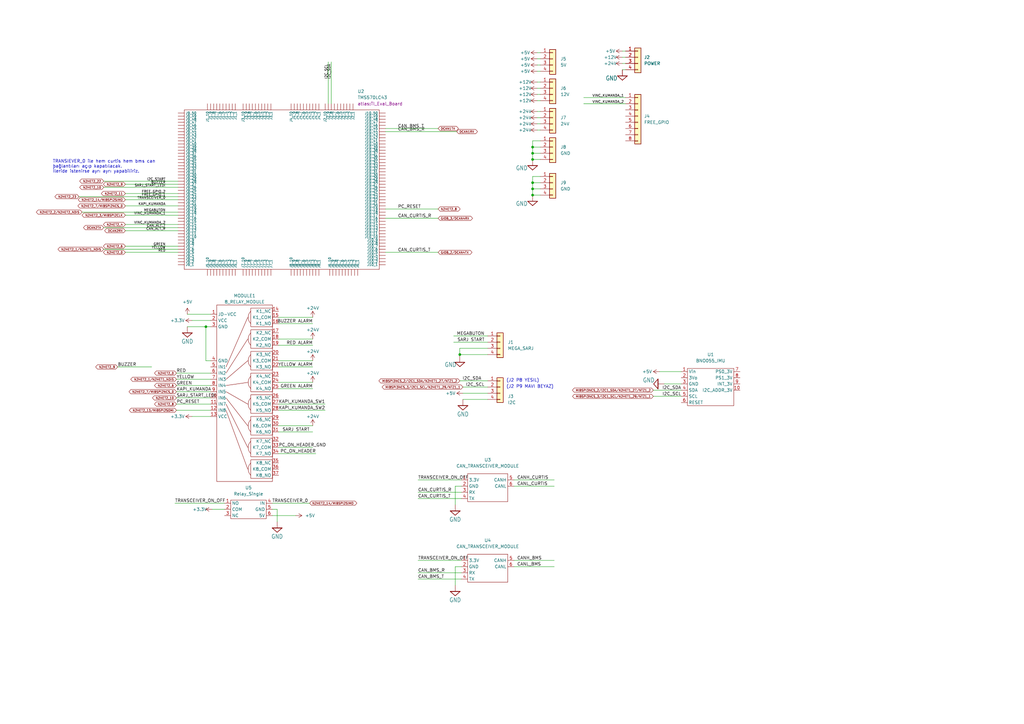
<source format=kicad_sch>
(kicad_sch (version 20211123) (generator eeschema)

  (uuid 90e3998a-12f7-4c52-88a9-ce5bb88b1613)

  (paper "A3")

  (lib_symbols
    (symbol "Connector_Generic:Conn_01x04" (pin_names (offset 1.016) hide) (in_bom yes) (on_board yes)
      (property "Reference" "J" (id 0) (at 0 5.08 0)
        (effects (font (size 1.27 1.27)))
      )
      (property "Value" "Conn_01x04" (id 1) (at 0 -7.62 0)
        (effects (font (size 1.27 1.27)))
      )
      (property "Footprint" "" (id 2) (at 0 0 0)
        (effects (font (size 1.27 1.27)) hide)
      )
      (property "Datasheet" "~" (id 3) (at 0 0 0)
        (effects (font (size 1.27 1.27)) hide)
      )
      (property "ki_keywords" "connector" (id 4) (at 0 0 0)
        (effects (font (size 1.27 1.27)) hide)
      )
      (property "ki_description" "Generic connector, single row, 01x04, script generated (kicad-library-utils/schlib/autogen/connector/)" (id 5) (at 0 0 0)
        (effects (font (size 1.27 1.27)) hide)
      )
      (property "ki_fp_filters" "Connector*:*_1x??_*" (id 6) (at 0 0 0)
        (effects (font (size 1.27 1.27)) hide)
      )
      (symbol "Conn_01x04_1_1"
        (rectangle (start -1.27 -4.953) (end 0 -5.207)
          (stroke (width 0.1524) (type default) (color 0 0 0 0))
          (fill (type none))
        )
        (rectangle (start -1.27 -2.413) (end 0 -2.667)
          (stroke (width 0.1524) (type default) (color 0 0 0 0))
          (fill (type none))
        )
        (rectangle (start -1.27 0.127) (end 0 -0.127)
          (stroke (width 0.1524) (type default) (color 0 0 0 0))
          (fill (type none))
        )
        (rectangle (start -1.27 2.667) (end 0 2.413)
          (stroke (width 0.1524) (type default) (color 0 0 0 0))
          (fill (type none))
        )
        (rectangle (start -1.27 3.81) (end 1.27 -6.35)
          (stroke (width 0.254) (type default) (color 0 0 0 0))
          (fill (type background))
        )
        (pin passive line (at -5.08 2.54 0) (length 3.81)
          (name "Pin_1" (effects (font (size 1.27 1.27))))
          (number "1" (effects (font (size 1.27 1.27))))
        )
        (pin passive line (at -5.08 0 0) (length 3.81)
          (name "Pin_2" (effects (font (size 1.27 1.27))))
          (number "2" (effects (font (size 1.27 1.27))))
        )
        (pin passive line (at -5.08 -2.54 0) (length 3.81)
          (name "Pin_3" (effects (font (size 1.27 1.27))))
          (number "3" (effects (font (size 1.27 1.27))))
        )
        (pin passive line (at -5.08 -5.08 0) (length 3.81)
          (name "Pin_4" (effects (font (size 1.27 1.27))))
          (number "4" (effects (font (size 1.27 1.27))))
        )
      )
    )
    (symbol "Connector_Generic:Conn_01x08" (pin_names (offset 1.016) hide) (in_bom yes) (on_board yes)
      (property "Reference" "J" (id 0) (at 0 10.16 0)
        (effects (font (size 1.27 1.27)))
      )
      (property "Value" "Conn_01x08" (id 1) (at 0 -12.7 0)
        (effects (font (size 1.27 1.27)))
      )
      (property "Footprint" "" (id 2) (at 0 0 0)
        (effects (font (size 1.27 1.27)) hide)
      )
      (property "Datasheet" "~" (id 3) (at 0 0 0)
        (effects (font (size 1.27 1.27)) hide)
      )
      (property "ki_keywords" "connector" (id 4) (at 0 0 0)
        (effects (font (size 1.27 1.27)) hide)
      )
      (property "ki_description" "Generic connector, single row, 01x08, script generated (kicad-library-utils/schlib/autogen/connector/)" (id 5) (at 0 0 0)
        (effects (font (size 1.27 1.27)) hide)
      )
      (property "ki_fp_filters" "Connector*:*_1x??_*" (id 6) (at 0 0 0)
        (effects (font (size 1.27 1.27)) hide)
      )
      (symbol "Conn_01x08_1_1"
        (rectangle (start -1.27 -10.033) (end 0 -10.287)
          (stroke (width 0.1524) (type default) (color 0 0 0 0))
          (fill (type none))
        )
        (rectangle (start -1.27 -7.493) (end 0 -7.747)
          (stroke (width 0.1524) (type default) (color 0 0 0 0))
          (fill (type none))
        )
        (rectangle (start -1.27 -4.953) (end 0 -5.207)
          (stroke (width 0.1524) (type default) (color 0 0 0 0))
          (fill (type none))
        )
        (rectangle (start -1.27 -2.413) (end 0 -2.667)
          (stroke (width 0.1524) (type default) (color 0 0 0 0))
          (fill (type none))
        )
        (rectangle (start -1.27 0.127) (end 0 -0.127)
          (stroke (width 0.1524) (type default) (color 0 0 0 0))
          (fill (type none))
        )
        (rectangle (start -1.27 2.667) (end 0 2.413)
          (stroke (width 0.1524) (type default) (color 0 0 0 0))
          (fill (type none))
        )
        (rectangle (start -1.27 5.207) (end 0 4.953)
          (stroke (width 0.1524) (type default) (color 0 0 0 0))
          (fill (type none))
        )
        (rectangle (start -1.27 7.747) (end 0 7.493)
          (stroke (width 0.1524) (type default) (color 0 0 0 0))
          (fill (type none))
        )
        (rectangle (start -1.27 8.89) (end 1.27 -11.43)
          (stroke (width 0.254) (type default) (color 0 0 0 0))
          (fill (type background))
        )
        (pin passive line (at -5.08 7.62 0) (length 3.81)
          (name "Pin_1" (effects (font (size 1.27 1.27))))
          (number "1" (effects (font (size 1.27 1.27))))
        )
        (pin passive line (at -5.08 5.08 0) (length 3.81)
          (name "Pin_2" (effects (font (size 1.27 1.27))))
          (number "2" (effects (font (size 1.27 1.27))))
        )
        (pin passive line (at -5.08 2.54 0) (length 3.81)
          (name "Pin_3" (effects (font (size 1.27 1.27))))
          (number "3" (effects (font (size 1.27 1.27))))
        )
        (pin passive line (at -5.08 0 0) (length 3.81)
          (name "Pin_4" (effects (font (size 1.27 1.27))))
          (number "4" (effects (font (size 1.27 1.27))))
        )
        (pin passive line (at -5.08 -2.54 0) (length 3.81)
          (name "Pin_5" (effects (font (size 1.27 1.27))))
          (number "5" (effects (font (size 1.27 1.27))))
        )
        (pin passive line (at -5.08 -5.08 0) (length 3.81)
          (name "Pin_6" (effects (font (size 1.27 1.27))))
          (number "6" (effects (font (size 1.27 1.27))))
        )
        (pin passive line (at -5.08 -7.62 0) (length 3.81)
          (name "Pin_7" (effects (font (size 1.27 1.27))))
          (number "7" (effects (font (size 1.27 1.27))))
        )
        (pin passive line (at -5.08 -10.16 0) (length 3.81)
          (name "Pin_8" (effects (font (size 1.27 1.27))))
          (number "8" (effects (font (size 1.27 1.27))))
        )
      )
    )
    (symbol "TMS570LC43_1" (pin_numbers hide) (in_bom yes) (on_board yes)
      (property "Reference" "U?" (id 0) (at -1.27 24.765 0)
        (effects (font (size 1.27 1.27)))
      )
      (property "Value" "TMS570LC43_1" (id 1) (at -1.27 26.67 0)
        (effects (font (size 1.27 1.27)))
      )
      (property "Footprint" "atlas:TI_Eval_Board" (id 2) (at -1.27 25.4 0)
        (effects (font (size 1.27 1.27)))
      )
      (property "Datasheet" "https://www.ti.com/tool/LAUNCHXL2-570LC43" (id 3) (at -1.27 25.4 0)
        (effects (font (size 1.27 1.27)) hide)
      )
      (property "ki_description" "Hercules TMS570LC43x LaunchPad Development Kit" (id 4) (at 0 0 0)
        (effects (font (size 1.27 1.27)) hide)
      )
      (symbol "TMS570LC43_1_0_1"
        (rectangle (start -38.1 12.065) (end 41.91 -53.34)
          (stroke (width 0) (type default) (color 0 0 0 0))
          (fill (type none))
        )
      )
      (symbol "TMS570LC43_1_1_1"
        (pin bidirectional line (at 44.45 -51.435 180) (length 2.54)
          (name "J10_1" (effects (font (size 1 1))))
          (number "J10_1" (effects (font (size 1 1))))
        )
        (pin bidirectional line (at 44.45 -40.005 180) (length 2.54)
          (name "J10_10" (effects (font (size 1 1))))
          (number "J10_10" (effects (font (size 1 1))))
        )
        (pin bidirectional line (at 44.45 -38.735 180) (length 2.54)
          (name "J10_11" (effects (font (size 1 1))))
          (number "J10_11" (effects (font (size 1 1))))
        )
        (pin bidirectional line (at 44.45 -37.465 180) (length 2.54)
          (name "J10_12" (effects (font (size 1 1))))
          (number "J10_12" (effects (font (size 1 1))))
        )
        (pin bidirectional line (at 44.45 -36.195 180) (length 2.54)
          (name "J10_13" (effects (font (size 1 1))))
          (number "J10_13" (effects (font (size 1 1))))
        )
        (pin bidirectional line (at 44.45 -34.925 180) (length 2.54)
          (name "J10_14" (effects (font (size 1 1))))
          (number "J10_14" (effects (font (size 1 1))))
        )
        (pin bidirectional line (at 44.45 -33.655 180) (length 2.54)
          (name "J10_15" (effects (font (size 1 1))))
          (number "J10_15" (effects (font (size 1 1))))
        )
        (pin bidirectional line (at 44.45 -32.385 180) (length 2.54)
          (name "J10_16" (effects (font (size 1 1))))
          (number "J10_16" (effects (font (size 1 1))))
        )
        (pin bidirectional line (at 44.45 -31.115 180) (length 2.54)
          (name "J10_17" (effects (font (size 1 1))))
          (number "J10_17" (effects (font (size 1 1))))
        )
        (pin bidirectional line (at 44.45 -29.845 180) (length 2.54)
          (name "J10_18" (effects (font (size 1 1))))
          (number "J10_18" (effects (font (size 1 1))))
        )
        (pin bidirectional line (at 44.45 -28.575 180) (length 2.54)
          (name "J10_19" (effects (font (size 1 1))))
          (number "J10_19" (effects (font (size 1 1))))
        )
        (pin bidirectional line (at 44.45 -50.165 180) (length 2.54)
          (name "J10_2" (effects (font (size 1 1))))
          (number "J10_2" (effects (font (size 1 1))))
        )
        (pin bidirectional line (at 44.45 -27.305 180) (length 2.54)
          (name "J10_20" (effects (font (size 1 1))))
          (number "J10_20" (effects (font (size 1 1))))
        )
        (pin bidirectional line (at 44.45 -26.035 180) (length 2.54)
          (name "J10_21" (effects (font (size 1 1))))
          (number "J10_21" (effects (font (size 1 1))))
        )
        (pin bidirectional line (at 44.45 -24.765 180) (length 2.54)
          (name "J10_22" (effects (font (size 1 1))))
          (number "J10_22" (effects (font (size 1 1))))
        )
        (pin bidirectional line (at 44.45 -23.495 180) (length 2.54)
          (name "J10_23" (effects (font (size 1 1))))
          (number "J10_23" (effects (font (size 1 1))))
        )
        (pin bidirectional line (at 44.45 -22.225 180) (length 2.54)
          (name "J10_24" (effects (font (size 1 1))))
          (number "J10_24" (effects (font (size 1 1))))
        )
        (pin bidirectional line (at 44.45 -20.955 180) (length 2.54)
          (name "J10_25" (effects (font (size 1 1))))
          (number "J10_25" (effects (font (size 1 1))))
        )
        (pin bidirectional line (at 44.45 -19.685 180) (length 2.54)
          (name "J10_26" (effects (font (size 1 1))))
          (number "J10_26" (effects (font (size 1 1))))
        )
        (pin bidirectional line (at 44.45 -18.415 180) (length 2.54)
          (name "J10_27" (effects (font (size 1 1))))
          (number "J10_27" (effects (font (size 1 1))))
        )
        (pin bidirectional line (at 44.45 -17.145 180) (length 2.54)
          (name "J10_28" (effects (font (size 1 1))))
          (number "J10_28" (effects (font (size 1 1))))
        )
        (pin bidirectional line (at 44.45 -15.875 180) (length 2.54)
          (name "J10_29" (effects (font (size 1 1))))
          (number "J10_29" (effects (font (size 1 1))))
        )
        (pin bidirectional line (at 44.45 -48.895 180) (length 2.54)
          (name "J10_3" (effects (font (size 1 1))))
          (number "J10_3" (effects (font (size 1 1))))
        )
        (pin bidirectional line (at 44.45 -14.605 180) (length 2.54)
          (name "J10_30" (effects (font (size 1 1))))
          (number "J10_30" (effects (font (size 1 1))))
        )
        (pin bidirectional line (at 44.45 -13.335 180) (length 2.54)
          (name "J10_31" (effects (font (size 1 1))))
          (number "J10_31" (effects (font (size 1 1))))
        )
        (pin bidirectional line (at 44.45 -12.065 180) (length 2.54)
          (name "J10_32" (effects (font (size 1 1))))
          (number "J10_32" (effects (font (size 1 1))))
        )
        (pin bidirectional line (at 44.45 -10.795 180) (length 2.54)
          (name "J10_33" (effects (font (size 1 1))))
          (number "J10_33" (effects (font (size 1 1))))
        )
        (pin bidirectional line (at 44.45 -9.525 180) (length 2.54)
          (name "J10_34" (effects (font (size 1 1))))
          (number "J10_34" (effects (font (size 1 1))))
        )
        (pin bidirectional line (at 44.45 -8.255 180) (length 2.54)
          (name "J10_35" (effects (font (size 1 1))))
          (number "J10_35" (effects (font (size 1 1))))
        )
        (pin bidirectional line (at 44.45 -6.985 180) (length 2.54)
          (name "J10_36" (effects (font (size 1 1))))
          (number "J10_36" (effects (font (size 1 1))))
        )
        (pin bidirectional line (at 44.45 -5.715 180) (length 2.54)
          (name "J10_37" (effects (font (size 1 1))))
          (number "J10_37" (effects (font (size 1 1))))
        )
        (pin bidirectional line (at 44.45 -4.445 180) (length 2.54)
          (name "J10_38" (effects (font (size 1 1))))
          (number "J10_38" (effects (font (size 1 1))))
        )
        (pin bidirectional line (at 44.45 -3.175 180) (length 2.54)
          (name "J10_39" (effects (font (size 1 1))))
          (number "J10_39" (effects (font (size 1 1))))
        )
        (pin bidirectional line (at 44.45 -47.625 180) (length 2.54)
          (name "J10_4" (effects (font (size 1 1))))
          (number "J10_4" (effects (font (size 1 1))))
        )
        (pin bidirectional line (at 44.45 -1.905 180) (length 2.54)
          (name "J10_40" (effects (font (size 1 1))))
          (number "J10_40" (effects (font (size 1 1))))
        )
        (pin bidirectional line (at 44.45 -0.635 180) (length 2.54)
          (name "J10_41" (effects (font (size 1 1))))
          (number "J10_41" (effects (font (size 1 1))))
        )
        (pin bidirectional line (at 44.45 0.635 180) (length 2.54)
          (name "J10_42" (effects (font (size 1 1))))
          (number "J10_42" (effects (font (size 1 1))))
        )
        (pin bidirectional line (at 44.45 1.905 180) (length 2.54)
          (name "J10_43" (effects (font (size 1 1))))
          (number "J10_43" (effects (font (size 1 1))))
        )
        (pin bidirectional line (at 44.45 3.175 180) (length 2.54)
          (name "J10_44" (effects (font (size 1 1))))
          (number "J10_44" (effects (font (size 1 1))))
        )
        (pin bidirectional line (at 44.45 4.445 180) (length 2.54)
          (name "J10_45" (effects (font (size 1 1))))
          (number "J10_45" (effects (font (size 1 1))))
        )
        (pin bidirectional line (at 44.45 5.715 180) (length 2.54)
          (name "J10_46" (effects (font (size 1 1))))
          (number "J10_46" (effects (font (size 1 1))))
        )
        (pin bidirectional line (at 44.45 6.985 180) (length 2.54)
          (name "J10_47" (effects (font (size 1 1))))
          (number "J10_47" (effects (font (size 1 1))))
        )
        (pin bidirectional line (at 44.45 8.255 180) (length 2.54)
          (name "J10_48" (effects (font (size 1 1))))
          (number "J10_48" (effects (font (size 1 1))))
        )
        (pin bidirectional line (at 44.45 9.525 180) (length 2.54)
          (name "J10_49" (effects (font (size 1 1))))
          (number "J10_49" (effects (font (size 1 1))))
        )
        (pin bidirectional line (at 44.45 -46.355 180) (length 2.54)
          (name "J10_5" (effects (font (size 1 1))))
          (number "J10_5" (effects (font (size 1 1))))
        )
        (pin bidirectional line (at 44.45 10.795 180) (length 2.54)
          (name "J10_50" (effects (font (size 1 1))))
          (number "J10_50" (effects (font (size 1 1))))
        )
        (pin bidirectional line (at 44.45 -45.085 180) (length 2.54)
          (name "J10_6" (effects (font (size 1 1))))
          (number "J10_6" (effects (font (size 1 1))))
        )
        (pin bidirectional line (at 44.45 -43.815 180) (length 2.54)
          (name "J10_7" (effects (font (size 1 1))))
          (number "J10_7" (effects (font (size 1 1))))
        )
        (pin bidirectional line (at 44.45 -42.545 180) (length 2.54)
          (name "J10_8" (effects (font (size 1 1))))
          (number "J10_8" (effects (font (size 1 1))))
        )
        (pin bidirectional line (at 44.45 -41.275 180) (length 2.54)
          (name "J10_9" (effects (font (size 1 1))))
          (number "J10_9" (effects (font (size 1 1))))
        )
        (pin bidirectional line (at -17.145 14.605 270) (length 2.54)
          (name "J1_1" (effects (font (size 1 1))))
          (number "J1_1" (effects (font (size 1 1))))
        )
        (pin bidirectional line (at -28.575 14.605 270) (length 2.54)
          (name "J1_10" (effects (font (size 1 1))))
          (number "J1_10" (effects (font (size 1 1))))
        )
        (pin bidirectional line (at -18.415 14.605 270) (length 2.54)
          (name "J1_2" (effects (font (size 1 1))))
          (number "J1_2" (effects (font (size 1 1))))
        )
        (pin bidirectional line (at -19.685 14.605 270) (length 2.54)
          (name "J1_3" (effects (font (size 1 1))))
          (number "J1_3" (effects (font (size 1 1))))
        )
        (pin bidirectional line (at -20.955 14.605 270) (length 2.54)
          (name "J1_4" (effects (font (size 1 1))))
          (number "J1_4" (effects (font (size 1 1))))
        )
        (pin bidirectional line (at -22.225 14.605 270) (length 2.54)
          (name "J1_5" (effects (font (size 1 1))))
          (number "J1_5" (effects (font (size 1 1))))
        )
        (pin bidirectional line (at -23.495 14.605 270) (length 2.54)
          (name "J1_6" (effects (font (size 1 1))))
          (number "J1_6" (effects (font (size 1 1))))
        )
        (pin bidirectional line (at -24.765 14.605 270) (length 2.54)
          (name "J1_7" (effects (font (size 1 1))))
          (number "J1_7" (effects (font (size 1 1))))
        )
        (pin bidirectional line (at -26.035 14.605 270) (length 2.54)
          (name "J1_8" (effects (font (size 1 1))))
          (number "J1_8" (effects (font (size 1 1))))
        )
        (pin bidirectional line (at -27.305 14.605 270) (length 2.54)
          (name "J1_9" (effects (font (size 1 1))))
          (number "J1_9" (effects (font (size 1 1))))
        )
        (pin bidirectional line (at 31.115 14.605 270) (length 2.54)
          (name "J2_1" (effects (font (size 1 1))))
          (number "J2_1" (effects (font (size 1 1))))
        )
        (pin bidirectional line (at 19.685 14.605 270) (length 2.54)
          (name "J2_10" (effects (font (size 1 1))))
          (number "J2_10" (effects (font (size 1 1))))
        )
        (pin bidirectional line (at 29.845 14.605 270) (length 2.54)
          (name "J2_2" (effects (font (size 1 1))))
          (number "J2_2" (effects (font (size 1 1))))
        )
        (pin bidirectional line (at 28.575 14.605 270) (length 2.54)
          (name "J2_3" (effects (font (size 1 1))))
          (number "J2_3" (effects (font (size 1 1))))
        )
        (pin bidirectional line (at 27.305 14.605 270) (length 2.54)
          (name "J2_4" (effects (font (size 1 1))))
          (number "J2_4" (effects (font (size 1 1))))
        )
        (pin bidirectional line (at 26.035 14.605 270) (length 2.54)
          (name "J2_5" (effects (font (size 1 1))))
          (number "J2_5" (effects (font (size 1 1))))
        )
        (pin bidirectional line (at 24.765 14.605 270) (length 2.54)
          (name "J2_6" (effects (font (size 1 1))))
          (number "J2_6" (effects (font (size 1 1))))
        )
        (pin bidirectional line (at 23.495 14.605 270) (length 2.54)
          (name "J2_7" (effects (font (size 1 1))))
          (number "J2_7" (effects (font (size 1 1))))
        )
        (pin bidirectional line (at 22.225 14.605 270) (length 2.54)
          (name "J2_8" (effects (font (size 1 1))))
          (number "J2_8" (effects (font (size 1 1))))
        )
        (pin bidirectional line (at 20.955 14.605 270) (length 2.54)
          (name "J2_9" (effects (font (size 1 1))))
          (number "J2_9" (effects (font (size 1 1))))
        )
        (pin bidirectional line (at -2.54 14.605 270) (length 2.54)
          (name "J3_1" (effects (font (size 1 1))))
          (number "J3_1" (effects (font (size 1 1))))
        )
        (pin bidirectional line (at -13.97 14.605 270) (length 2.54)
          (name "J3_10" (effects (font (size 1 1))))
          (number "J3_10" (effects (font (size 1 1))))
        )
        (pin bidirectional line (at -3.81 14.605 270) (length 2.54)
          (name "J3_2" (effects (font (size 1 1))))
          (number "J3_2" (effects (font (size 1 1))))
        )
        (pin bidirectional line (at -5.08 14.605 270) (length 2.54)
          (name "J3_3" (effects (font (size 1 1))))
          (number "J3_3" (effects (font (size 1 1))))
        )
        (pin bidirectional line (at -6.35 14.605 270) (length 2.54)
          (name "J3_4" (effects (font (size 1 1))))
          (number "J3_4" (effects (font (size 1 1))))
        )
        (pin bidirectional line (at -7.62 14.605 270) (length 2.54)
          (name "J3_5" (effects (font (size 1 1))))
          (number "J3_5" (effects (font (size 1 1))))
        )
        (pin bidirectional line (at -8.89 14.605 270) (length 2.54)
          (name "J3_6" (effects (font (size 1 1))))
          (number "J3_6" (effects (font (size 1 1))))
        )
        (pin bidirectional line (at -10.16 14.605 270) (length 2.54)
          (name "J3_7" (effects (font (size 1 1))))
          (number "J3_7" (effects (font (size 1 1))))
        )
        (pin bidirectional line (at -11.43 14.605 270) (length 2.54)
          (name "J3_8" (effects (font (size 1 1))))
          (number "J3_8" (effects (font (size 1 1))))
        )
        (pin bidirectional line (at -12.7 14.605 270) (length 2.54)
          (name "J3_9" (effects (font (size 1 1))))
          (number "J3_9" (effects (font (size 1 1))))
        )
        (pin bidirectional line (at 17.145 14.605 270) (length 2.54)
          (name "J4_1" (effects (font (size 1 1))))
          (number "J4_1" (effects (font (size 1 1))))
        )
        (pin bidirectional line (at 5.715 14.605 270) (length 2.54)
          (name "J4_10" (effects (font (size 1 1))))
          (number "J4_10" (effects (font (size 1 1))))
        )
        (pin bidirectional line (at 15.875 14.605 270) (length 2.54)
          (name "J4_2" (effects (font (size 1 1))))
          (number "J4_2" (effects (font (size 1 1))))
        )
        (pin bidirectional line (at 14.605 14.605 270) (length 2.54)
          (name "J4_3" (effects (font (size 1 1))))
          (number "J4_3" (effects (font (size 1 1))))
        )
        (pin bidirectional line (at 13.335 14.605 270) (length 2.54)
          (name "J4_4" (effects (font (size 1 1))))
          (number "J4_4" (effects (font (size 1 1))))
        )
        (pin bidirectional line (at 12.065 14.605 270) (length 2.54)
          (name "J4_5" (effects (font (size 1 1))))
          (number "J4_5" (effects (font (size 1 1))))
        )
        (pin bidirectional line (at 10.795 14.605 270) (length 2.54)
          (name "J4_6" (effects (font (size 1 1))))
          (number "J4_6" (effects (font (size 1 1))))
        )
        (pin bidirectional line (at 9.525 14.605 270) (length 2.54)
          (name "J4_7" (effects (font (size 1 1))))
          (number "J4_7" (effects (font (size 1 1))))
        )
        (pin bidirectional line (at 8.255 14.605 270) (length 2.54)
          (name "J4_8" (effects (font (size 1 1))))
          (number "J4_8" (effects (font (size 1 1))))
        )
        (pin bidirectional line (at 6.985 14.605 270) (length 2.54)
          (name "J4_9" (effects (font (size 1 1))))
          (number "J4_9" (effects (font (size 1 1))))
        )
        (pin bidirectional line (at -17.145 -55.88 90) (length 2.54)
          (name "J5_1" (effects (font (size 1 1))))
          (number "J5_1" (effects (font (size 1 1))))
        )
        (pin bidirectional line (at -28.575 -55.88 90) (length 2.54)
          (name "J5_10" (effects (font (size 1 1))))
          (number "J5_10" (effects (font (size 1 1))))
        )
        (pin bidirectional line (at -18.415 -55.88 90) (length 2.54)
          (name "J5_2" (effects (font (size 1 1))))
          (number "J5_2" (effects (font (size 1 1))))
        )
        (pin bidirectional line (at -19.685 -55.88 90) (length 2.54)
          (name "J5_3" (effects (font (size 1 1))))
          (number "J5_3" (effects (font (size 1 1))))
        )
        (pin bidirectional line (at -20.955 -55.88 90) (length 2.54)
          (name "J5_4" (effects (font (size 1 1))))
          (number "J5_4" (effects (font (size 1 1))))
        )
        (pin bidirectional line (at -22.225 -55.88 90) (length 2.54)
          (name "J5_5" (effects (font (size 1 1))))
          (number "J5_5" (effects (font (size 1 1))))
        )
        (pin bidirectional line (at -23.495 -55.88 90) (length 2.54)
          (name "J5_6" (effects (font (size 1 1))))
          (number "J5_6" (effects (font (size 1 1))))
        )
        (pin bidirectional line (at -24.765 -55.88 90) (length 2.54)
          (name "J5_7" (effects (font (size 1 1))))
          (number "J5_7" (effects (font (size 1 1))))
        )
        (pin bidirectional line (at -26.035 -55.88 90) (length 2.54)
          (name "J5_8" (effects (font (size 1 1))))
          (number "J5_8" (effects (font (size 1 1))))
        )
        (pin bidirectional line (at -27.305 -55.88 90) (length 2.54)
          (name "J5_9" (effects (font (size 1 1))))
          (number "J5_9" (effects (font (size 1 1))))
        )
        (pin bidirectional line (at 33.02 -55.88 90) (length 2.54)
          (name "J6_1" (effects (font (size 1 1))))
          (number "J6_1" (effects (font (size 1 1))))
        )
        (pin bidirectional line (at 21.59 -55.88 90) (length 2.54)
          (name "J6_10" (effects (font (size 1 1))))
          (number "J6_10" (effects (font (size 1 1))))
        )
        (pin bidirectional line (at 31.75 -55.88 90) (length 2.54)
          (name "J6_2" (effects (font (size 1 1))))
          (number "J6_2" (effects (font (size 1 1))))
        )
        (pin bidirectional line (at 30.48 -55.88 90) (length 2.54)
          (name "J6_3" (effects (font (size 1 1))))
          (number "J6_3" (effects (font (size 1 1))))
        )
        (pin bidirectional line (at 29.21 -55.88 90) (length 2.54)
          (name "J6_4" (effects (font (size 1 1))))
          (number "J6_4" (effects (font (size 1 1))))
        )
        (pin bidirectional line (at 27.94 -55.88 90) (length 2.54)
          (name "J6_5" (effects (font (size 1 1))))
          (number "J6_5" (effects (font (size 1 1))))
        )
        (pin bidirectional line (at 26.67 -55.88 90) (length 2.54)
          (name "J6_6" (effects (font (size 1 1))))
          (number "J6_6" (effects (font (size 1 1))))
        )
        (pin bidirectional line (at 25.4 -55.88 90) (length 2.54)
          (name "J6_7" (effects (font (size 1 1))))
          (number "J6_7" (effects (font (size 1 1))))
        )
        (pin bidirectional line (at 24.13 -55.88 90) (length 2.54)
          (name "J6_8" (effects (font (size 1 1))))
          (number "J6_8" (effects (font (size 1 1))))
        )
        (pin bidirectional line (at 22.86 -55.88 90) (length 2.54)
          (name "J6_9" (effects (font (size 1 1))))
          (number "J6_9" (effects (font (size 1 1))))
        )
        (pin bidirectional line (at -2.54 -55.88 90) (length 2.54)
          (name "J7_1" (effects (font (size 1 1))))
          (number "J7_1" (effects (font (size 1 1))))
        )
        (pin bidirectional line (at -13.97 -55.88 90) (length 2.54)
          (name "J7_10" (effects (font (size 1 1))))
          (number "J7_10" (effects (font (size 1 1))))
        )
        (pin bidirectional line (at -3.81 -55.88 90) (length 2.54)
          (name "J7_2" (effects (font (size 1 1))))
          (number "J7_2" (effects (font (size 1 1))))
        )
        (pin bidirectional line (at -5.08 -55.88 90) (length 2.54)
          (name "J7_3" (effects (font (size 1 1))))
          (number "J7_3" (effects (font (size 1 1))))
        )
        (pin bidirectional line (at -6.35 -55.88 90) (length 2.54)
          (name "J7_4" (effects (font (size 1 1))))
          (number "J7_4" (effects (font (size 1 1))))
        )
        (pin bidirectional line (at -7.62 -55.88 90) (length 2.54)
          (name "J7_5" (effects (font (size 1 1))))
          (number "J7_5" (effects (font (size 1 1))))
        )
        (pin bidirectional line (at -8.89 -55.88 90) (length 2.54)
          (name "J7_6" (effects (font (size 1 1))))
          (number "J7_6" (effects (font (size 1 1))))
        )
        (pin bidirectional line (at -10.16 -55.88 90) (length 2.54)
          (name "J7_7" (effects (font (size 1 1))))
          (number "J7_7" (effects (font (size 1 1))))
        )
        (pin bidirectional line (at -11.43 -55.88 90) (length 2.54)
          (name "J7_8" (effects (font (size 1 1))))
          (number "J7_8" (effects (font (size 1 1))))
        )
        (pin bidirectional line (at -12.7 -55.88 90) (length 2.54)
          (name "J7_9" (effects (font (size 1 1))))
          (number "J7_9" (effects (font (size 1 1))))
        )
        (pin bidirectional line (at 17.145 -55.88 90) (length 2.54)
          (name "J8_1" (effects (font (size 1 1))))
          (number "J8_1" (effects (font (size 1 1))))
        )
        (pin bidirectional line (at 5.715 -55.88 90) (length 2.54)
          (name "J8_10" (effects (font (size 1 1))))
          (number "J8_10" (effects (font (size 1 1))))
        )
        (pin bidirectional line (at 15.875 -55.88 90) (length 2.54)
          (name "J8_2" (effects (font (size 1 1))))
          (number "J8_2" (effects (font (size 1 1))))
        )
        (pin bidirectional line (at 14.605 -55.88 90) (length 2.54)
          (name "J8_3" (effects (font (size 1 1))))
          (number "J8_3" (effects (font (size 1 1))))
        )
        (pin bidirectional line (at 13.335 -55.88 90) (length 2.54)
          (name "J8_4" (effects (font (size 1 1))))
          (number "J8_4" (effects (font (size 1 1))))
        )
        (pin bidirectional line (at 12.065 -55.88 90) (length 2.54)
          (name "J8_5" (effects (font (size 1 1))))
          (number "J8_5" (effects (font (size 1 1))))
        )
        (pin bidirectional line (at 10.795 -55.88 90) (length 2.54)
          (name "J8_6" (effects (font (size 1 1))))
          (number "J8_6" (effects (font (size 1 1))))
        )
        (pin bidirectional line (at 9.525 -55.88 90) (length 2.54)
          (name "J8_7" (effects (font (size 1 1))))
          (number "J8_7" (effects (font (size 1 1))))
        )
        (pin bidirectional line (at 8.255 -55.88 90) (length 2.54)
          (name "J8_8" (effects (font (size 1 1))))
          (number "J8_8" (effects (font (size 1 1))))
        )
        (pin bidirectional line (at 6.985 -55.88 90) (length 2.54)
          (name "J8_9" (effects (font (size 1 1))))
          (number "J8_9" (effects (font (size 1 1))))
        )
        (pin bidirectional line (at -40.64 -51.435 0) (length 2.54)
          (name "J9_1" (effects (font (size 1 1))))
          (number "J9_1" (effects (font (size 1 1))))
        )
        (pin bidirectional line (at -40.64 -40.005 0) (length 2.54)
          (name "J9_10" (effects (font (size 1 1))))
          (number "J9_10" (effects (font (size 1 1))))
        )
        (pin bidirectional line (at -40.64 -38.735 0) (length 2.54)
          (name "J9_11" (effects (font (size 1 1))))
          (number "J9_11" (effects (font (size 1 1))))
        )
        (pin bidirectional line (at -40.64 -37.465 0) (length 2.54)
          (name "J9_12" (effects (font (size 1 1))))
          (number "J9_12" (effects (font (size 1 1))))
        )
        (pin bidirectional line (at -40.64 -36.195 0) (length 2.54)
          (name "J9_13" (effects (font (size 1 1))))
          (number "J9_13" (effects (font (size 1 1))))
        )
        (pin bidirectional line (at -40.64 -34.925 0) (length 2.54)
          (name "J9_14" (effects (font (size 1 1))))
          (number "J9_14" (effects (font (size 1 1))))
        )
        (pin bidirectional line (at -40.64 -33.655 0) (length 2.54)
          (name "J9_15" (effects (font (size 1 1))))
          (number "J9_15" (effects (font (size 1 1))))
        )
        (pin bidirectional line (at -40.64 -32.385 0) (length 2.54)
          (name "J9_16" (effects (font (size 1 1))))
          (number "J9_16" (effects (font (size 1 1))))
        )
        (pin bidirectional line (at -40.64 -31.115 0) (length 2.54)
          (name "J9_17" (effects (font (size 1 1))))
          (number "J9_17" (effects (font (size 1 1))))
        )
        (pin bidirectional line (at -40.64 -29.845 0) (length 2.54)
          (name "J9_18" (effects (font (size 1 1))))
          (number "J9_18" (effects (font (size 1 1))))
        )
        (pin bidirectional line (at -40.64 -28.575 0) (length 2.54)
          (name "J9_19" (effects (font (size 1 1))))
          (number "J9_19" (effects (font (size 1 1))))
        )
        (pin bidirectional line (at -40.64 -50.165 0) (length 2.54)
          (name "J9_2" (effects (font (size 1 1))))
          (number "J9_2" (effects (font (size 1 1))))
        )
        (pin bidirectional line (at -40.64 -27.305 0) (length 2.54)
          (name "J9_20" (effects (font (size 1 1))))
          (number "J9_20" (effects (font (size 1 1))))
        )
        (pin bidirectional line (at -40.64 -26.035 0) (length 2.54)
          (name "J9_21" (effects (font (size 1 1))))
          (number "J9_21" (effects (font (size 1 1))))
        )
        (pin bidirectional line (at -40.64 -24.765 0) (length 2.54)
          (name "J9_22" (effects (font (size 1 1))))
          (number "J9_22" (effects (font (size 1 1))))
        )
        (pin bidirectional line (at -40.64 -23.495 0) (length 2.54)
          (name "J9_23" (effects (font (size 1 1))))
          (number "J9_23" (effects (font (size 1 1))))
        )
        (pin bidirectional line (at -40.64 -22.225 0) (length 2.54)
          (name "J9_24" (effects (font (size 1 1))))
          (number "J9_24" (effects (font (size 1 1))))
        )
        (pin bidirectional line (at -40.64 -20.955 0) (length 2.54)
          (name "J9_25" (effects (font (size 1 1))))
          (number "J9_25" (effects (font (size 1 1))))
        )
        (pin bidirectional line (at -40.64 -19.685 0) (length 2.54)
          (name "J9_26" (effects (font (size 1 1))))
          (number "J9_26" (effects (font (size 1 1))))
        )
        (pin bidirectional line (at -40.64 -18.415 0) (length 2.54)
          (name "J9_27" (effects (font (size 1 1))))
          (number "J9_27" (effects (font (size 1 1))))
        )
        (pin bidirectional line (at -40.64 -17.145 0) (length 2.54)
          (name "J9_28" (effects (font (size 1 1))))
          (number "J9_28" (effects (font (size 1 1))))
        )
        (pin bidirectional line (at -40.64 -15.875 0) (length 2.54)
          (name "J9_29" (effects (font (size 1 1))))
          (number "J9_29" (effects (font (size 1 1))))
        )
        (pin bidirectional line (at -40.64 -48.895 0) (length 2.54)
          (name "J9_3" (effects (font (size 1 1))))
          (number "J9_3" (effects (font (size 1 1))))
        )
        (pin bidirectional line (at -40.64 -14.605 0) (length 2.54)
          (name "J9_30" (effects (font (size 1 1))))
          (number "J9_30" (effects (font (size 1 1))))
        )
        (pin bidirectional line (at -40.64 -13.335 0) (length 2.54)
          (name "J9_31" (effects (font (size 1 1))))
          (number "J9_31" (effects (font (size 1 1))))
        )
        (pin bidirectional line (at -40.64 -12.065 0) (length 2.54)
          (name "J9_32" (effects (font (size 1 1))))
          (number "J9_32" (effects (font (size 1 1))))
        )
        (pin bidirectional line (at -40.64 -10.795 0) (length 2.54)
          (name "J9_33" (effects (font (size 1 1))))
          (number "J9_33" (effects (font (size 1 1))))
        )
        (pin bidirectional line (at -40.64 -9.525 0) (length 2.54)
          (name "J9_34" (effects (font (size 1 1))))
          (number "J9_34" (effects (font (size 1 1))))
        )
        (pin bidirectional line (at -40.64 -8.255 0) (length 2.54)
          (name "J9_35" (effects (font (size 1 1))))
          (number "J9_35" (effects (font (size 1 1))))
        )
        (pin bidirectional line (at -40.64 -6.985 0) (length 2.54)
          (name "J9_36" (effects (font (size 1 1))))
          (number "J9_36" (effects (font (size 1 1))))
        )
        (pin bidirectional line (at -40.64 -5.715 0) (length 2.54)
          (name "J9_37" (effects (font (size 1 1))))
          (number "J9_37" (effects (font (size 1 1))))
        )
        (pin bidirectional line (at -40.64 -4.445 0) (length 2.54)
          (name "J9_38" (effects (font (size 1 1))))
          (number "J9_38" (effects (font (size 1 1))))
        )
        (pin bidirectional line (at -40.64 -3.175 0) (length 2.54)
          (name "J9_39" (effects (font (size 1 1))))
          (number "J9_39" (effects (font (size 1 1))))
        )
        (pin bidirectional line (at -40.64 -47.625 0) (length 2.54)
          (name "J9_4" (effects (font (size 1 1))))
          (number "J9_4" (effects (font (size 1 1))))
        )
        (pin bidirectional line (at -40.64 -1.905 0) (length 2.54)
          (name "J9_40" (effects (font (size 1 1))))
          (number "J9_40" (effects (font (size 1 1))))
        )
        (pin bidirectional line (at -40.64 -0.635 0) (length 2.54)
          (name "J9_41" (effects (font (size 1 1))))
          (number "J9_41" (effects (font (size 1 1))))
        )
        (pin bidirectional line (at -40.64 0.635 0) (length 2.54)
          (name "J9_42" (effects (font (size 1 1))))
          (number "J9_42" (effects (font (size 1 1))))
        )
        (pin bidirectional line (at -40.64 1.905 0) (length 2.54)
          (name "J9_43" (effects (font (size 1 1))))
          (number "J9_43" (effects (font (size 1 1))))
        )
        (pin bidirectional line (at -40.64 3.175 0) (length 2.54)
          (name "J9_44" (effects (font (size 1 1))))
          (number "J9_44" (effects (font (size 1 1))))
        )
        (pin bidirectional line (at -40.64 4.445 0) (length 2.54)
          (name "J9_45" (effects (font (size 1 1))))
          (number "J9_45" (effects (font (size 1 1))))
        )
        (pin bidirectional line (at -40.64 5.715 0) (length 2.54)
          (name "J9_46" (effects (font (size 1 1))))
          (number "J9_46" (effects (font (size 1 1))))
        )
        (pin bidirectional line (at -40.64 6.985 0) (length 2.54)
          (name "J9_47" (effects (font (size 1 1))))
          (number "J9_47" (effects (font (size 1 1))))
        )
        (pin bidirectional line (at -40.64 8.255 0) (length 2.54)
          (name "J9_48" (effects (font (size 1 1))))
          (number "J9_48" (effects (font (size 1 1))))
        )
        (pin bidirectional line (at -40.64 9.525 0) (length 2.54)
          (name "J9_49" (effects (font (size 1 1))))
          (number "J9_49" (effects (font (size 1 1))))
        )
        (pin bidirectional line (at -40.64 -46.355 0) (length 2.54)
          (name "J9_5" (effects (font (size 1 1))))
          (number "J9_5" (effects (font (size 1 1))))
        )
        (pin bidirectional line (at -40.64 10.795 0) (length 2.54)
          (name "J9_50" (effects (font (size 1 1))))
          (number "J9_50" (effects (font (size 1 1))))
        )
        (pin bidirectional line (at -40.64 -45.085 0) (length 2.54)
          (name "J9_6" (effects (font (size 1 1))))
          (number "J9_6" (effects (font (size 1 1))))
        )
        (pin bidirectional line (at -40.64 -43.815 0) (length 2.54)
          (name "J9_7" (effects (font (size 1 1))))
          (number "J9_7" (effects (font (size 1 1))))
        )
        (pin bidirectional line (at -40.64 -42.545 0) (length 2.54)
          (name "J9_8" (effects (font (size 1 1))))
          (number "J9_8" (effects (font (size 1 1))))
        )
        (pin bidirectional line (at -40.64 -41.275 0) (length 2.54)
          (name "J9_9" (effects (font (size 1 1))))
          (number "J9_9" (effects (font (size 1 1))))
        )
      )
    )
    (symbol "atlas_robot:8_RELAY_MODULE" (in_bom yes) (on_board yes)
      (property "Reference" "MODULE?" (id 0) (at 0 38.1 0)
        (effects (font (size 1.27 1.27)))
      )
      (property "Value" "8_RELAY_MODULE" (id 1) (at 0 35.56 0)
        (effects (font (size 1.27 1.27)))
      )
      (property "Footprint" "atlas:8_RELAY_MODULE" (id 2) (at 0 35.56 0)
        (effects (font (size 1.27 1.27)) hide)
      )
      (property "Datasheet" "https://drive.google.com/file/d/1C_NEW-zEyMtSfI6XBLPBiq0QECOfiWJ3/view?usp=sharing" (id 3) (at 0 35.56 0)
        (effects (font (size 1.27 1.27)) hide)
      )
      (symbol "8_RELAY_MODULE_0_1"
        (rectangle (start -11.43 34.29) (end 11.43 -38.1)
          (stroke (width 0) (type default) (color 0 0 0 0))
          (fill (type none))
        )
        (polyline
          (pts
            (xy -7.62 -8.89)
            (xy 1.27 -33.02)
          )
          (stroke (width 0) (type default) (color 0 0 0 0))
          (fill (type none))
        )
        (polyline
          (pts
            (xy -7.62 -6.35)
            (xy 1.27 -24.13)
          )
          (stroke (width 0) (type default) (color 0 0 0 0))
          (fill (type none))
        )
        (polyline
          (pts
            (xy -7.62 -3.81)
            (xy 1.27 -15.24)
          )
          (stroke (width 0) (type default) (color 0 0 0 0))
          (fill (type none))
        )
        (polyline
          (pts
            (xy -7.62 -1.27)
            (xy 1.27 -6.35)
          )
          (stroke (width 0) (type default) (color 0 0 0 0))
          (fill (type none))
        )
        (polyline
          (pts
            (xy -7.62 1.27)
            (xy 1.27 2.54)
          )
          (stroke (width 0) (type default) (color 0 0 0 0))
          (fill (type none))
        )
        (polyline
          (pts
            (xy -7.62 3.81)
            (xy 1.27 11.43)
          )
          (stroke (width 0) (type default) (color 0 0 0 0))
          (fill (type none))
        )
        (polyline
          (pts
            (xy -7.62 6.35)
            (xy 1.27 20.32)
          )
          (stroke (width 0) (type default) (color 0 0 0 0))
          (fill (type none))
        )
        (polyline
          (pts
            (xy -7.62 8.89)
            (xy 1.27 29.21)
          )
          (stroke (width 0) (type default) (color 0 0 0 0))
          (fill (type none))
        )
        (arc (start 2.54 -30.48) (mid 1.4879 -33.02) (end 2.54 -35.56)
          (stroke (width 0) (type default) (color 0 0 0 0))
          (fill (type none))
        )
        (rectangle (start 2.54 -29.21) (end 11.43 -36.83)
          (stroke (width 0) (type default) (color 0 0 0 0))
          (fill (type none))
        )
        (arc (start 2.54 -21.59) (mid 1.4879 -24.13) (end 2.54 -26.67)
          (stroke (width 0) (type default) (color 0 0 0 0))
          (fill (type none))
        )
        (rectangle (start 2.54 -20.32) (end 11.43 -27.94)
          (stroke (width 0) (type default) (color 0 0 0 0))
          (fill (type none))
        )
        (arc (start 2.54 -12.7) (mid 1.4879 -15.24) (end 2.54 -17.78)
          (stroke (width 0) (type default) (color 0 0 0 0))
          (fill (type none))
        )
        (rectangle (start 2.54 -11.43) (end 11.43 -19.05)
          (stroke (width 0) (type default) (color 0 0 0 0))
          (fill (type none))
        )
        (arc (start 2.54 -3.81) (mid 1.4879 -6.35) (end 2.54 -8.89)
          (stroke (width 0) (type default) (color 0 0 0 0))
          (fill (type none))
        )
        (rectangle (start 2.54 -2.54) (end 11.43 -10.16)
          (stroke (width 0) (type default) (color 0 0 0 0))
          (fill (type none))
        )
        (arc (start 2.54 5.08) (mid 1.4879 2.54) (end 2.54 0)
          (stroke (width 0) (type default) (color 0 0 0 0))
          (fill (type none))
        )
        (rectangle (start 2.54 6.35) (end 11.43 -1.27)
          (stroke (width 0) (type default) (color 0 0 0 0))
          (fill (type none))
        )
        (arc (start 2.54 13.97) (mid 1.4879 11.43) (end 2.54 8.89)
          (stroke (width 0) (type default) (color 0 0 0 0))
          (fill (type none))
        )
        (rectangle (start 2.54 15.24) (end 11.43 7.62)
          (stroke (width 0) (type default) (color 0 0 0 0))
          (fill (type none))
        )
        (arc (start 2.54 22.86) (mid 1.4879 20.32) (end 2.54 17.78)
          (stroke (width 0) (type default) (color 0 0 0 0))
          (fill (type none))
        )
        (rectangle (start 2.54 24.13) (end 11.43 16.51)
          (stroke (width 0) (type default) (color 0 0 0 0))
          (fill (type none))
        )
        (arc (start 2.54 31.75) (mid 1.4879 29.21) (end 2.54 26.67)
          (stroke (width 0) (type default) (color 0 0 0 0))
          (fill (type none))
        )
        (rectangle (start 2.54 33.02) (end 11.43 25.4)
          (stroke (width 0) (type default) (color 0 0 0 0))
          (fill (type none))
        )
      )
      (symbol "8_RELAY_MODULE_1_1"
        (pin power_in line (at -13.97 30.48 0) (length 2.54)
          (name "JD-VCC" (effects (font (size 1.27 1.27))))
          (number "1" (effects (font (size 1.27 1.27))))
        )
        (pin input line (at -13.97 -3.81 0) (length 2.54)
          (name "IN6" (effects (font (size 1.27 1.27))))
          (number "10" (effects (font (size 1.27 1.27))))
        )
        (pin input line (at -13.97 -6.35 0) (length 2.54)
          (name "IN7" (effects (font (size 1.27 1.27))))
          (number "11" (effects (font (size 1.27 1.27))))
        )
        (pin input line (at -13.97 -8.89 0) (length 2.54)
          (name "IN8" (effects (font (size 1.27 1.27))))
          (number "12" (effects (font (size 1.27 1.27))))
        )
        (pin power_in line (at -13.97 -11.43 0) (length 2.54)
          (name "VCC" (effects (font (size 1.27 1.27))))
          (number "13" (effects (font (size 1.27 1.27))))
        )
        (pin output line (at 13.97 31.75 180) (length 2.54)
          (name "K1_NC" (effects (font (size 1.27 1.27))))
          (number "14" (effects (font (size 1.27 1.27))))
        )
        (pin output line (at 13.97 29.21 180) (length 2.54)
          (name "K1_COM" (effects (font (size 1.27 1.27))))
          (number "15" (effects (font (size 1.27 1.27))))
        )
        (pin output line (at 13.97 26.67 180) (length 2.54)
          (name "K1_NO" (effects (font (size 1.27 1.27))))
          (number "16" (effects (font (size 1.27 1.27))))
        )
        (pin output line (at 13.97 22.86 180) (length 2.54)
          (name "K2_NC" (effects (font (size 1.27 1.27))))
          (number "17" (effects (font (size 1.27 1.27))))
        )
        (pin output line (at 13.97 20.32 180) (length 2.54)
          (name "K2_COM" (effects (font (size 1.27 1.27))))
          (number "18" (effects (font (size 1.27 1.27))))
        )
        (pin output line (at 13.97 17.78 180) (length 2.54)
          (name "K2_NO" (effects (font (size 1.27 1.27))))
          (number "19" (effects (font (size 1.27 1.27))))
        )
        (pin power_in line (at -13.97 27.94 0) (length 2.54)
          (name "VCC" (effects (font (size 1.27 1.27))))
          (number "2" (effects (font (size 1.27 1.27))))
        )
        (pin output line (at 13.97 13.97 180) (length 2.54)
          (name "K3_NC" (effects (font (size 1.27 1.27))))
          (number "20" (effects (font (size 1.27 1.27))))
        )
        (pin output line (at 13.97 11.43 180) (length 2.54)
          (name "K3_COM" (effects (font (size 1.27 1.27))))
          (number "21" (effects (font (size 1.27 1.27))))
        )
        (pin output line (at 13.97 8.89 180) (length 2.54)
          (name "K3_NO" (effects (font (size 1.27 1.27))))
          (number "22" (effects (font (size 1.27 1.27))))
        )
        (pin output line (at 13.97 5.08 180) (length 2.54)
          (name "K4_NC" (effects (font (size 1.27 1.27))))
          (number "23" (effects (font (size 1.27 1.27))))
        )
        (pin output line (at 13.97 2.54 180) (length 2.54)
          (name "K4_COM" (effects (font (size 1.27 1.27))))
          (number "24" (effects (font (size 1.27 1.27))))
        )
        (pin output line (at 13.97 0 180) (length 2.54)
          (name "K4_NO" (effects (font (size 1.27 1.27))))
          (number "25" (effects (font (size 1.27 1.27))))
        )
        (pin output line (at 13.97 -3.81 180) (length 2.54)
          (name "K5_NC" (effects (font (size 1.27 1.27))))
          (number "26" (effects (font (size 1.27 1.27))))
        )
        (pin output line (at 13.97 -6.35 180) (length 2.54)
          (name "K5_COM" (effects (font (size 1.27 1.27))))
          (number "27" (effects (font (size 1.27 1.27))))
        )
        (pin output line (at 13.97 -8.89 180) (length 2.54)
          (name "K5_NO" (effects (font (size 1.27 1.27))))
          (number "28" (effects (font (size 1.27 1.27))))
        )
        (pin output line (at 13.97 -12.7 180) (length 2.54)
          (name "K6_NC" (effects (font (size 1.27 1.27))))
          (number "29" (effects (font (size 1.27 1.27))))
        )
        (pin power_in line (at -13.97 25.4 0) (length 2.54)
          (name "GND" (effects (font (size 1.27 1.27))))
          (number "3" (effects (font (size 1.27 1.27))))
        )
        (pin output line (at 13.97 -15.24 180) (length 2.54)
          (name "K6_COM" (effects (font (size 1.27 1.27))))
          (number "30" (effects (font (size 1.27 1.27))))
        )
        (pin output line (at 13.97 -17.78 180) (length 2.54)
          (name "K6_NO" (effects (font (size 1.27 1.27))))
          (number "31" (effects (font (size 1.27 1.27))))
        )
        (pin output line (at 13.97 -21.59 180) (length 2.54)
          (name "K7_NC" (effects (font (size 1.27 1.27))))
          (number "32" (effects (font (size 1.27 1.27))))
        )
        (pin output line (at 13.97 -24.13 180) (length 2.54)
          (name "K7_COM" (effects (font (size 1.27 1.27))))
          (number "33" (effects (font (size 1.27 1.27))))
        )
        (pin output line (at 13.97 -26.67 180) (length 2.54)
          (name "K7_NO" (effects (font (size 1.27 1.27))))
          (number "34" (effects (font (size 1.27 1.27))))
        )
        (pin output line (at 13.97 -30.48 180) (length 2.54)
          (name "K8_NC" (effects (font (size 1.27 1.27))))
          (number "35" (effects (font (size 1.27 1.27))))
        )
        (pin output line (at 13.97 -33.02 180) (length 2.54)
          (name "K8_COM" (effects (font (size 1.27 1.27))))
          (number "36" (effects (font (size 1.27 1.27))))
        )
        (pin output line (at 13.97 -35.56 180) (length 2.54)
          (name "K8_NO" (effects (font (size 1.27 1.27))))
          (number "37" (effects (font (size 1.27 1.27))))
        )
        (pin power_in line (at -13.97 11.43 0) (length 2.54)
          (name "GND" (effects (font (size 1.27 1.27))))
          (number "4" (effects (font (size 1.27 1.27))))
        )
        (pin input line (at -13.97 8.89 0) (length 2.54)
          (name "IN1" (effects (font (size 1.27 1.27))))
          (number "5" (effects (font (size 1.27 1.27))))
        )
        (pin input line (at -13.97 6.35 0) (length 2.54)
          (name "IN2" (effects (font (size 1.27 1.27))))
          (number "6" (effects (font (size 1.27 1.27))))
        )
        (pin input line (at -13.97 3.81 0) (length 2.54)
          (name "IN3" (effects (font (size 1.27 1.27))))
          (number "7" (effects (font (size 1.27 1.27))))
        )
        (pin input line (at -13.97 1.27 0) (length 2.54)
          (name "IN4" (effects (font (size 1.27 1.27))))
          (number "8" (effects (font (size 1.27 1.27))))
        )
        (pin input line (at -13.97 -1.27 0) (length 2.54)
          (name "IN5" (effects (font (size 1.27 1.27))))
          (number "9" (effects (font (size 1.27 1.27))))
        )
      )
    )
    (symbol "atlas_robot:BNO055_IMU" (in_bom yes) (on_board yes)
      (property "Reference" "U?" (id 0) (at 3.81 1.27 0)
        (effects (font (size 1.27 1.27)))
      )
      (property "Value" "BNO055_IMU" (id 1) (at 3.81 3.81 0)
        (effects (font (size 1.27 1.27)))
      )
      (property "Footprint" "" (id 2) (at 0 0 0)
        (effects (font (size 1.27 1.27)) hide)
      )
      (property "Datasheet" "https://cdn-learn.adafruit.com/downloads/pdf/adafruit-bno055-absolute-orientation-sensor.pdf" (id 3) (at 0 -17.78 0)
        (effects (font (size 1.27 1.27)) hide)
      )
      (property "ki_description" "Intelligent 9-axis absolute orientation sensor" (id 4) (at 0 0 0)
        (effects (font (size 1.27 1.27)) hide)
      )
      (symbol "BNO055_IMU_0_1"
        (rectangle (start -6.35 0) (end 12.7 -15.24)
          (stroke (width 0) (type default) (color 0 0 0 0))
          (fill (type none))
        )
      )
      (symbol "BNO055_IMU_1_1"
        (pin power_in line (at -8.89 -1.27 0) (length 2.54)
          (name "Vin" (effects (font (size 1.27 1.27))))
          (number "1" (effects (font (size 1.27 1.27))))
        )
        (pin input line (at 15.24 -8.89 180) (length 2.54)
          (name "I2C_ADDR_3V" (effects (font (size 1.27 1.27))))
          (number "10" (effects (font (size 1.27 1.27))))
        )
        (pin power_out line (at -8.89 -3.81 0) (length 2.54)
          (name "3Vo" (effects (font (size 1.27 1.27))))
          (number "2" (effects (font (size 1.27 1.27))))
        )
        (pin power_in line (at -8.89 -6.35 0) (length 2.54)
          (name "GND" (effects (font (size 1.27 1.27))))
          (number "3" (effects (font (size 1.27 1.27))))
        )
        (pin bidirectional line (at -8.89 -8.89 0) (length 2.54)
          (name "SDA" (effects (font (size 1.27 1.27))))
          (number "4" (effects (font (size 1.27 1.27))))
        )
        (pin bidirectional line (at -8.89 -11.43 0) (length 2.54)
          (name "SCL" (effects (font (size 1.27 1.27))))
          (number "5" (effects (font (size 1.27 1.27))))
        )
        (pin bidirectional line (at -8.89 -13.97 0) (length 2.54)
          (name "RESET" (effects (font (size 1.27 1.27))))
          (number "6" (effects (font (size 1.27 1.27))))
        )
        (pin input line (at 15.24 -1.27 180) (length 2.54)
          (name "PS0_3V" (effects (font (size 1.27 1.27))))
          (number "7" (effects (font (size 1.27 1.27))))
        )
        (pin input line (at 15.24 -3.81 180) (length 2.54)
          (name "PS1_3V" (effects (font (size 1.27 1.27))))
          (number "8" (effects (font (size 1.27 1.27))))
        )
        (pin output line (at 15.24 -6.35 180) (length 2.54)
          (name "INT_3V" (effects (font (size 1.27 1.27))))
          (number "9" (effects (font (size 1.27 1.27))))
        )
      )
    )
    (symbol "atlas_robot:CAN_TRANSCEIVER_MODULE" (in_bom yes) (on_board yes)
      (property "Reference" "U?" (id 0) (at 0 3.81 0)
        (effects (font (size 1.27 1.27)))
      )
      (property "Value" "CAN_TRANSCEIVER_MODULE" (id 1) (at 0 1.27 0)
        (effects (font (size 1.27 1.27)))
      )
      (property "Footprint" "atlas:can_transiever_module" (id 2) (at 0 6.35 0)
        (effects (font (size 1.27 1.27)) hide)
      )
      (property "Datasheet" "https://www.ti.com/lit/ds/symlink/sn65hvd234-q1.pdf?ts=1661341346495&ref_url=https%253A%252F%252Fwww.ti.com%252Fproduct%252FSN65HVD234-Q1%253Futm_source%253Dgoogle%2526utm_medium%253Dcpc%2526utm_campaign%253Dasc-int-null-prodfolderdynamic-cpc-pf-google-wwe%2526utm_content%253Dprodfolddynamic%2526ds_k%253DDYNAMIC%2BSEARCH%2BADS%2526DCM%253Dyes%2526gclid%253DCjwKCAjwmJeYBhAwEiwAXlg0Ad53WFWXVfWh1IwPUJAkt4F5FHYO7PTwQHPewup5nazVnVH5qmB8JhoCNzEQAvD_BwE%2526gclsrc%253Daw.ds" (id 3) (at 0 6.35 0)
        (effects (font (size 1.27 1.27)) hide)
      )
      (property "ki_description" "The SN65HVD230 CAN Board is an accessory board that features an onboard CAN transceiver SN65HVD230, which is pinout compatible with PCA82C250. It is powered from 3.3V and features ESD protection. The SN65HVD230 CAN Board is ideal for connecting microcontrollers to the CAN network." (id 4) (at 0 0 0)
        (effects (font (size 1.27 1.27)) hide)
      )
      (symbol "CAN_TRANSCEIVER_MODULE_0_1"
        (rectangle (start -7.62 0) (end 8.89 -11.43)
          (stroke (width 0) (type default) (color 0 0 0 0))
          (fill (type none))
        )
      )
      (symbol "CAN_TRANSCEIVER_MODULE_1_1"
        (pin power_in line (at -10.16 -2.54 0) (length 2.54)
          (name "3.3V" (effects (font (size 1.27 1.27))))
          (number "1" (effects (font (size 1.27 1.27))))
        )
        (pin power_in line (at -10.16 -5.08 0) (length 2.54)
          (name "GND" (effects (font (size 1.27 1.27))))
          (number "2" (effects (font (size 1.27 1.27))))
        )
        (pin input line (at -10.16 -7.62 0) (length 2.54)
          (name "RX" (effects (font (size 1.27 1.27))))
          (number "3" (effects (font (size 1.27 1.27))))
        )
        (pin output line (at -10.16 -10.16 0) (length 2.54)
          (name "TX" (effects (font (size 1.27 1.27))))
          (number "4" (effects (font (size 1.27 1.27))))
        )
        (pin bidirectional line (at 11.43 -2.54 180) (length 2.54)
          (name "CANH" (effects (font (size 1.27 1.27))))
          (number "5" (effects (font (size 1.27 1.27))))
        )
        (pin bidirectional line (at 11.43 -5.08 180) (length 2.54)
          (name "CANL" (effects (font (size 1.27 1.27))))
          (number "6" (effects (font (size 1.27 1.27))))
        )
      )
    )
    (symbol "atlas_robot:Relay_Single" (in_bom yes) (on_board yes)
      (property "Reference" "U?" (id 0) (at -3.175 12.065 0)
        (effects (font (size 1.27 1.27)))
      )
      (property "Value" "Relay_Single" (id 1) (at -2.54 10.16 0)
        (effects (font (size 1.27 1.27)))
      )
      (property "Footprint" "atlas:Relay_Single" (id 2) (at -1.27 13.97 0)
        (effects (font (size 1.27 1.27)) hide)
      )
      (property "Datasheet" "https://drive.google.com/file/d/1UpfJD-8Y6d8kTF8ErVc8l8IxR6qGDUaK/view?usp=sharing" (id 3) (at -1.27 13.97 0)
        (effects (font (size 1.27 1.27)) hide)
      )
      (symbol "Relay_Single_0_1"
        (rectangle (start -9.525 6.985) (end 5.08 -0.635)
          (stroke (width 0) (type default) (color 0 0 0 0))
          (fill (type none))
        )
      )
      (symbol "Relay_Single_1_1"
        (pin bidirectional line (at -12.065 5.715 0) (length 2.54)
          (name "NO" (effects (font (size 1.27 1.27))))
          (number "1" (effects (font (size 1.27 1.27))))
        )
        (pin bidirectional line (at -12.065 3.175 0) (length 2.54)
          (name "COM" (effects (font (size 1.27 1.27))))
          (number "2" (effects (font (size 1.27 1.27))))
        )
        (pin bidirectional line (at -12.065 0.635 0) (length 2.54)
          (name "NC" (effects (font (size 1.27 1.27))))
          (number "3" (effects (font (size 1.27 1.27))))
        )
        (pin bidirectional line (at 7.62 5.715 180) (length 2.54)
          (name "IN" (effects (font (size 1.27 1.27))))
          (number "4" (effects (font (size 1.27 1.27))))
        )
        (pin bidirectional line (at 7.62 3.175 180) (length 2.54)
          (name "GND" (effects (font (size 1.27 1.27))))
          (number "5" (effects (font (size 1.27 1.27))))
        )
        (pin bidirectional line (at 7.62 0.635 180) (length 2.54)
          (name "5V" (effects (font (size 1.27 1.27))))
          (number "6" (effects (font (size 1.27 1.27))))
        )
      )
    )
    (symbol "power:+12V" (power) (pin_names (offset 0)) (in_bom yes) (on_board yes)
      (property "Reference" "#PWR" (id 0) (at 0 -3.81 0)
        (effects (font (size 1.27 1.27)) hide)
      )
      (property "Value" "+12V" (id 1) (at 0 3.556 0)
        (effects (font (size 1.27 1.27)))
      )
      (property "Footprint" "" (id 2) (at 0 0 0)
        (effects (font (size 1.27 1.27)) hide)
      )
      (property "Datasheet" "" (id 3) (at 0 0 0)
        (effects (font (size 1.27 1.27)) hide)
      )
      (property "ki_keywords" "power-flag" (id 4) (at 0 0 0)
        (effects (font (size 1.27 1.27)) hide)
      )
      (property "ki_description" "Power symbol creates a global label with name \"+12V\"" (id 5) (at 0 0 0)
        (effects (font (size 1.27 1.27)) hide)
      )
      (symbol "+12V_0_1"
        (polyline
          (pts
            (xy -0.762 1.27)
            (xy 0 2.54)
          )
          (stroke (width 0) (type default) (color 0 0 0 0))
          (fill (type none))
        )
        (polyline
          (pts
            (xy 0 0)
            (xy 0 2.54)
          )
          (stroke (width 0) (type default) (color 0 0 0 0))
          (fill (type none))
        )
        (polyline
          (pts
            (xy 0 2.54)
            (xy 0.762 1.27)
          )
          (stroke (width 0) (type default) (color 0 0 0 0))
          (fill (type none))
        )
      )
      (symbol "+12V_1_1"
        (pin power_in line (at 0 0 90) (length 0) hide
          (name "+12V" (effects (font (size 1.27 1.27))))
          (number "1" (effects (font (size 1.27 1.27))))
        )
      )
    )
    (symbol "power:+24V" (power) (pin_names (offset 0)) (in_bom yes) (on_board yes)
      (property "Reference" "#PWR" (id 0) (at 0 -3.81 0)
        (effects (font (size 1.27 1.27)) hide)
      )
      (property "Value" "+24V" (id 1) (at 0 3.556 0)
        (effects (font (size 1.27 1.27)))
      )
      (property "Footprint" "" (id 2) (at 0 0 0)
        (effects (font (size 1.27 1.27)) hide)
      )
      (property "Datasheet" "" (id 3) (at 0 0 0)
        (effects (font (size 1.27 1.27)) hide)
      )
      (property "ki_keywords" "power-flag" (id 4) (at 0 0 0)
        (effects (font (size 1.27 1.27)) hide)
      )
      (property "ki_description" "Power symbol creates a global label with name \"+24V\"" (id 5) (at 0 0 0)
        (effects (font (size 1.27 1.27)) hide)
      )
      (symbol "+24V_0_1"
        (polyline
          (pts
            (xy -0.762 1.27)
            (xy 0 2.54)
          )
          (stroke (width 0) (type default) (color 0 0 0 0))
          (fill (type none))
        )
        (polyline
          (pts
            (xy 0 0)
            (xy 0 2.54)
          )
          (stroke (width 0) (type default) (color 0 0 0 0))
          (fill (type none))
        )
        (polyline
          (pts
            (xy 0 2.54)
            (xy 0.762 1.27)
          )
          (stroke (width 0) (type default) (color 0 0 0 0))
          (fill (type none))
        )
      )
      (symbol "+24V_1_1"
        (pin power_in line (at 0 0 90) (length 0) hide
          (name "+24V" (effects (font (size 1.27 1.27))))
          (number "1" (effects (font (size 1.27 1.27))))
        )
      )
    )
    (symbol "power:+3.3V" (power) (pin_names (offset 0)) (in_bom yes) (on_board yes)
      (property "Reference" "#PWR" (id 0) (at 0 -3.81 0)
        (effects (font (size 1.27 1.27)) hide)
      )
      (property "Value" "+3.3V" (id 1) (at 0 3.556 0)
        (effects (font (size 1.27 1.27)))
      )
      (property "Footprint" "" (id 2) (at 0 0 0)
        (effects (font (size 1.27 1.27)) hide)
      )
      (property "Datasheet" "" (id 3) (at 0 0 0)
        (effects (font (size 1.27 1.27)) hide)
      )
      (property "ki_keywords" "power-flag" (id 4) (at 0 0 0)
        (effects (font (size 1.27 1.27)) hide)
      )
      (property "ki_description" "Power symbol creates a global label with name \"+3.3V\"" (id 5) (at 0 0 0)
        (effects (font (size 1.27 1.27)) hide)
      )
      (symbol "+3.3V_0_1"
        (polyline
          (pts
            (xy -0.762 1.27)
            (xy 0 2.54)
          )
          (stroke (width 0) (type default) (color 0 0 0 0))
          (fill (type none))
        )
        (polyline
          (pts
            (xy 0 0)
            (xy 0 2.54)
          )
          (stroke (width 0) (type default) (color 0 0 0 0))
          (fill (type none))
        )
        (polyline
          (pts
            (xy 0 2.54)
            (xy 0.762 1.27)
          )
          (stroke (width 0) (type default) (color 0 0 0 0))
          (fill (type none))
        )
      )
      (symbol "+3.3V_1_1"
        (pin power_in line (at 0 0 90) (length 0) hide
          (name "+3.3V" (effects (font (size 1.27 1.27))))
          (number "1" (effects (font (size 1.27 1.27))))
        )
      )
    )
    (symbol "power:+5V" (power) (pin_names (offset 0)) (in_bom yes) (on_board yes)
      (property "Reference" "#PWR" (id 0) (at 0 -3.81 0)
        (effects (font (size 1.27 1.27)) hide)
      )
      (property "Value" "+5V" (id 1) (at 0 3.556 0)
        (effects (font (size 1.27 1.27)))
      )
      (property "Footprint" "" (id 2) (at 0 0 0)
        (effects (font (size 1.27 1.27)) hide)
      )
      (property "Datasheet" "" (id 3) (at 0 0 0)
        (effects (font (size 1.27 1.27)) hide)
      )
      (property "ki_keywords" "power-flag" (id 4) (at 0 0 0)
        (effects (font (size 1.27 1.27)) hide)
      )
      (property "ki_description" "Power symbol creates a global label with name \"+5V\"" (id 5) (at 0 0 0)
        (effects (font (size 1.27 1.27)) hide)
      )
      (symbol "+5V_0_1"
        (polyline
          (pts
            (xy -0.762 1.27)
            (xy 0 2.54)
          )
          (stroke (width 0) (type default) (color 0 0 0 0))
          (fill (type none))
        )
        (polyline
          (pts
            (xy 0 0)
            (xy 0 2.54)
          )
          (stroke (width 0) (type default) (color 0 0 0 0))
          (fill (type none))
        )
        (polyline
          (pts
            (xy 0 2.54)
            (xy 0.762 1.27)
          )
          (stroke (width 0) (type default) (color 0 0 0 0))
          (fill (type none))
        )
      )
      (symbol "+5V_1_1"
        (pin power_in line (at 0 0 90) (length 0) hide
          (name "+5V" (effects (font (size 1.27 1.27))))
          (number "1" (effects (font (size 1.27 1.27))))
        )
      )
    )
    (symbol "robot-eagle-import:GND" (power) (in_bom yes) (on_board yes)
      (property "Reference" "#GND" (id 0) (at 0 0 0)
        (effects (font (size 1.27 1.27)) hide)
      )
      (property "Value" "GND" (id 1) (at 0 -2.54 0)
        (effects (font (size 1.778 1.5113)) (justify top))
      )
      (property "Footprint" "robot:" (id 2) (at 0 0 0)
        (effects (font (size 1.27 1.27)) hide)
      )
      (property "Datasheet" "" (id 3) (at 0 0 0)
        (effects (font (size 1.27 1.27)) hide)
      )
      (property "ki_locked" "" (id 4) (at 0 0 0)
        (effects (font (size 1.27 1.27)))
      )
      (symbol "GND_1_0"
        (polyline
          (pts
            (xy -2.032 0)
            (xy 0 -1.778)
          )
          (stroke (width 0.254) (type default) (color 0 0 0 0))
          (fill (type none))
        )
        (polyline
          (pts
            (xy -1.905 0)
            (xy 1.905 0)
          )
          (stroke (width 0.254) (type default) (color 0 0 0 0))
          (fill (type none))
        )
        (polyline
          (pts
            (xy 0 -1.778)
            (xy 2.032 0)
          )
          (stroke (width 0.254) (type default) (color 0 0 0 0))
          (fill (type none))
        )
        (polyline
          (pts
            (xy 2.032 0)
            (xy -2.032 0)
          )
          (stroke (width 0.254) (type default) (color 0 0 0 0))
          (fill (type none))
        )
        (pin power_in line (at 0 2.54 270) (length 2.54)
          (name "GND" (effects (font (size 0 0))))
          (number "1" (effects (font (size 0 0))))
        )
      )
    )
  )

  (junction (at 218.44 77.47) (diameter 0) (color 0 0 0 0)
    (uuid 1c9a19d9-607a-43c0-81ba-0d006165c6d5)
  )
  (junction (at 218.44 60.325) (diameter 0) (color 0 0 0 0)
    (uuid 9f51f7b3-8f7f-458c-a585-cb972080ccb5)
  )
  (junction (at 84.455 133.985) (diameter 0) (color 0 0 0 0)
    (uuid d0cbf655-1c13-4e79-8762-645332dcd9e5)
  )
  (junction (at 188.595 145.415) (diameter 0) (color 0 0 0 0)
    (uuid d1aca8f0-0682-4788-83cc-603264da59f5)
  )
  (junction (at 218.44 80.01) (diameter 0) (color 0 0 0 0)
    (uuid e5fd3184-61fc-4e67-8642-0835b228c3ef)
  )
  (junction (at 218.44 74.93) (diameter 0) (color 0 0 0 0)
    (uuid e7d3b50c-b0e3-4c58-b9b1-06208919c18c)
  )
  (junction (at 218.44 65.405) (diameter 0) (color 0 0 0 0)
    (uuid f253df9e-ea5e-46f7-88cd-de9eb5064801)
  )
  (junction (at 218.44 62.865) (diameter 0) (color 0 0 0 0)
    (uuid fb5a594a-5b8c-4810-b257-a5d998b078af)
  )

  (bus_entry (at 301.8536 830.3768) (size 2.54 2.54)
    (stroke (width 0) (type default) (color 0 0 0 0))
    (uuid 6649da35-c324-4e3f-87d4-f5f05db089d3)
  )
  (bus_entry (at 381.9652 815.4924) (size 2.54 2.54)
    (stroke (width 0) (type default) (color 0 0 0 0))
    (uuid e11c8a51-f675-4931-a6f8-675d2755a6ba)
  )

  (wire (pts (xy 220.345 24.13) (xy 221.615 24.13))
    (stroke (width 0) (type default) (color 0 0 0 0))
    (uuid 0411d8a5-5719-4905-b882-2aa4e2837bfc)
  )
  (wire (pts (xy 73.025 94.615) (xy 51.435 94.615))
    (stroke (width 0) (type default) (color 0 0 0 0))
    (uuid 0454b2d3-52a1-4942-b8a2-71444b15fc67)
  )
  (wire (pts (xy 218.44 60.325) (xy 218.44 62.865))
    (stroke (width 0) (type default) (color 0 0 0 0))
    (uuid 070cd8c8-9220-4df0-a8df-1406e95870fd)
  )
  (wire (pts (xy 72.39 155.575) (xy 86.36 155.575))
    (stroke (width 0) (type default) (color 0 0 0 0))
    (uuid 075ecd97-d8ee-46a9-9645-816087a37564)
  )
  (wire (pts (xy 73.025 79.375) (xy 51.435 79.375))
    (stroke (width 0) (type default) (color 0 0 0 0))
    (uuid 083c84b6-3273-43fe-8b72-a905bc12f903)
  )
  (wire (pts (xy 73.025 76.835) (xy 42.545 76.835))
    (stroke (width 0) (type default) (color 0 0 0 0))
    (uuid 08fc4b44-196e-4892-b44b-5a92f281f7a3)
  )
  (wire (pts (xy 114.3 174.625) (xy 128.27 174.625))
    (stroke (width 0) (type default) (color 0 0 0 0))
    (uuid 08fff3d7-6da2-46bb-9321-973b73527060)
  )
  (wire (pts (xy 73.025 103.505) (xy 51.435 103.505))
    (stroke (width 0) (type default) (color 0 0 0 0))
    (uuid 0a68e9b1-2913-4973-8745-d15719587c94)
  )
  (wire (pts (xy 270.51 152.4) (xy 279.4 152.4))
    (stroke (width 0) (type default) (color 0 0 0 0))
    (uuid 118efb34-4cc5-4b2d-85e3-51513e9d8acc)
  )
  (wire (pts (xy 218.44 74.93) (xy 218.44 77.47))
    (stroke (width 0) (type default) (color 0 0 0 0))
    (uuid 133cf96a-a868-4165-95fc-ba639736aa62)
  )
  (wire (pts (xy 73.025 92.075) (xy 51.435 92.075))
    (stroke (width 0) (type default) (color 0 0 0 0))
    (uuid 138b0e18-523a-4548-909f-6cf2c20273dd)
  )
  (wire (pts (xy 171.45 196.85) (xy 189.23 196.85))
    (stroke (width 0) (type default) (color 0 0 0 0))
    (uuid 145fb16a-2d13-4e17-9479-6d598265f9c2)
  )
  (wire (pts (xy 111.76 208.915) (xy 113.665 208.915))
    (stroke (width 0) (type default) (color 0 0 0 0))
    (uuid 19248004-2636-44c4-b829-b84f888f3171)
  )
  (wire (pts (xy 218.44 72.39) (xy 218.44 74.93))
    (stroke (width 0) (type default) (color 0 0 0 0))
    (uuid 1d3ed661-2487-4098-9cdb-99a3539d3db6)
  )
  (wire (pts (xy 114.3 139.065) (xy 128.27 139.065))
    (stroke (width 0) (type default) (color 0 0 0 0))
    (uuid 1e52ea80-fbd8-4ea6-b15e-7418f412ebea)
  )
  (wire (pts (xy 113.665 208.915) (xy 113.665 213.995))
    (stroke (width 0) (type default) (color 0 0 0 0))
    (uuid 200da9e8-790d-487d-99e6-297d3d9509a2)
  )
  (wire (pts (xy 158.115 103.505) (xy 179.705 103.505))
    (stroke (width 0) (type default) (color 0 0 0 0))
    (uuid 216ae1fb-df1c-47af-9b98-07c2a87f10df)
  )
  (wire (pts (xy 220.345 50.8) (xy 221.615 50.8))
    (stroke (width 0) (type default) (color 0 0 0 0))
    (uuid 2380f93a-c657-4910-9330-d9e6b1e52b7c)
  )
  (wire (pts (xy 86.36 160.655) (xy 72.39 160.655))
    (stroke (width 0) (type default) (color 0 0 0 0))
    (uuid 2a6f3a88-3a71-4e69-94f4-30f6bb11bfab)
  )
  (wire (pts (xy 210.82 232.41) (xy 227.33 232.41))
    (stroke (width 0) (type default) (color 0 0 0 0))
    (uuid 3118bef8-e8d3-4932-b839-ff1eea9ae55d)
  )
  (wire (pts (xy 114.3 177.165) (xy 128.27 177.165))
    (stroke (width 0) (type default) (color 0 0 0 0))
    (uuid 39ca2873-c0a3-4e87-abbc-c033d2a9167d)
  )
  (wire (pts (xy 200.025 158.75) (xy 189.865 158.75))
    (stroke (width 0) (type default) (color 0 0 0 0))
    (uuid 3b13faca-adc3-4271-9821-6d9f60f26fa0)
  )
  (wire (pts (xy 158.115 53.975) (xy 187.325 53.975))
    (stroke (width 0) (type default) (color 0 0 0 0))
    (uuid 3c2cb595-eed4-4802-8da9-ddb37e0c9131)
  )
  (wire (pts (xy 114.3 165.735) (xy 133.35 165.735))
    (stroke (width 0) (type default) (color 0 0 0 0))
    (uuid 3dece535-c12f-46ef-92ab-c25b666ffb20)
  )
  (wire (pts (xy 220.345 36.195) (xy 221.615 36.195))
    (stroke (width 0) (type default) (color 0 0 0 0))
    (uuid 3eeeaa25-49af-43fd-a098-7520af3263cd)
  )
  (wire (pts (xy 84.455 147.955) (xy 86.36 147.955))
    (stroke (width 0) (type default) (color 0 0 0 0))
    (uuid 3f673195-df18-4f74-aa9e-9507cfc83aca)
  )
  (wire (pts (xy 255.27 23.495) (xy 256.54 23.495))
    (stroke (width 0) (type default) (color 0 0 0 0))
    (uuid 40cd3ad0-9752-4bcc-810f-104b1e4ed910)
  )
  (wire (pts (xy 218.44 60.325) (xy 221.615 60.325))
    (stroke (width 0) (type default) (color 0 0 0 0))
    (uuid 41c67d6e-fc1b-4f49-90c1-999b222fc2e7)
  )
  (wire (pts (xy 220.345 26.67) (xy 221.615 26.67))
    (stroke (width 0) (type default) (color 0 0 0 0))
    (uuid 433d016f-c415-4a4b-a364-38f7de83ab51)
  )
  (wire (pts (xy 114.3 183.515) (xy 128.27 183.515))
    (stroke (width 0) (type default) (color 0 0 0 0))
    (uuid 4392b342-dc32-43c7-9360-137caec718e2)
  )
  (wire (pts (xy 114.3 156.845) (xy 128.27 156.845))
    (stroke (width 0) (type default) (color 0 0 0 0))
    (uuid 441612d7-6c36-43ae-a259-7567199b25e8)
  )
  (wire (pts (xy 171.45 201.93) (xy 189.23 201.93))
    (stroke (width 0) (type default) (color 0 0 0 0))
    (uuid 45195e7c-7fe7-4bfd-a5d2-4d33944583aa)
  )
  (wire (pts (xy 73.025 81.915) (xy 51.435 81.915))
    (stroke (width 0) (type default) (color 0 0 0 0))
    (uuid 48125e37-f553-4467-b173-7874066eabde)
  )
  (wire (pts (xy 86.995 208.915) (xy 92.075 208.915))
    (stroke (width 0) (type default) (color 0 0 0 0))
    (uuid 4ebdb335-b9ff-4053-8ea9-07bdbd84fd13)
  )
  (wire (pts (xy 186.69 232.41) (xy 186.69 240.03))
    (stroke (width 0) (type default) (color 0 0 0 0))
    (uuid 50340546-863f-4ad3-a4c0-4fdefe3218f0)
  )
  (wire (pts (xy 73.025 86.995) (xy 33.655 86.995))
    (stroke (width 0) (type default) (color 0 0 0 0))
    (uuid 50c9d758-ff65-4244-80a5-178d3bbb1ef2)
  )
  (wire (pts (xy 279.4 160.02) (xy 267.97 160.02))
    (stroke (width 0) (type default) (color 0 0 0 0))
    (uuid 5146334f-5fa1-4163-9bb7-a5be2c4d4b69)
  )
  (wire (pts (xy 186.055 137.795) (xy 200.025 137.795))
    (stroke (width 0) (type default) (color 0 0 0 0))
    (uuid 5295c8ad-a1b7-4b67-8f9a-1ebdb2df0adf)
  )
  (wire (pts (xy 171.45 237.49) (xy 189.23 237.49))
    (stroke (width 0) (type default) (color 0 0 0 0))
    (uuid 56a13215-cbf0-4d46-9851-a013526e75b2)
  )
  (wire (pts (xy 171.45 234.95) (xy 189.23 234.95))
    (stroke (width 0) (type default) (color 0 0 0 0))
    (uuid 5776505f-6456-41da-b1ad-2869e1787062)
  )
  (wire (pts (xy 114.3 130.175) (xy 128.27 130.175))
    (stroke (width 0) (type default) (color 0 0 0 0))
    (uuid 5851049d-166c-4fdf-9abd-3493ff80009d)
  )
  (wire (pts (xy 218.44 80.01) (xy 221.615 80.01))
    (stroke (width 0) (type default) (color 0 0 0 0))
    (uuid 5a7ad079-cf24-4b37-9ff0-d578549766c0)
  )
  (wire (pts (xy 218.44 57.785) (xy 218.44 60.325))
    (stroke (width 0) (type default) (color 0 0 0 0))
    (uuid 5a8ba6ca-6067-482c-babc-7fe16b457eeb)
  )
  (wire (pts (xy 220.345 38.735) (xy 221.615 38.735))
    (stroke (width 0) (type default) (color 0 0 0 0))
    (uuid 5b4c8696-03ed-4851-b4e1-980d762aede1)
  )
  (wire (pts (xy 200.025 142.875) (xy 188.595 142.875))
    (stroke (width 0) (type default) (color 0 0 0 0))
    (uuid 5b801ae2-f280-4474-86c6-c9ac48b460bb)
  )
  (wire (pts (xy 220.345 29.21) (xy 221.615 29.21))
    (stroke (width 0) (type default) (color 0 0 0 0))
    (uuid 5c4810eb-cd70-4ece-b5ee-e7cdda5f5f40)
  )
  (wire (pts (xy 84.455 147.955) (xy 84.455 133.985))
    (stroke (width 0) (type default) (color 0 0 0 0))
    (uuid 5cf78a84-cb07-47f5-adf7-9d6ba9fba23c)
  )
  (wire (pts (xy 48.26 150.495) (xy 62.23 150.495))
    (stroke (width 0) (type default) (color 0 0 0 0))
    (uuid 5f6f57e0-1bf7-4bf1-81f2-863c62614570)
  )
  (wire (pts (xy 114.3 141.605) (xy 128.27 141.605))
    (stroke (width 0) (type default) (color 0 0 0 0))
    (uuid 5ff27411-f413-478f-9a13-ead949fc32e3)
  )
  (wire (pts (xy 73.025 102.235) (xy 42.545 102.235))
    (stroke (width 0) (type default) (color 0 0 0 0))
    (uuid 5ffc6dfc-a48c-4c35-8554-74d0325327d7)
  )
  (wire (pts (xy 255.27 26.035) (xy 256.54 26.035))
    (stroke (width 0) (type default) (color 0 0 0 0))
    (uuid 6455dbcd-69b5-46ec-9266-6a15d76ac4a8)
  )
  (wire (pts (xy 72.39 168.275) (xy 86.36 168.275))
    (stroke (width 0) (type default) (color 0 0 0 0))
    (uuid 646b4b62-ed45-4d6b-91db-bc7e13202c01)
  )
  (wire (pts (xy 114.3 168.275) (xy 133.35 168.275))
    (stroke (width 0) (type default) (color 0 0 0 0))
    (uuid 66aa5328-5463-4dd1-85ee-569fd7afff97)
  )
  (wire (pts (xy 218.44 65.405) (xy 221.615 65.405))
    (stroke (width 0) (type default) (color 0 0 0 0))
    (uuid 6e4f51bb-37d1-490e-92c4-0024445aa5d9)
  )
  (wire (pts (xy 111.76 211.455) (xy 121.285 211.455))
    (stroke (width 0) (type default) (color 0 0 0 0))
    (uuid 7902de84-457c-42e1-8d35-dd6b912af134)
  )
  (wire (pts (xy 221.615 72.39) (xy 218.44 72.39))
    (stroke (width 0) (type default) (color 0 0 0 0))
    (uuid 79698cbd-fda2-4f85-82ce-904142d17f6b)
  )
  (wire (pts (xy 221.615 57.785) (xy 218.44 57.785))
    (stroke (width 0) (type default) (color 0 0 0 0))
    (uuid 798c2813-ceab-40e0-a0f7-1f36bde1a6d7)
  )
  (wire (pts (xy 210.82 229.87) (xy 227.33 229.87))
    (stroke (width 0) (type default) (color 0 0 0 0))
    (uuid 7b2e2585-e472-44aa-951f-356b3f1e3067)
  )
  (wire (pts (xy 189.865 161.29) (xy 200.025 161.29))
    (stroke (width 0) (type default) (color 0 0 0 0))
    (uuid 7b4568b5-bff0-4195-be80-2f90e10ed8a9)
  )
  (wire (pts (xy 218.44 77.47) (xy 221.615 77.47))
    (stroke (width 0) (type default) (color 0 0 0 0))
    (uuid 7b609585-683f-4cf1-b091-a8e16b2188cd)
  )
  (wire (pts (xy 134.62 25.4) (xy 134.62 42.545))
    (stroke (width 0) (type default) (color 0 0 0 0))
    (uuid 7ecf5908-31e3-4712-b3f8-5caa8cf81e1f)
  )
  (wire (pts (xy 84.455 133.985) (xy 86.36 133.985))
    (stroke (width 0) (type default) (color 0 0 0 0))
    (uuid 815f072c-a294-47fa-9655-c079ff12eb86)
  )
  (wire (pts (xy 220.345 41.275) (xy 221.615 41.275))
    (stroke (width 0) (type default) (color 0 0 0 0))
    (uuid 81667854-9eec-4ee0-adea-d81e375df0bc)
  )
  (wire (pts (xy 78.74 170.815) (xy 86.36 170.815))
    (stroke (width 0) (type default) (color 0 0 0 0))
    (uuid 8559267b-1930-4944-8c5c-5d19739229d5)
  )
  (wire (pts (xy 188.595 142.875) (xy 188.595 145.415))
    (stroke (width 0) (type default) (color 0 0 0 0))
    (uuid 859060e6-1f62-49bc-b2a5-cf5e86204c43)
  )
  (wire (pts (xy 220.345 33.655) (xy 221.615 33.655))
    (stroke (width 0) (type default) (color 0 0 0 0))
    (uuid 860bc991-d440-4554-8fdc-f2d5c6cce24f)
  )
  (wire (pts (xy 189.23 199.39) (xy 186.69 199.39))
    (stroke (width 0) (type default) (color 0 0 0 0))
    (uuid 869aeb85-c316-41f7-b567-b6b23bddef8e)
  )
  (wire (pts (xy 200.025 156.21) (xy 188.595 156.21))
    (stroke (width 0) (type default) (color 0 0 0 0))
    (uuid 8b0528a2-8c82-4d8d-b868-9c5d038c74dd)
  )
  (wire (pts (xy 72.39 163.195) (xy 86.36 163.195))
    (stroke (width 0) (type default) (color 0 0 0 0))
    (uuid 8e0a00c5-b7b5-45a7-89c6-c9a69ec311fd)
  )
  (wire (pts (xy 188.595 145.415) (xy 188.595 146.05))
    (stroke (width 0) (type default) (color 0 0 0 0))
    (uuid 8e6ffa56-2e8a-4d4e-9a14-1cb55d9b7751)
  )
  (wire (pts (xy 239.395 42.545) (xy 256.54 42.545))
    (stroke (width 0) (type default) (color 0 0 0 0))
    (uuid 91732b90-4313-4fd7-bee8-29a12de4aa02)
  )
  (wire (pts (xy 189.23 232.41) (xy 186.69 232.41))
    (stroke (width 0) (type default) (color 0 0 0 0))
    (uuid 94545ad5-fa55-4fae-b856-2a6717686412)
  )
  (wire (pts (xy 220.345 53.34) (xy 221.615 53.34))
    (stroke (width 0) (type default) (color 0 0 0 0))
    (uuid 9666f3cf-f0e7-4f46-9ea2-917b87942609)
  )
  (wire (pts (xy 239.395 40.005) (xy 256.54 40.005))
    (stroke (width 0) (type default) (color 0 0 0 0))
    (uuid 991d2efa-9bfd-4cd1-9d2d-0ccd328cb620)
  )
  (wire (pts (xy 220.345 48.26) (xy 221.615 48.26))
    (stroke (width 0) (type default) (color 0 0 0 0))
    (uuid 996c47cc-8eb1-446f-9298-b278542245c5)
  )
  (wire (pts (xy 76.835 128.905) (xy 86.36 128.905))
    (stroke (width 0) (type default) (color 0 0 0 0))
    (uuid 9a0b04c6-8db5-43d8-ae34-6130a0702d9c)
  )
  (wire (pts (xy 114.3 159.385) (xy 128.27 159.385))
    (stroke (width 0) (type default) (color 0 0 0 0))
    (uuid 9c6fdf05-5779-4f28-90ac-de04eb0ec1c7)
  )
  (wire (pts (xy 255.27 28.575) (xy 256.54 28.575))
    (stroke (width 0) (type default) (color 0 0 0 0))
    (uuid 9d064e62-758e-4461-a619-4ba2c1314a09)
  )
  (wire (pts (xy 127 206.375) (xy 111.76 206.375))
    (stroke (width 0) (type default) (color 0 0 0 0))
    (uuid 9d70d18e-ebc8-470b-b67b-494cb412950e)
  )
  (wire (pts (xy 73.025 93.345) (xy 42.545 93.345))
    (stroke (width 0) (type default) (color 0 0 0 0))
    (uuid 9f6e6634-863d-457f-b569-7e60d319de33)
  )
  (wire (pts (xy 171.45 204.47) (xy 189.23 204.47))
    (stroke (width 0) (type default) (color 0 0 0 0))
    (uuid a04ccac8-2285-4296-9201-18b18306c94e)
  )
  (wire (pts (xy 279.4 162.56) (xy 267.97 162.56))
    (stroke (width 0) (type default) (color 0 0 0 0))
    (uuid a189be8d-68b3-4487-8343-75f219fd9549)
  )
  (wire (pts (xy 114.3 150.495) (xy 128.27 150.495))
    (stroke (width 0) (type default) (color 0 0 0 0))
    (uuid a36083e0-ae60-473b-85e6-bfabbb2a67c2)
  )
  (wire (pts (xy 189.865 163.83) (xy 200.025 163.83))
    (stroke (width 0) (type default) (color 0 0 0 0))
    (uuid a3a838e2-b8ae-4c1c-a1fc-3ed61c6c6b38)
  )
  (wire (pts (xy 220.345 21.59) (xy 221.615 21.59))
    (stroke (width 0) (type default) (color 0 0 0 0))
    (uuid a3ec8563-c974-4428-bc49-be30c8ebe1b9)
  )
  (wire (pts (xy 220.345 45.72) (xy 221.615 45.72))
    (stroke (width 0) (type default) (color 0 0 0 0))
    (uuid a40a7ae3-c80b-4ea0-b9dc-a2c4f165e489)
  )
  (wire (pts (xy 78.74 131.445) (xy 86.36 131.445))
    (stroke (width 0) (type default) (color 0 0 0 0))
    (uuid a8698d85-bba3-4c72-a8ba-c3c2564ac884)
  )
  (wire (pts (xy 158.115 89.535) (xy 179.705 89.535))
    (stroke (width 0) (type default) (color 0 0 0 0))
    (uuid a8a23ab2-97eb-416a-b2b4-c6b9f4d869e1)
  )
  (wire (pts (xy 158.115 52.705) (xy 179.705 52.705))
    (stroke (width 0) (type default) (color 0 0 0 0))
    (uuid af0aad56-a4ef-479f-8d6c-e625fa1644c6)
  )
  (wire (pts (xy 92.075 206.375) (xy 71.755 206.375))
    (stroke (width 0) (type default) (color 0 0 0 0))
    (uuid b19ae6f3-527e-46c6-b689-5103584b234e)
  )
  (wire (pts (xy 73.025 88.265) (xy 51.435 88.265))
    (stroke (width 0) (type default) (color 0 0 0 0))
    (uuid b39358d1-f9c5-45e2-afb5-9fadc1c5311b)
  )
  (wire (pts (xy 272.415 157.48) (xy 279.4 157.48))
    (stroke (width 0) (type default) (color 0 0 0 0))
    (uuid b5aba107-6d67-4169-9837-dc14eee82166)
  )
  (wire (pts (xy 218.44 77.47) (xy 218.44 80.01))
    (stroke (width 0) (type default) (color 0 0 0 0))
    (uuid ba2e1d15-ebb6-44da-93e5-64c872806208)
  )
  (wire (pts (xy 210.82 196.85) (xy 227.33 196.85))
    (stroke (width 0) (type default) (color 0 0 0 0))
    (uuid bf5f9be3-5891-45bd-a236-8da2f8ea501b)
  )
  (wire (pts (xy 135.89 25.4) (xy 135.89 42.545))
    (stroke (width 0) (type default) (color 0 0 0 0))
    (uuid c0cd7617-c6c5-444c-81fe-23fc900d08ca)
  )
  (wire (pts (xy 200.025 145.415) (xy 188.595 145.415))
    (stroke (width 0) (type default) (color 0 0 0 0))
    (uuid c75d85f6-4f78-4412-a64f-dc2c593bcd06)
  )
  (wire (pts (xy 114.3 186.055) (xy 129.54 186.055))
    (stroke (width 0) (type default) (color 0 0 0 0))
    (uuid ce451c33-baed-4e9c-b691-fb45b196a89b)
  )
  (wire (pts (xy 76.835 133.985) (xy 84.455 133.985))
    (stroke (width 0) (type default) (color 0 0 0 0))
    (uuid d07c42e9-991f-4b31-9260-c783be6986e7)
  )
  (wire (pts (xy 114.3 147.955) (xy 128.27 147.955))
    (stroke (width 0) (type default) (color 0 0 0 0))
    (uuid d341bf2d-3684-45c7-a100-f1a6fd2db4c3)
  )
  (wire (pts (xy 255.27 20.955) (xy 256.54 20.955))
    (stroke (width 0) (type default) (color 0 0 0 0))
    (uuid d5944ee7-136a-4ead-9311-c75e86b19769)
  )
  (wire (pts (xy 210.82 199.39) (xy 227.33 199.39))
    (stroke (width 0) (type default) (color 0 0 0 0))
    (uuid d7bf36f7-f7f4-4fff-954d-bab1ef644275)
  )
  (wire (pts (xy 218.44 62.865) (xy 218.44 65.405))
    (stroke (width 0) (type default) (color 0 0 0 0))
    (uuid da1cac84-2f3e-4cf6-bf11-848da5620a63)
  )
  (wire (pts (xy 114.3 132.715) (xy 128.27 132.715))
    (stroke (width 0) (type default) (color 0 0 0 0))
    (uuid db79b6e5-e37c-404b-9ad0-f3097110584f)
  )
  (wire (pts (xy 72.39 165.735) (xy 86.36 165.735))
    (stroke (width 0) (type default) (color 0 0 0 0))
    (uuid dd5c97f6-2970-4de1-a6ec-5ad36ca716ad)
  )
  (wire (pts (xy 73.025 80.645) (xy 32.385 80.645))
    (stroke (width 0) (type default) (color 0 0 0 0))
    (uuid df6daf89-5659-49cc-a92d-1503bd1fa1c1)
  )
  (wire (pts (xy 73.025 84.455) (xy 51.435 84.455))
    (stroke (width 0) (type default) (color 0 0 0 0))
    (uuid e6f4fccb-7e04-4c48-a795-df37b11effc1)
  )
  (wire (pts (xy 186.69 199.39) (xy 186.69 207.01))
    (stroke (width 0) (type default) (color 0 0 0 0))
    (uuid ea0b2dd8-5754-4472-a234-9ad1dc1e3c88)
  )
  (wire (pts (xy 73.025 74.295) (xy 42.545 74.295))
    (stroke (width 0) (type default) (color 0 0 0 0))
    (uuid ea8b488f-c90b-48bb-8d6a-8595d33ff063)
  )
  (wire (pts (xy 73.025 100.965) (xy 51.435 100.965))
    (stroke (width 0) (type default) (color 0 0 0 0))
    (uuid eaae232d-4391-482f-97a3-18234642a710)
  )
  (wire (pts (xy 218.44 62.865) (xy 221.615 62.865))
    (stroke (width 0) (type default) (color 0 0 0 0))
    (uuid ec228a22-a079-4897-8a9a-a80fc900c2d0)
  )
  (wire (pts (xy 73.025 75.565) (xy 51.435 75.565))
    (stroke (width 0) (type default) (color 0 0 0 0))
    (uuid edd42b3e-58ed-44af-a4ad-0b3876598c93)
  )
  (wire (pts (xy 186.055 140.335) (xy 200.025 140.335))
    (stroke (width 0) (type default) (color 0 0 0 0))
    (uuid eee9b6fb-c6bf-41f3-9e8c-17b44b114f0c)
  )
  (wire (pts (xy 158.115 85.725) (xy 179.705 85.725))
    (stroke (width 0) (type default) (color 0 0 0 0))
    (uuid f1c14f89-8ee6-41da-a5aa-8d9c3d78891e)
  )
  (wire (pts (xy 72.39 153.035) (xy 86.36 153.035))
    (stroke (width 0) (type default) (color 0 0 0 0))
    (uuid f4e6f1aa-0bd6-4515-a88c-41960f44f3aa)
  )
  (wire (pts (xy 171.45 229.87) (xy 189.23 229.87))
    (stroke (width 0) (type default) (color 0 0 0 0))
    (uuid f6dbf442-76e9-4732-a5ca-73ce49546dc0)
  )
  (wire (pts (xy 72.39 158.115) (xy 86.36 158.115))
    (stroke (width 0) (type default) (color 0 0 0 0))
    (uuid f8dacf26-d03b-4510-a287-8d73640a884d)
  )
  (wire (pts (xy 218.44 74.93) (xy 221.615 74.93))
    (stroke (width 0) (type default) (color 0 0 0 0))
    (uuid fc2e5d3a-53f1-4bf6-88ba-b0efceaf88ea)
  )

  (text "(J2 P8 YESIL)\n" (at 207.645 156.845 0)
    (effects (font (size 1.27 1.27)) (justify left bottom))
    (uuid 43c7d732-4977-41bf-9653-89b43cfd8088)
  )
  (text "(J2 P9 MAVI BEYAZ)\n" (at 207.645 159.385 0)
    (effects (font (size 1.27 1.27)) (justify left bottom))
    (uuid 9c168496-63de-4a57-95dd-9315cc6571ec)
  )
  (text "TRANSIEVER_0 ile hem curtis hem bms can \nbağlantıları açıp kapatılacak. \nİleride istenirse ayrı ayrı yapabiliriz."
    (at 21.59 71.12 0)
    (effects (font (size 1.27 1.27)) (justify left bottom))
    (uuid d12972a9-c26f-4f02-9e9f-8d3d2e99c5c6)
  )
  (text "IOS CONNECTION\n" (at 273.05 -0.635 180)
    (effects (font (size 10 10) (thickness 1) bold) (justify right bottom))
    (uuid f3915ff2-a939-4768-8262-85f92f5fa696)
  )

  (label "CAN_BMS_T" (at 171.45 237.49 0)
    (effects (font (size 1.27 1.27)) (justify left bottom))
    (uuid 08f76943-29cc-4dce-b753-d6759427dfe0)
  )
  (label "CANH_CURTIS" (at 212.09 196.85 0)
    (effects (font (size 1.27 1.27)) (justify left bottom))
    (uuid 0cacd28b-eb32-4d38-af8f-2a3bb896e2c6)
  )
  (label "TRANSCEIVER_0" (at 126.365 206.375 180)
    (effects (font (size 1.27 1.27)) (justify right bottom))
    (uuid 0de862fd-199c-44b2-8113-cd42fa6d4637)
  )
  (label "SARJ_START_LEDI" (at 67.945 76.835 180)
    (effects (font (size 1 1)) (justify right bottom))
    (uuid 11234d2c-70ce-4210-9261-4b79faa500d5)
  )
  (label "CAN_BMS_R" (at 171.45 234.95 0)
    (effects (font (size 1.27 1.27)) (justify left bottom))
    (uuid 1311be93-390d-4d48-b13f-3d33eff4fafa)
  )
  (label "CAN_CURTIS_R" (at 163.195 89.535 0)
    (effects (font (size 1.27 1.27)) (justify left bottom))
    (uuid 17a23af4-19ef-4886-91c8-6dbd75066dbd)
  )
  (label "KAPI_KUMANDA_SW2" (at 133.35 168.275 180)
    (effects (font (size 1.27 1.27)) (justify right bottom))
    (uuid 19529d2b-ddb8-4f5a-ad6f-a3f6e29e1820)
  )
  (label "BUZZER ALARM" (at 128.27 132.715 180)
    (effects (font (size 1.27 1.27)) (justify right bottom))
    (uuid 1dd54770-b2ec-422a-bd3c-a905bed5dc27)
  )
  (label "SARJ START" (at 198.755 140.335 180)
    (effects (font (size 1.27 1.27)) (justify right bottom))
    (uuid 1f293d61-3ddc-44a5-a0eb-2bcabc59ec5d)
  )
  (label "KAPI_KUMANDA" (at 72.39 160.655 0)
    (effects (font (size 1.27 1.27)) (justify left bottom))
    (uuid 1ffe4aa0-9d18-48b5-82e7-855b0a1d09b4)
  )
  (label "CAN_BMS_T" (at 163.195 52.705 0)
    (effects (font (size 1.27 1.27)) (justify left bottom))
    (uuid 23f55591-999b-4d75-9f28-f4161c51ac95)
  )
  (label "RED" (at 67.945 103.505 180)
    (effects (font (size 1 1)) (justify right bottom))
    (uuid 2abf18b2-9dc1-4b7f-a530-7ebc86a05934)
  )
  (label "VINC_KUMANDA_1" (at 255.905 40.005 180)
    (effects (font (size 1 1)) (justify right bottom))
    (uuid 2f69cedf-cea9-42da-bd8b-976f5891896e)
  )
  (label "BUZZER" (at 67.945 75.565 180)
    (effects (font (size 1 1)) (justify right bottom))
    (uuid 31b1ca1a-cacd-4fc0-a5b9-838c1fc64c13)
  )
  (label "VINC_KUMANDA_1" (at 67.945 88.265 180)
    (effects (font (size 1 1)) (justify right bottom))
    (uuid 362b052a-9362-401d-bd3e-edcf2a1db3f4)
  )
  (label "PC_ON_HEADER_GND" (at 114.3 183.515 0)
    (effects (font (size 1.27 1.27)) (justify left bottom))
    (uuid 39ebc960-f1bf-4544-b55a-7246c66568d6)
  )
  (label "TRANSCEIVER_0" (at 67.945 81.915 180)
    (effects (font (size 1 1)) (justify right bottom))
    (uuid 526a175a-8c22-4b7b-9784-a7e70a2ffd17)
  )
  (label "RED ALARM" (at 128.27 141.605 180)
    (effects (font (size 1.27 1.27)) (justify right bottom))
    (uuid 617e9f09-c24b-4dd0-9b04-e8919d2b4f53)
  )
  (label "MEGABUTON" (at 187.325 137.795 0)
    (effects (font (size 1.27 1.27)) (justify left bottom))
    (uuid 651b5f87-57ec-4f40-b9cd-8d4aee9e2d9f)
  )
  (label "CAN_ALT_T" (at 67.945 93.345 180)
    (effects (font (size 1 1)) (justify right bottom))
    (uuid 687d632a-eda7-4dc0-8b19-d60592c00774)
  )
  (label "TRANSCEIVER_ON_OFF" (at 71.755 206.375 0)
    (effects (font (size 1.27 1.27)) (justify left bottom))
    (uuid 6c16a740-4f49-4b2b-905d-c18b3b181205)
  )
  (label "I2C_SDA" (at 197.485 156.21 180)
    (effects (font (size 1.27 1.27)) (justify right bottom))
    (uuid 6ff90061-ec80-4c38-b814-1e38d79f4a8a)
  )
  (label "TRANSCEIVER_ON_OFF" (at 171.45 229.87 0)
    (effects (font (size 1.27 1.27)) (justify left bottom))
    (uuid 7714460d-85d9-40c9-9489-105afcb6a451)
  )
  (label "I2C_START" (at 67.945 74.295 180)
    (effects (font (size 1 1)) (justify right bottom))
    (uuid 783df982-01d8-47ed-8dc4-0060f90e9ec4)
  )
  (label "I2C_SCL" (at 279.4 162.56 180)
    (effects (font (size 1.27 1.27)) (justify right bottom))
    (uuid 7df07ea9-3bc9-4709-990b-05a1826c2920)
  )
  (label "CAN_CURTIS_T" (at 171.45 204.47 0)
    (effects (font (size 1.27 1.27)) (justify left bottom))
    (uuid 84c3dfb7-af56-4a1f-8c53-d9ff26d86228)
  )
  (label "GREEN" (at 67.945 100.965 180)
    (effects (font (size 1 1)) (justify right bottom))
    (uuid 862adf0e-b83b-444f-bd7e-da12074c871a)
  )
  (label "YELLOW ALARM" (at 128.27 150.495 180)
    (effects (font (size 1.27 1.27)) (justify right bottom))
    (uuid 87aa5e58-5c88-4304-b9db-7e45b8506c2d)
  )
  (label "I2C_SCL" (at 134.62 32.385 90)
    (effects (font (size 1 1)) (justify left bottom))
    (uuid 924f9acc-d241-4603-9e63-b10bb73420a6)
  )
  (label "PC_RESET" (at 72.39 165.735 0)
    (effects (font (size 1.27 1.27)) (justify left bottom))
    (uuid 99c413c9-8900-4830-b1ee-fabc747028de)
  )
  (label "GREEN ALARM" (at 128.27 159.385 180)
    (effects (font (size 1.27 1.27)) (justify right bottom))
    (uuid 9f356ee6-8530-4d00-847d-31d393e41bbb)
  )
  (label "CANL_BMS" (at 212.09 232.41 0)
    (effects (font (size 1.27 1.27)) (justify left bottom))
    (uuid 9fcb5268-2776-4219-99fd-3e9a4661352e)
  )
  (label "RED" (at 72.39 153.035 0)
    (effects (font (size 1.27 1.27)) (justify left bottom))
    (uuid a1cad34d-02eb-416d-818d-c886e4fd6667)
  )
  (label "SARJ_START_LEDI" (at 72.39 163.195 0)
    (effects (font (size 1.27 1.27)) (justify left bottom))
    (uuid ab54913b-d8d7-4d09-825d-34b611930c36)
  )
  (label "I2C_SCL" (at 198.755 158.75 180)
    (effects (font (size 1.27 1.27)) (justify right bottom))
    (uuid b1321300-3780-4693-b5e2-d9fedc1da011)
  )
  (label "KAPI_KUMANDA_SW1" (at 133.35 165.735 180)
    (effects (font (size 1.27 1.27)) (justify right bottom))
    (uuid b4d49d13-9170-4925-8cf3-a90400102343)
  )
  (label "PC_RESET" (at 163.195 85.725 0)
    (effects (font (size 1.27 1.27)) (justify left bottom))
    (uuid b6c0f11b-1ed4-46ea-b8ef-bec4f5c7316f)
  )
  (label "FREE_GPIO_2" (at 67.945 79.375 180)
    (effects (font (size 1 1)) (justify right bottom))
    (uuid b7bb3da8-9627-46bd-8aa1-5c4156df7739)
  )
  (label "YELLOW" (at 72.39 155.575 0)
    (effects (font (size 1.27 1.27)) (justify left bottom))
    (uuid b7d2d777-1273-4613-9f93-a4f757efb8d1)
  )
  (label "I2C_SDA" (at 279.4 160.02 180)
    (effects (font (size 1.27 1.27)) (justify right bottom))
    (uuid bcab210a-87aa-4e21-8a63-6e059567b41d)
  )
  (label "VINC_KUMANDA_2" (at 67.945 92.075 180)
    (effects (font (size 1 1)) (justify right bottom))
    (uuid c2875604-5034-49f6-9b43-9aa2296976c3)
  )
  (label "I2C_SDA" (at 135.89 32.385 90)
    (effects (font (size 1 1)) (justify left bottom))
    (uuid c8af931c-025d-4054-94f8-e74d7f210abe)
  )
  (label "MEGABUTON" (at 67.945 86.995 180)
    (effects (font (size 1 1)) (justify right bottom))
    (uuid c9d679f9-e657-4a3a-839e-b3e6c4a2a304)
  )
  (label "TRANSCEIVER_ON_OFF" (at 171.45 196.85 0)
    (effects (font (size 1.27 1.27)) (justify left bottom))
    (uuid ca621cc7-a0d6-488e-b385-e4029981d2e4)
  )
  (label "CAN_CURTIS_R" (at 171.45 201.93 0)
    (effects (font (size 1.27 1.27)) (justify left bottom))
    (uuid cb3232a0-ffa6-4540-9d77-f648a7920f46)
  )
  (label "SARJ START" (at 127 177.165 180)
    (effects (font (size 1.27 1.27)) (justify right bottom))
    (uuid cf3375ab-9b03-4036-ab63-66eada935924)
  )
  (label "CANH_BMS" (at 212.09 229.87 0)
    (effects (font (size 1.27 1.27)) (justify left bottom))
    (uuid cfa47103-ed3d-4b3d-bab2-718cbaca0e46)
  )
  (label "CAN_CURTIS_T" (at 163.195 103.505 0)
    (effects (font (size 1.27 1.27)) (justify left bottom))
    (uuid d3c6dd71-8805-489c-a652-39900e29a8a1)
  )
  (label "GREEN" (at 72.39 158.115 0)
    (effects (font (size 1.27 1.27)) (justify left bottom))
    (uuid dcda11ff-99aa-4826-a205-5561281c0c71)
  )
  (label "CAN_BMS_R" (at 163.195 53.975 0)
    (effects (font (size 1.27 1.27)) (justify left bottom))
    (uuid de78170c-e7b4-4ac8-8ee1-ca9c849cf54e)
  )
  (label "BUZZER" (at 48.26 150.495 0)
    (effects (font (size 1.27 1.27)) (justify left bottom))
    (uuid e02e90e3-98f2-40b4-80c3-8b179bc3d073)
  )
  (label "CAN_ALT_R" (at 67.945 94.615 180)
    (effects (font (size 1 1)) (justify right bottom))
    (uuid e479d86a-1fb6-460f-b8fe-47a6350ac833)
  )
  (label "KAPI_KUMANDA" (at 67.945 84.455 180)
    (effects (font (size 1 1)) (justify right bottom))
    (uuid e638680d-0aa1-4499-a3b6-2051d67e6c75)
  )
  (label "CANL_CURTIS" (at 212.09 199.39 0)
    (effects (font (size 1.27 1.27)) (justify left bottom))
    (uuid e91f7e31-9eaf-425d-a15e-904443c7ac8a)
  )
  (label "VINC_KUMANDA_2" (at 255.905 42.545 180)
    (effects (font (size 1 1)) (justify right bottom))
    (uuid ebfa399b-f2af-4efc-9fb5-df864723ac98)
  )
  (label "FREE_GPIO_1" (at 67.945 80.645 180)
    (effects (font (size 1 1)) (justify right bottom))
    (uuid fbdc06db-ea72-48d1-8a86-7159ae7f2713)
  )
  (label "YELLOW" (at 67.945 102.235 180)
    (effects (font (size 1 1)) (justify right bottom))
    (uuid fd6ff658-8995-46b0-b50b-ea8f25ecd15b)
  )
  (label "PC_ON_HEADER" (at 129.54 186.055 180)
    (effects (font (size 1.27 1.27)) (justify right bottom))
    (uuid fe8ec3a7-86c4-42f8-a668-f0b5cc7722f9)
  )

  (global_label "N2HET2_14{slash}MIBSPI2SIMO" (shape bidirectional) (at 127 206.375 0) (fields_autoplaced)
    (effects (font (size 0.889 0.889)) (justify left))
    (uuid 060ee41b-634c-49bb-a9eb-c6da2a04029c)
    (property "Intersheet References" "${INTERSHEET_REFS}" (id 0) (at 145.5801 206.3195 0)
      (effects (font (size 0.889 0.889)) (justify left) hide)
    )
  )
  (global_label "N2HET2_22" (shape bidirectional) (at 42.545 74.295 180) (fields_autoplaced)
    (effects (font (size 0.889 0.889)) (justify right))
    (uuid 0722d399-da68-4818-bf0f-d3f6ee4de045)
    (property "Intersheet References" "${INTERSHEET_REFS}" (id 0) (at 126.365 -240.665 0)
      (effects (font (size 1.27 1.27)) hide)
    )
  )
  (global_label "N2HET2_8" (shape bidirectional) (at 179.705 85.725 0) (fields_autoplaced)
    (effects (font (size 0.889 0.889)) (justify left))
    (uuid 0ea98e32-0ab1-4cbf-9963-ff14ae6854ff)
    (property "Intersheet References" "${INTERSHEET_REFS}" (id 0) (at -48.895 -20.955 0)
      (effects (font (size 1.27 1.27)) hide)
    )
  )
  (global_label "N2HET2_10" (shape bidirectional) (at 42.545 76.835 180) (fields_autoplaced)
    (effects (font (size 0.889 0.889)) (justify right))
    (uuid 173dc7f1-f9d9-49f1-8786-befc0cae98e6)
    (property "Intersheet References" "${INTERSHEET_REFS}" (id 0) (at 126.365 -243.205 0)
      (effects (font (size 1.27 1.27)) hide)
    )
  )
  (global_label "MIBSPI3NCS_3/I2C1_SCL/N2HET1_29/NTZ1_1" (shape bidirectional) (at 267.97 162.56 180) (fields_autoplaced)
    (effects (font (size 0.889 0.889)) (justify right))
    (uuid 1a4c6cc0-1e6a-499d-9adf-ef248c5ddcae)
    (property "Intersheet References" "${INTERSHEET_REFS}" (id 0) (at 311.15 -210.82 0)
      (effects (font (size 1.27 1.27)) hide)
    )
  )
  (global_label "N2HET2_23" (shape bidirectional) (at 32.385 80.645 180) (fields_autoplaced)
    (effects (font (size 0.889 0.889)) (justify right))
    (uuid 2452d59d-1aca-4f7e-b242-699bd682e1f0)
    (property "Intersheet References" "${INTERSHEET_REFS}" (id 0) (at 73.025 -208.915 0)
      (effects (font (size 1.27 1.27)) hide)
    )
  )
  (global_label "N2HET2_7/MIBSPI2NCS_0" (shape bidirectional) (at 51.435 84.455 180) (fields_autoplaced)
    (effects (font (size 0.889 0.889)) (justify right))
    (uuid 2a18dfbf-98ef-4c26-865b-84fe2ce2ee05)
    (property "Intersheet References" "${INTERSHEET_REFS}" (id 0) (at 135.255 -250.825 0)
      (effects (font (size 1.27 1.27)) hide)
    )
  )
  (global_label "MIBSPI3NCS_3/I2C1_SCL/N2HET1_29/NTZ1_1" (shape bidirectional) (at 189.865 158.75 180) (fields_autoplaced)
    (effects (font (size 0.889 0.889)) (justify right))
    (uuid 36f9d740-5ed4-413e-abb8-d9349ba93cef)
    (property "Intersheet References" "${INTERSHEET_REFS}" (id 0) (at 233.045 -214.63 0)
      (effects (font (size 1.27 1.27)) hide)
    )
  )
  (global_label "N2HET2_6" (shape bidirectional) (at 51.435 100.965 180) (fields_autoplaced)
    (effects (font (size 0.889 0.889)) (justify right))
    (uuid 40e1494e-ea42-4947-891f-ac3d95dfd917)
    (property "Intersheet References" "${INTERSHEET_REFS}" (id 0) (at 43.1842 101.0205 0)
      (effects (font (size 0.889 0.889)) (justify right) hide)
    )
  )
  (global_label "N2HET2_9" (shape bidirectional) (at 48.26 150.495 180) (fields_autoplaced)
    (effects (font (size 0.889 0.889)) (justify right))
    (uuid 43e183b5-4498-46df-98ab-0391fbad0ba9)
    (property "Intersheet References" "${INTERSHEET_REFS}" (id 0) (at 276.86 259.715 0)
      (effects (font (size 1.27 1.27)) hide)
    )
  )
  (global_label "N2HET2_14{slash}MIBSPI2SIMO" (shape bidirectional) (at 51.435 81.915 180) (fields_autoplaced)
    (effects (font (size 0.889 0.889)) (justify right))
    (uuid 542d45a1-a6ca-43fc-8773-f3f9ce84e444)
    (property "Intersheet References" "${INTERSHEET_REFS}" (id 0) (at 32.8549 81.9705 0)
      (effects (font (size 0.889 0.889)) (justify right) hide)
    )
  )
  (global_label "DCAN2RX" (shape bidirectional) (at 51.435 94.615 180) (fields_autoplaced)
    (effects (font (size 0.889 0.889)) (justify right))
    (uuid 58c16e79-72a5-447b-b67e-328a15252082)
    (property "Intersheet References" "${INTERSHEET_REFS}" (id 0) (at 43.6922 94.6705 0)
      (effects (font (size 0.889 0.889)) (justify right) hide)
    )
  )
  (global_label "N2HET2_3/MIBSPI2CLK" (shape bidirectional) (at 51.435 88.265 180) (fields_autoplaced)
    (effects (font (size 0.889 0.889)) (justify right))
    (uuid 5dd9f73f-3387-4051-800d-853cd1d3beef)
    (property "Intersheet References" "${INTERSHEET_REFS}" (id 0) (at 135.255 -254.635 0)
      (effects (font (size 1.27 1.27)) hide)
    )
  )
  (global_label "MIBSPI3NCS_2/I2C1_SDA/N2HET1_27/NTZ1_2" (shape bidirectional) (at 267.97 160.02 180) (fields_autoplaced)
    (effects (font (size 0.889 0.889)) (justify right))
    (uuid 62aaf0c2-01b3-4ed2-8623-1f3c572dfb38)
    (property "Intersheet References" "${INTERSHEET_REFS}" (id 0) (at 311.15 -215.9 0)
      (effects (font (size 1.27 1.27)) hide)
    )
  )
  (global_label "GIOB_2/DCAN4TX" (shape bidirectional) (at 179.705 103.505 0) (fields_autoplaced)
    (effects (font (size 0.889 0.889)) (justify left))
    (uuid 6b047222-9f70-41b3-88f7-358c38483a7c)
    (property "Intersheet References" "${INTERSHEET_REFS}" (id 0) (at 95.885 -252.095 0)
      (effects (font (size 1.27 1.27)) hide)
    )
  )
  (global_label "DCAN2TX" (shape bidirectional) (at 42.545 93.345 180) (fields_autoplaced)
    (effects (font (size 0.889 0.889)) (justify right))
    (uuid 6d4eb3cf-f663-410c-862c-e275afbf4914)
    (property "Intersheet References" "${INTERSHEET_REFS}" (id 0) (at 35.0139 93.4005 0)
      (effects (font (size 0.889 0.889)) (justify right) hide)
    )
  )
  (global_label "N2HET2_4" (shape bidirectional) (at 51.435 92.075 180) (fields_autoplaced)
    (effects (font (size 0.889 0.889)) (justify right))
    (uuid 7360326b-08ac-45a4-9b1e-987cde5e445e)
    (property "Intersheet References" "${INTERSHEET_REFS}" (id 0) (at 43.1842 92.1305 0)
      (effects (font (size 0.889 0.889)) (justify right) hide)
    )
  )
  (global_label "N2HET2_6" (shape bidirectional) (at 72.39 158.115 180) (fields_autoplaced)
    (effects (font (size 0.889 0.889)) (justify right))
    (uuid 73ca86ce-cf19-4803-b822-d629c138573e)
    (property "Intersheet References" "${INTERSHEET_REFS}" (id 0) (at 64.1392 158.1705 0)
      (effects (font (size 0.889 0.889)) (justify right) hide)
    )
  )
  (global_label "GIOB_3/DCAN4RX" (shape bidirectional) (at 179.705 89.535 0) (fields_autoplaced)
    (effects (font (size 0.889 0.889)) (justify left))
    (uuid 79349923-3569-4245-8a82-ffb3050b24f8)
    (property "Intersheet References" "${INTERSHEET_REFS}" (id 0) (at 57.785 160.655 0)
      (effects (font (size 1.27 1.27)) hide)
    )
  )
  (global_label "N2HET2_13/MIBSPI2SOMI" (shape bidirectional) (at 72.39 168.275 180) (fields_autoplaced)
    (effects (font (size 0.889 0.889)) (justify right))
    (uuid 8970772f-2b4f-4139-946d-e105b21854a7)
    (property "Intersheet References" "${INTERSHEET_REFS}" (id 0) (at 229.87 340.995 0)
      (effects (font (size 1.27 1.27)) hide)
    )
  )
  (global_label "N2HET2_0" (shape bidirectional) (at 72.39 153.035 180) (fields_autoplaced)
    (effects (font (size 0.889 0.889)) (justify right))
    (uuid 91740fc9-5fb0-4805-b9b5-b9e66cbfb04e)
    (property "Intersheet References" "${INTERSHEET_REFS}" (id 0) (at 64.1392 153.0905 0)
      (effects (font (size 0.889 0.889)) (justify right) hide)
    )
  )
  (global_label "N2HET2_0" (shape bidirectional) (at 51.435 103.505 180) (fields_autoplaced)
    (effects (font (size 0.889 0.889)) (justify right))
    (uuid 93983c21-c65f-4918-8e15-e99950b485b6)
    (property "Intersheet References" "${INTERSHEET_REFS}" (id 0) (at 43.1842 103.5605 0)
      (effects (font (size 0.889 0.889)) (justify right) hide)
    )
  )
  (global_label "N2HET2_10" (shape bidirectional) (at 72.39 163.195 180) (fields_autoplaced)
    (effects (font (size 0.889 0.889)) (justify right))
    (uuid 96440de3-059c-4bfd-abde-40200d317b9d)
    (property "Intersheet References" "${INTERSHEET_REFS}" (id 0) (at 156.21 -156.845 0)
      (effects (font (size 1.27 1.27)) hide)
    )
  )
  (global_label "DCAN1RX" (shape bidirectional) (at 187.325 53.975 0) (fields_autoplaced)
    (effects (font (size 0.889 0.889)) (justify left))
    (uuid 99ca3e60-14a1-4e94-b993-c64222badaed)
    (property "Intersheet References" "${INTERSHEET_REFS}" (id 0) (at 195.0678 53.9195 0)
      (effects (font (size 0.889 0.889)) (justify left) hide)
    )
  )
  (global_label "N2HET2_2/N2HET2_NDIS" (shape bidirectional) (at 33.655 86.995 180) (fields_autoplaced)
    (effects (font (size 0.889 0.889)) (justify right))
    (uuid 99d27003-596f-423b-ad51-609a301f81a0)
    (property "Intersheet References" "${INTERSHEET_REFS}" (id 0) (at 117.475 -253.365 0)
      (effects (font (size 1.27 1.27)) hide)
    )
  )
  (global_label "MIBSPI3NCS_2/I2C1_SDA/N2HET1_27/NTZ1_2" (shape bidirectional) (at 188.595 156.21 180) (fields_autoplaced)
    (effects (font (size 0.889 0.889)) (justify right))
    (uuid 9bfa5e70-4d04-4e19-ac49-fa54953a73f2)
    (property "Intersheet References" "${INTERSHEET_REFS}" (id 0) (at 231.775 -219.71 0)
      (effects (font (size 1.27 1.27)) hide)
    )
  )
  (global_label "N2HET2_8" (shape bidirectional) (at 72.39 165.735 180) (fields_autoplaced)
    (effects (font (size 0.889 0.889)) (justify right))
    (uuid a5b1be4e-53a9-452f-a4a4-0f2f8c2d825e)
    (property "Intersheet References" "${INTERSHEET_REFS}" (id 0) (at 300.99 272.415 0)
      (effects (font (size 1.27 1.27)) hide)
    )
  )
  (global_label "DCAN1TX" (shape bidirectional) (at 179.705 52.705 0) (fields_autoplaced)
    (effects (font (size 0.889 0.889)) (justify left))
    (uuid acbcba8a-37fa-4930-a67f-4cbcbdc5708a)
    (property "Intersheet References" "${INTERSHEET_REFS}" (id 0) (at 187.2361 52.6495 0)
      (effects (font (size 0.889 0.889)) (justify left) hide)
    )
  )
  (global_label "N2HET2_1/N2HET1_NDIS" (shape bidirectional) (at 72.39 155.575 180) (fields_autoplaced)
    (effects (font (size 0.889 0.889)) (justify right))
    (uuid c9d3d443-b743-4c4e-8407-5d6082127f29)
    (property "Intersheet References" "${INTERSHEET_REFS}" (id 0) (at 300.99 244.475 0)
      (effects (font (size 1.27 1.27)) hide)
    )
  )
  (global_label "N2HET2_7/MIBSPI2NCS_0" (shape bidirectional) (at 72.39 160.655 180) (fields_autoplaced)
    (effects (font (size 0.889 0.889)) (justify right))
    (uuid ce49628a-c58e-48e3-8020-c5015f8087e9)
    (property "Intersheet References" "${INTERSHEET_REFS}" (id 0) (at 156.21 -174.625 0)
      (effects (font (size 1.27 1.27)) hide)
    )
  )
  (global_label "N2HET2_9" (shape bidirectional) (at 51.435 75.565 180) (fields_autoplaced)
    (effects (font (size 0.889 0.889)) (justify right))
    (uuid cef287bf-f56c-49c9-9b38-94438f16c9de)
    (property "Intersheet References" "${INTERSHEET_REFS}" (id 0) (at 280.035 184.785 0)
      (effects (font (size 1.27 1.27)) hide)
    )
  )
  (global_label "N2HET2_11" (shape bidirectional) (at 51.435 79.375 180) (fields_autoplaced)
    (effects (font (size 0.889 0.889)) (justify right))
    (uuid ea52b1e6-80a9-49be-96ec-4bbe090d7ebf)
    (property "Intersheet References" "${INTERSHEET_REFS}" (id 0) (at 135.255 -245.745 0)
      (effects (font (size 1.27 1.27)) hide)
    )
  )
  (global_label "N2HET2_1/N2HET1_NDIS" (shape bidirectional) (at 42.545 102.235 180) (fields_autoplaced)
    (effects (font (size 0.889 0.889)) (justify right))
    (uuid ef38b8b9-14df-4537-849a-6a89d555a2da)
    (property "Intersheet References" "${INTERSHEET_REFS}" (id 0) (at 271.145 191.135 0)
      (effects (font (size 1.27 1.27)) hide)
    )
  )

  (symbol (lib_id "power:+5V") (at 76.835 128.905 0) (unit 1)
    (in_bom yes) (on_board yes) (fields_autoplaced)
    (uuid 08a141c1-1909-4157-a926-be8c78df2b73)
    (property "Reference" "#PWR0129" (id 0) (at 76.835 132.715 0)
      (effects (font (size 1.27 1.27)) hide)
    )
    (property "Value" "+5V" (id 1) (at 76.835 123.825 0))
    (property "Footprint" "" (id 2) (at 76.835 128.905 0)
      (effects (font (size 1.27 1.27)) hide)
    )
    (property "Datasheet" "" (id 3) (at 76.835 128.905 0)
      (effects (font (size 1.27 1.27)) hide)
    )
    (pin "1" (uuid 1a0530c7-708b-47ca-91c0-10273fea6931))
  )

  (symbol (lib_id "power:+5V") (at 121.285 211.455 270) (unit 1)
    (in_bom yes) (on_board yes) (fields_autoplaced)
    (uuid 09dad676-cf3e-4d7e-a91f-b9d18b50e9b5)
    (property "Reference" "#PWR0103" (id 0) (at 117.475 211.455 0)
      (effects (font (size 1.27 1.27)) hide)
    )
    (property "Value" "+5V" (id 1) (at 125.095 211.4549 90)
      (effects (font (size 1.27 1.27)) (justify left))
    )
    (property "Footprint" "" (id 2) (at 121.285 211.455 0)
      (effects (font (size 1.27 1.27)) hide)
    )
    (property "Datasheet" "" (id 3) (at 121.285 211.455 0)
      (effects (font (size 1.27 1.27)) hide)
    )
    (pin "1" (uuid 8c0724ba-323a-435a-bf2e-7441dc09175c))
  )

  (symbol (lib_id "robot-eagle-import:GND") (at 186.69 209.55 0) (unit 1)
    (in_bom yes) (on_board yes)
    (uuid 0a2213e8-de89-4894-bc19-47c9eca6577a)
    (property "Reference" "#GND0300" (id 0) (at 186.69 209.55 0)
      (effects (font (size 1.27 1.27)) hide)
    )
    (property "Value" "GND" (id 1) (at 186.69 212.09 0)
      (effects (font (size 1.778 1.5113)) (justify top))
    )
    (property "Footprint" "robot:" (id 2) (at 186.69 209.55 0)
      (effects (font (size 1.27 1.27)) hide)
    )
    (property "Datasheet" "" (id 3) (at 186.69 209.55 0)
      (effects (font (size 1.27 1.27)) hide)
    )
    (pin "1" (uuid 38134325-88ec-4c5b-968e-3cb2561cae35))
  )

  (symbol (lib_id "Connector_Generic:Conn_01x08") (at 261.62 47.625 0) (unit 1)
    (in_bom yes) (on_board yes) (fields_autoplaced)
    (uuid 0a9ff305-550d-41a8-b69d-53f703fb2a6b)
    (property "Reference" "J4" (id 0) (at 264.16 47.6249 0)
      (effects (font (size 1.27 1.27)) (justify left))
    )
    (property "Value" "FREE_GPIO" (id 1) (at 264.16 50.1649 0)
      (effects (font (size 1.27 1.27)) (justify left))
    )
    (property "Footprint" "Connector_Phoenix_MC:PhoenixContact_MCV_1,5_8-G-3.5_1x08_P3.50mm_Vertical" (id 2) (at 261.62 47.625 0)
      (effects (font (size 1.27 1.27)) hide)
    )
    (property "Datasheet" "~" (id 3) (at 261.62 47.625 0)
      (effects (font (size 1.27 1.27)) hide)
    )
    (pin "1" (uuid 392d05c6-3544-48a4-9ba1-2f1935cc25aa))
    (pin "2" (uuid dd80ddce-2e24-4767-8ebb-e533cad42cdc))
    (pin "3" (uuid bcf13aa5-8c4f-46d0-8de5-30f7b2552781))
    (pin "4" (uuid f11c002b-0645-4897-b0b0-95f45021809d))
    (pin "5" (uuid 37e64128-2198-4833-b227-59bd306d913b))
    (pin "6" (uuid 5f31b9f9-a7f5-435c-b25f-522bd3fe6529))
    (pin "7" (uuid ba7660fb-cf44-42ce-b147-485e9e73ba70))
    (pin "8" (uuid ba0359b3-f068-41d8-bef3-59db8957e08f))
  )

  (symbol (lib_id "Connector_Generic:Conn_01x04") (at 205.105 140.335 0) (unit 1)
    (in_bom yes) (on_board yes) (fields_autoplaced)
    (uuid 0c16564c-ac0f-40c7-a380-99656a858403)
    (property "Reference" "J1" (id 0) (at 208.28 140.3349 0)
      (effects (font (size 1.27 1.27)) (justify left))
    )
    (property "Value" "MEGA_SARJ" (id 1) (at 208.28 142.8749 0)
      (effects (font (size 1.27 1.27)) (justify left))
    )
    (property "Footprint" "Connector_Phoenix_MSTB:PhoenixContact_MSTBVA_2,5_4-G-5,08_1x04_P5.08mm_Vertical" (id 2) (at 205.105 140.335 0)
      (effects (font (size 1.27 1.27)) hide)
    )
    (property "Datasheet" "~" (id 3) (at 205.105 140.335 0)
      (effects (font (size 1.27 1.27)) hide)
    )
    (pin "1" (uuid faa7e30c-842d-4a7a-abd2-8aaa37ec62d7))
    (pin "2" (uuid aecbebde-e971-418a-806a-435a2e041a2f))
    (pin "3" (uuid 475c9b99-f16f-4709-a3eb-13577a046a00))
    (pin "4" (uuid 01182d3a-7a8e-4b3a-bb5e-d938a42a1695))
  )

  (symbol (lib_id "power:+5V") (at 220.345 21.59 90) (unit 1)
    (in_bom yes) (on_board yes)
    (uuid 0d5f5583-4cf3-4f68-a8eb-a079e482cacf)
    (property "Reference" "#PWR0116" (id 0) (at 224.155 21.59 0)
      (effects (font (size 1.27 1.27)) hide)
    )
    (property "Value" "+5V" (id 1) (at 213.36 21.59 90)
      (effects (font (size 1.27 1.27)) (justify right))
    )
    (property "Footprint" "" (id 2) (at 220.345 21.59 0)
      (effects (font (size 1.27 1.27)) hide)
    )
    (property "Datasheet" "" (id 3) (at 220.345 21.59 0)
      (effects (font (size 1.27 1.27)) hide)
    )
    (pin "1" (uuid 2d981837-157a-47cb-9872-a01b6556a1ed))
  )

  (symbol (lib_id "power:+3.3V") (at 78.74 170.815 90) (unit 1)
    (in_bom yes) (on_board yes)
    (uuid 1cb0846a-9d88-4b50-8c0c-b5900f9307c1)
    (property "Reference" "#PWR0101" (id 0) (at 82.55 170.815 0)
      (effects (font (size 1.27 1.27)) hide)
    )
    (property "Value" "+3.3V" (id 1) (at 69.85 170.815 90)
      (effects (font (size 1.27 1.27)) (justify right))
    )
    (property "Footprint" "" (id 2) (at 78.74 170.815 0)
      (effects (font (size 1.27 1.27)) hide)
    )
    (property "Datasheet" "" (id 3) (at 78.74 170.815 0)
      (effects (font (size 1.27 1.27)) hide)
    )
    (pin "1" (uuid f1acdd6f-7888-44f2-aea6-a6180a18d9b3))
  )

  (symbol (lib_id "atlas_robot:CAN_TRANSCEIVER_MODULE") (at 199.39 227.33 0) (unit 1)
    (in_bom yes) (on_board yes) (fields_autoplaced)
    (uuid 1ff5f394-e2c7-45c1-a0e8-1a2cabc345c1)
    (property "Reference" "U4" (id 0) (at 200.025 221.615 0))
    (property "Value" "CAN_TRANSCEIVER_MODULE" (id 1) (at 200.025 224.155 0))
    (property "Footprint" "atlas:can_transiever_module" (id 2) (at 199.39 220.98 0)
      (effects (font (size 1.27 1.27)) hide)
    )
    (property "Datasheet" "https://drive.google.com/file/d/1LkgkJ63xdUc5lvRMMchjd9hrusE8pKqe/view?usp=sharing" (id 3) (at 199.39 220.98 0)
      (effects (font (size 1.27 1.27)) hide)
    )
    (pin "1" (uuid 515267c8-ff44-48d7-8256-85a768e69009))
    (pin "2" (uuid f7ca32a5-3eea-4642-bb0f-2b722b689cb4))
    (pin "3" (uuid 2fdfab6e-c48e-4d35-b8d6-339f305f00f2))
    (pin "4" (uuid f17f86ae-55ac-4665-aa29-f985d2e8432d))
    (pin "5" (uuid b3b02447-6fe1-4731-80aa-587240dd32fc))
    (pin "6" (uuid ee84aeb2-a9cc-40fc-ba8e-549825653032))
  )

  (symbol (lib_id "Connector_Generic:Conn_01x04") (at 226.695 24.13 0) (unit 1)
    (in_bom yes) (on_board yes) (fields_autoplaced)
    (uuid 27b13f2b-b2a0-4d97-a759-73bf7a40cba8)
    (property "Reference" "J5" (id 0) (at 229.87 24.1299 0)
      (effects (font (size 1.27 1.27)) (justify left))
    )
    (property "Value" "5V" (id 1) (at 229.87 26.6699 0)
      (effects (font (size 1.27 1.27)) (justify left))
    )
    (property "Footprint" "Connector_Phoenix_MSTB:PhoenixContact_MSTBVA_2,5_4-G-5,08_1x04_P5.08mm_Vertical" (id 2) (at 226.695 24.13 0)
      (effects (font (size 1.27 1.27)) hide)
    )
    (property "Datasheet" "~" (id 3) (at 226.695 24.13 0)
      (effects (font (size 1.27 1.27)) hide)
    )
    (pin "1" (uuid 03641a22-88b7-4f81-badb-ee7162748be9))
    (pin "2" (uuid 1654f28d-8ecd-4cea-9c6b-7d70d2f88330))
    (pin "3" (uuid b37e9437-a79d-48ff-855f-97a67d3c2e99))
    (pin "4" (uuid 41fdbd8e-24cf-4cc0-b6fc-e415de9cb117))
  )

  (symbol (lib_id "atlas_robot:CAN_TRANSCEIVER_MODULE") (at 199.39 194.31 0) (unit 1)
    (in_bom yes) (on_board yes) (fields_autoplaced)
    (uuid 29067168-0989-48b0-a5ef-8f410024c221)
    (property "Reference" "U3" (id 0) (at 200.025 188.595 0))
    (property "Value" "CAN_TRANSCEIVER_MODULE" (id 1) (at 200.025 191.135 0))
    (property "Footprint" "atlas:can_transiever_module" (id 2) (at 199.39 187.96 0)
      (effects (font (size 1.27 1.27)) hide)
    )
    (property "Datasheet" "https://www.ti.com/lit/ds/symlink/sn65hvd234-q1.pdf?ts=1661341346495&ref_url=https%253A%252F%252Fwww.ti.com%252Fproduct%252FSN65HVD234-Q1%253Futm_source%253Dgoogle%2526utm_medium%253Dcpc%2526utm_campaign%253Dasc-int-null-prodfolderdynamic-cpc-pf-google-wwe%2526utm_content%253Dprodfolddynamic%2526ds_k%253DDYNAMIC%2BSEARCH%2BADS%2526DCM%253Dyes%2526gclid%253DCjwKCAjwmJeYBhAwEiwAXlg0Ad53WFWXVfWh1IwPUJAkt4F5FHYO7PTwQHPewup5nazVnVH5qmB8JhoCNzEQAvD_BwE%2526gclsrc%253Daw.ds" (id 3) (at 199.39 187.96 0)
      (effects (font (size 1.27 1.27)) hide)
    )
    (pin "1" (uuid b0c26806-a765-4e60-ae8f-2b82e565a8fb))
    (pin "2" (uuid 60ba8c42-e2d2-4123-8379-275a6211bfc4))
    (pin "3" (uuid e3607a51-2aae-4a38-b401-9033d2959f34))
    (pin "4" (uuid 9c04e919-26a2-44f3-8079-871a9ef3ea98))
    (pin "5" (uuid 0bd35ee7-386a-4528-a788-6213fadcd0d1))
    (pin "6" (uuid 2428df2d-3b16-4c0d-b740-f3430c7a7351))
  )

  (symbol (lib_id "power:+12V") (at 220.345 36.195 90) (unit 1)
    (in_bom yes) (on_board yes)
    (uuid 30610d50-cbe4-463c-9586-d929d69f810f)
    (property "Reference" "#PWR0109" (id 0) (at 224.155 36.195 0)
      (effects (font (size 1.27 1.27)) hide)
    )
    (property "Value" "+12V" (id 1) (at 212.725 36.195 90)
      (effects (font (size 1.27 1.27)) (justify right))
    )
    (property "Footprint" "" (id 2) (at 220.345 36.195 0)
      (effects (font (size 1.27 1.27)) hide)
    )
    (property "Datasheet" "" (id 3) (at 220.345 36.195 0)
      (effects (font (size 1.27 1.27)) hide)
    )
    (pin "1" (uuid 398c1a31-e4ba-4fc6-b2b0-abf0dfca270b))
  )

  (symbol (lib_id "Connector_Generic:Conn_01x04") (at 226.695 60.325 0) (unit 1)
    (in_bom yes) (on_board yes) (fields_autoplaced)
    (uuid 371626b6-ae94-4716-bddd-6292d75b2dc3)
    (property "Reference" "J8" (id 0) (at 229.87 60.3249 0)
      (effects (font (size 1.27 1.27)) (justify left))
    )
    (property "Value" "GND" (id 1) (at 229.87 62.8649 0)
      (effects (font (size 1.27 1.27)) (justify left))
    )
    (property "Footprint" "Connector_Phoenix_MSTB:PhoenixContact_MSTBVA_2,5_4-G-5,08_1x04_P5.08mm_Vertical" (id 2) (at 226.695 60.325 0)
      (effects (font (size 1.27 1.27)) hide)
    )
    (property "Datasheet" "~" (id 3) (at 226.695 60.325 0)
      (effects (font (size 1.27 1.27)) hide)
    )
    (pin "1" (uuid 17060e52-f8f9-4777-8e61-56e60bcbecb5))
    (pin "2" (uuid fcddb5ea-b9db-44e6-a8f1-f3e3aa8f05d8))
    (pin "3" (uuid 9fbfffb6-bb94-4215-942a-5d97f53aaad1))
    (pin "4" (uuid 31b9110a-3a6b-4502-bc50-3d2651faf801))
  )

  (symbol (lib_id "robot-eagle-import:GND") (at 76.835 136.525 0) (unit 1)
    (in_bom yes) (on_board yes)
    (uuid 46696c20-e910-408b-b800-072f93ab209e)
    (property "Reference" "#GND0263" (id 0) (at 76.835 136.525 0)
      (effects (font (size 1.27 1.27)) hide)
    )
    (property "Value" "GND" (id 1) (at 76.835 139.065 0)
      (effects (font (size 1.778 1.5113)) (justify top))
    )
    (property "Footprint" "robot:" (id 2) (at 76.835 136.525 0)
      (effects (font (size 1.27 1.27)) hide)
    )
    (property "Datasheet" "" (id 3) (at 76.835 136.525 0)
      (effects (font (size 1.27 1.27)) hide)
    )
    (pin "1" (uuid 3c2bab1c-0687-47b8-8dca-7f89bfaa9995))
  )

  (symbol (lib_id "power:+12V") (at 220.345 41.275 90) (unit 1)
    (in_bom yes) (on_board yes)
    (uuid 48b02324-ef45-4710-a9c7-1b0b8aa78234)
    (property "Reference" "#PWR0112" (id 0) (at 224.155 41.275 0)
      (effects (font (size 1.27 1.27)) hide)
    )
    (property "Value" "+12V" (id 1) (at 212.725 41.275 90)
      (effects (font (size 1.27 1.27)) (justify right))
    )
    (property "Footprint" "" (id 2) (at 220.345 41.275 0)
      (effects (font (size 1.27 1.27)) hide)
    )
    (property "Datasheet" "" (id 3) (at 220.345 41.275 0)
      (effects (font (size 1.27 1.27)) hide)
    )
    (pin "1" (uuid 4b9a1cfe-56dd-423f-b8e4-0d803df4f943))
  )

  (symbol (lib_id "power:+24V") (at 128.27 156.845 0) (unit 1)
    (in_bom yes) (on_board yes)
    (uuid 50e4ec57-3edf-465c-b039-0af19bd01903)
    (property "Reference" "#PWR0121" (id 0) (at 128.27 160.655 0)
      (effects (font (size 1.27 1.27)) hide)
    )
    (property "Value" "+24V" (id 1) (at 128.27 153.035 0))
    (property "Footprint" "" (id 2) (at 128.27 156.845 0)
      (effects (font (size 1.27 1.27)) hide)
    )
    (property "Datasheet" "" (id 3) (at 128.27 156.845 0)
      (effects (font (size 1.27 1.27)) hide)
    )
    (pin "1" (uuid a287b996-d517-4365-b860-baba440242d6))
  )

  (symbol (lib_id "power:+5V") (at 220.345 26.67 90) (unit 1)
    (in_bom yes) (on_board yes)
    (uuid 57f652d6-1a1f-4ee6-a7f4-8a45b36ccf0e)
    (property "Reference" "#PWR0115" (id 0) (at 224.155 26.67 0)
      (effects (font (size 1.27 1.27)) hide)
    )
    (property "Value" "+5V" (id 1) (at 213.36 26.67 90)
      (effects (font (size 1.27 1.27)) (justify right))
    )
    (property "Footprint" "" (id 2) (at 220.345 26.67 0)
      (effects (font (size 1.27 1.27)) hide)
    )
    (property "Datasheet" "" (id 3) (at 220.345 26.67 0)
      (effects (font (size 1.27 1.27)) hide)
    )
    (pin "1" (uuid d0090486-37c6-4a7d-9684-73d659a02a2d))
  )

  (symbol (lib_id "power:+24V") (at 220.345 48.26 90) (unit 1)
    (in_bom yes) (on_board yes)
    (uuid 6183b461-caf4-4309-aef3-a9ccc4bf8918)
    (property "Reference" "#PWR0119" (id 0) (at 224.155 48.26 0)
      (effects (font (size 1.27 1.27)) hide)
    )
    (property "Value" "+24V" (id 1) (at 212.725 48.26 90)
      (effects (font (size 1.27 1.27)) (justify right))
    )
    (property "Footprint" "" (id 2) (at 220.345 48.26 0)
      (effects (font (size 1.27 1.27)) hide)
    )
    (property "Datasheet" "" (id 3) (at 220.345 48.26 0)
      (effects (font (size 1.27 1.27)) hide)
    )
    (pin "1" (uuid 1174f1f2-9ad1-4eb5-a86e-85a392b39fcb))
  )

  (symbol (lib_id "Connector_Generic:Conn_01x04") (at 205.105 158.75 0) (unit 1)
    (in_bom yes) (on_board yes)
    (uuid 61a3ef70-bf0a-4e4b-bc31-d79bf53e9d49)
    (property "Reference" "J3" (id 0) (at 208.28 162.56 0)
      (effects (font (size 1.27 1.27)) (justify left))
    )
    (property "Value" "I2C" (id 1) (at 208.28 165.1 0)
      (effects (font (size 1.27 1.27)) (justify left))
    )
    (property "Footprint" "Connector_Phoenix_MSTB:PhoenixContact_MSTBVA_2,5_4-G-5,08_1x04_P5.08mm_Vertical" (id 2) (at 205.105 158.75 0)
      (effects (font (size 1.27 1.27)) hide)
    )
    (property "Datasheet" "~" (id 3) (at 205.105 158.75 0)
      (effects (font (size 1.27 1.27)) hide)
    )
    (pin "1" (uuid 56953e07-243d-4cc5-a26b-e6744117fe8c))
    (pin "2" (uuid 2c82f4f5-3162-465e-be13-c8d018782bb3))
    (pin "3" (uuid 03a524c7-65ad-4615-839e-bc10e0ad4f93))
    (pin "4" (uuid 6fb4fae2-57f1-4b4a-a1e3-e4b41793d76a))
  )

  (symbol (lib_id "power:+12V") (at 220.345 38.735 90) (unit 1)
    (in_bom yes) (on_board yes)
    (uuid 6a23039f-c77a-45a7-943c-27cce150dd7c)
    (property "Reference" "#PWR0110" (id 0) (at 224.155 38.735 0)
      (effects (font (size 1.27 1.27)) hide)
    )
    (property "Value" "+12V" (id 1) (at 212.725 38.735 90)
      (effects (font (size 1.27 1.27)) (justify right))
    )
    (property "Footprint" "" (id 2) (at 220.345 38.735 0)
      (effects (font (size 1.27 1.27)) hide)
    )
    (property "Datasheet" "" (id 3) (at 220.345 38.735 0)
      (effects (font (size 1.27 1.27)) hide)
    )
    (pin "1" (uuid 2cea9d5f-2559-4eed-b5f9-ddb1b5a64527))
  )

  (symbol (lib_id "power:+24V") (at 128.27 147.955 0) (unit 1)
    (in_bom yes) (on_board yes)
    (uuid 6a8fddba-4b33-49bd-a502-51d413b6288e)
    (property "Reference" "#PWR0122" (id 0) (at 128.27 151.765 0)
      (effects (font (size 1.27 1.27)) hide)
    )
    (property "Value" "+24V" (id 1) (at 128.27 144.145 0))
    (property "Footprint" "" (id 2) (at 128.27 147.955 0)
      (effects (font (size 1.27 1.27)) hide)
    )
    (property "Datasheet" "" (id 3) (at 128.27 147.955 0)
      (effects (font (size 1.27 1.27)) hide)
    )
    (pin "1" (uuid a12802d4-aa44-4023-aaf3-1bfb28b2b273))
  )

  (symbol (lib_id "power:+5V") (at 255.27 20.955 90) (unit 1)
    (in_bom yes) (on_board yes)
    (uuid 6b6e316b-21bc-4968-b0b9-2cf0b4011639)
    (property "Reference" "#PWR0105" (id 0) (at 259.08 20.955 0)
      (effects (font (size 1.27 1.27)) hide)
    )
    (property "Value" "+5V" (id 1) (at 248.285 20.955 90)
      (effects (font (size 1.27 1.27)) (justify right))
    )
    (property "Footprint" "" (id 2) (at 255.27 20.955 0)
      (effects (font (size 1.27 1.27)) hide)
    )
    (property "Datasheet" "" (id 3) (at 255.27 20.955 0)
      (effects (font (size 1.27 1.27)) hide)
    )
    (pin "1" (uuid f8697f5b-b1f8-464f-89e1-07dc70d0a27d))
  )

  (symbol (lib_name "TMS570LC43_1") (lib_id "atlas_robot:TMS570LC43") (at 113.665 57.15 0) (unit 1)
    (in_bom yes) (on_board yes) (fields_autoplaced)
    (uuid 7549a501-89d6-4568-80fc-adb09718ac75)
    (property "Reference" "U2" (id 0) (at 146.6509 37.465 0)
      (effects (font (size 1.27 1.27)) (justify left))
    )
    (property "Value" "TMS570LC43" (id 1) (at 146.6509 40.005 0)
      (effects (font (size 1.27 1.27)) (justify left))
    )
    (property "Footprint" "atlas:TI_Eval_Board" (id 2) (at 146.6509 42.545 0)
      (effects (font (size 1.27 1.27)) (justify left))
    )
    (property "Datasheet" "https://www.ti.com/tool/LAUNCHXL2-570LC43" (id 3) (at 112.395 31.75 0)
      (effects (font (size 1.27 1.27)) hide)
    )
    (pin "J10_1" (uuid e5fcf1c8-e31f-41a5-8ed6-bba317236b04))
    (pin "J10_10" (uuid b60c3826-fe9d-4c65-946c-1b71e95f4ee0))
    (pin "J10_11" (uuid ee33f776-2cdf-41e8-b44d-ce5f618521cb))
    (pin "J10_12" (uuid 6cf13b8e-e1f4-4cda-8005-82b0af94b950))
    (pin "J10_13" (uuid fc451c3c-7b07-456d-bbcd-f021b3b3311b))
    (pin "J10_14" (uuid 670cf94f-6485-4fdb-8c5c-d675783e46e5))
    (pin "J10_15" (uuid 9d3fecee-5757-4203-9b14-99be4ecb472f))
    (pin "J10_16" (uuid 0790ddde-4e44-4483-873e-f464a9e83314))
    (pin "J10_17" (uuid 16b39e3b-ff7d-416d-afa5-6a83d8acb914))
    (pin "J10_18" (uuid 7913d8bf-fb4b-436b-a195-72f52b3b03e0))
    (pin "J10_19" (uuid 89c2f2f8-2e43-49e9-87cb-ea7dde452d51))
    (pin "J10_2" (uuid 313cc152-63c6-4a02-b038-903b39091d04))
    (pin "J10_20" (uuid d18be19c-210f-45b9-b2d0-6161af411515))
    (pin "J10_21" (uuid 1180b06c-c0bb-4650-bf15-53368be646a0))
    (pin "J10_22" (uuid 113d6754-28d4-483f-84ad-69784512ed67))
    (pin "J10_23" (uuid 26be820a-ca2e-4710-9fc4-84e9e0f7d914))
    (pin "J10_24" (uuid aa3da0e3-041f-4787-b74e-502fba3257f2))
    (pin "J10_25" (uuid c27fb08f-2d9a-4311-b4f0-e7a288a411f5))
    (pin "J10_26" (uuid bfb44bfd-f610-4b42-82e1-d1e1b352e510))
    (pin "J10_27" (uuid 72db4658-4ace-4482-88db-333390d066ba))
    (pin "J10_28" (uuid 83ea99b2-0373-48f4-96ca-5fb36cf4a5a8))
    (pin "J10_29" (uuid 58144f8f-20f1-4c0b-a2b4-a281a1a0ccd5))
    (pin "J10_3" (uuid ee03e72c-9e49-4550-8108-53ae285bc622))
    (pin "J10_30" (uuid 9d3557e0-47f9-488b-ae95-fad5f4fdfdc8))
    (pin "J10_31" (uuid 25b56cfc-1764-4487-9629-75fc5cc026c0))
    (pin "J10_32" (uuid 2a12369d-f3e7-4c7a-bada-90e95962645a))
    (pin "J10_33" (uuid 1f8bbe76-9cc7-4450-8af8-cab5ad88a704))
    (pin "J10_34" (uuid b632f0cd-ab77-4536-903d-d2b306e3341f))
    (pin "J10_35" (uuid 09490757-6376-4dfb-a589-51d2056a82dc))
    (pin "J10_36" (uuid 2359b0a9-3dcb-4031-a568-9f380b8b1313))
    (pin "J10_37" (uuid 65847442-68d8-4ea5-a12d-136bf9cc4fb7))
    (pin "J10_38" (uuid 0c38d9d2-9961-4023-bfc7-4fe6341cc67a))
    (pin "J10_39" (uuid 4fa18e17-2c62-4f3e-91aa-e21b5de505dd))
    (pin "J10_4" (uuid 8504ce2f-e6e6-4744-8881-6f22f34b6d69))
    (pin "J10_40" (uuid 59fd1199-3735-453e-9d99-632547e48d83))
    (pin "J10_41" (uuid 47b39a68-d974-408a-b354-f92cc743352b))
    (pin "J10_42" (uuid 42cd7321-b474-494b-b548-b5673a3053b8))
    (pin "J10_43" (uuid 4a9947bb-60dc-4c46-b071-a31975153bce))
    (pin "J10_44" (uuid 2d90d50b-cf16-4b1f-910f-60a883aeed8c))
    (pin "J10_45" (uuid 938d9493-0cc7-4cd9-b903-1a33259584a4))
    (pin "J10_46" (uuid 4be91501-b7ef-4d66-ab4b-1cb6365780e3))
    (pin "J10_47" (uuid fa05fa4b-8bf2-49a6-a44e-4eb49e38dbba))
    (pin "J10_48" (uuid cfee5419-0c38-4afe-94c3-38b4ca7ee11e))
    (pin "J10_49" (uuid 5fe040f2-6b84-4d94-b739-3885f084facd))
    (pin "J10_5" (uuid 6e4c20a2-d8a3-4b41-9282-270139bb5077))
    (pin "J10_50" (uuid cafa68c7-df51-4cdc-89d0-30be8e4299e0))
    (pin "J10_6" (uuid 636c82b0-8e8e-4925-9b66-c8b1dd624eac))
    (pin "J10_7" (uuid 82aaa180-8780-4234-8160-d1cd02c05cb1))
    (pin "J10_8" (uuid 845b4741-74d1-4ef8-9bf1-481583826b69))
    (pin "J10_9" (uuid 07a8320b-55da-49f3-96fd-c5ff57564b21))
    (pin "J1_1" (uuid b4b1e6b2-8183-47d6-8262-b7f0ff5e60be))
    (pin "J1_10" (uuid a4667d43-6cee-4b10-85df-948301acc92c))
    (pin "J1_2" (uuid bf488416-1769-4e78-ae2e-71115840fc16))
    (pin "J1_3" (uuid ed913691-43d5-4b57-91f4-e623bc363497))
    (pin "J1_4" (uuid 816f5df7-1571-48b0-8c5f-4e9315afaade))
    (pin "J1_5" (uuid ac09950c-fba4-4562-9a3a-9c5d82ddebf5))
    (pin "J1_6" (uuid 2367e1c4-173e-467b-b8f7-29ab4291b4e4))
    (pin "J1_7" (uuid 2a6db01a-165e-493e-a458-182f80a34d1a))
    (pin "J1_8" (uuid 8423c97b-3990-400d-9ea2-fdd85d441246))
    (pin "J1_9" (uuid 68241a7b-95ae-4383-9a50-312a30a03205))
    (pin "J2_1" (uuid d16e0033-86e0-4dc7-a7af-cae0db4f3f83))
    (pin "J2_10" (uuid 2d295315-1dfd-4d67-8049-eec74b7d7ade))
    (pin "J2_2" (uuid de709ae3-0f19-4176-ba50-2d66484bfd02))
    (pin "J2_3" (uuid 0e84ce46-6fe5-4601-9d84-0f1c00fc8e13))
    (pin "J2_4" (uuid 15adb95f-e489-4ba0-bcc4-4d6909fbffef))
    (pin "J2_5" (uuid c348a20c-c9ca-453a-a1fb-137150914d21))
    (pin "J2_6" (uuid 5c8148a4-8b45-4ef2-83d7-3482a29b7eb5))
    (pin "J2_7" (uuid 635461e2-d7e1-4424-94fb-264ac64b1497))
    (pin "J2_8" (uuid a3de3053-45d3-41ce-b0ad-fc6a3e2f762d))
    (pin "J2_9" (uuid e33cb83e-28a0-45d9-a65c-fbd33a886da1))
    (pin "J3_1" (uuid 25cca8dc-94c3-440e-aa86-c49bd7f65482))
    (pin "J3_10" (uuid 28c68521-7def-46d8-a6c2-33c00939e8fa))
    (pin "J3_2" (uuid 3c45cd46-c8bf-448e-ab57-b2c826bc6fca))
    (pin "J3_3" (uuid 0c454a86-3fb6-4a81-bfce-34af9c75e74d))
    (pin "J3_4" (uuid ed74e046-af92-4d81-8f00-365c679127f0))
    (pin "J3_5" (uuid bdbc465d-d2a0-4413-b892-f673b2f3c8e7))
    (pin "J3_6" (uuid 4a369cf3-2a52-453b-8bfc-a9726bd0fb78))
    (pin "J3_7" (uuid 6c119b20-39b7-4529-ac90-b042bd02561c))
    (pin "J3_8" (uuid 931b36e6-719a-441c-b8c5-f7d321f03efe))
    (pin "J3_9" (uuid e0f90208-4560-4c13-bd66-ec4cc2f00298))
    (pin "J4_1" (uuid f7d4b765-43b5-4df8-9542-72735a7c184a))
    (pin "J4_10" (uuid b051ff60-7186-4538-aeb8-a9e786e6e42c))
    (pin "J4_2" (uuid ce894d0a-9a49-4a84-b77f-89bd60e155dc))
    (pin "J4_3" (uuid 4802ed04-41b2-4dcb-b880-50dabdc746f2))
    (pin "J4_4" (uuid c049a23f-c465-4e69-9164-d12c4cbc7693))
    (pin "J4_5" (uuid 1b9df0d9-1290-468b-8c2d-b3e9c8d20ec6))
    (pin "J4_6" (uuid 7eb6f6ca-644f-4af7-a4c2-934a2de70692))
    (pin "J4_7" (uuid 0a83dc57-8b5a-48e7-9863-1df80464646f))
    (pin "J4_8" (uuid daba1423-203e-486c-b2ae-a05702e63d7b))
    (pin "J4_9" (uuid 4096d02c-82b6-41bc-b70b-67046fa076e9))
    (pin "J5_1" (uuid 91ee01c3-78f9-4b12-8f2a-8a49167dc5c3))
    (pin "J5_10" (uuid 3f4e66d7-dbd7-470a-b08b-a57ae0e5f318))
    (pin "J5_2" (uuid cd6dad1d-4a84-4dac-9e0a-285fd53ad780))
    (pin "J5_3" (uuid 27929bf0-abbd-46c5-b7ac-eed8f28f1473))
    (pin "J5_4" (uuid 72acfc7e-4638-46f6-bd20-39e4299243cf))
    (pin "J5_5" (uuid da078985-8f1f-447b-a51f-7108138904dc))
    (pin "J5_6" (uuid deda10d6-a619-4418-8baa-36454fd39d02))
    (pin "J5_7" (uuid fce1c2bd-1a96-4a81-b55d-44a0f2b5354e))
    (pin "J5_8" (uuid e176399c-360c-49cf-95d4-75960b9f4854))
    (pin "J5_9" (uuid 57afc2f1-f978-4076-8b6e-cad62d41eafa))
    (pin "J6_1" (uuid 4c4ff60b-562f-4c90-863d-a36eeaceefdd))
    (pin "J6_10" (uuid 3805e323-4860-46ae-8b77-105bdc0ab9ed))
    (pin "J6_2" (uuid 6d4ad1b7-1134-440b-a090-755d381f3bdc))
    (pin "J6_3" (uuid 58d58a44-b053-455b-afcc-8e7631c408c9))
    (pin "J6_4" (uuid 8fe7b293-92bf-4d72-8ffa-0c02d207c898))
    (pin "J6_5" (uuid 429f1298-1724-4f1e-90a6-d50f2bcf1ae2))
    (pin "J6_6" (uuid eae8c137-af9a-469b-b307-2880fcc52618))
    (pin "J6_7" (uuid bce1c385-44fc-4800-b067-f8f54be9aec4))
    (pin "J6_8" (uuid 7edc33e9-2a4e-4515-8d4a-0dfbc9efbde3))
    (pin "J6_9" (uuid c9c0150b-1418-4452-855a-1565755aaefa))
    (pin "J7_1" (uuid 513b4e55-9d0d-49a0-9a81-25a4ed7b813b))
    (pin "J7_10" (uuid f55e231a-e05d-4e56-8ec7-c4fc31f56588))
    (pin "J7_2" (uuid 414ab699-b9c9-4d1b-a30b-9f5c2c28323a))
    (pin "J7_3" (uuid c34488ee-23b6-49fa-b0d6-94b56cc70cf1))
    (pin "J7_4" (uuid 3e670275-4747-4c03-9eb8-8323a3874c28))
    (pin "J7_5" (uuid 8fc80873-91c2-430d-b870-fd69380d044a))
    (pin "J7_6" (uuid 68e4c0d0-66de-4cf2-ad67-4f9a7e66e3ef))
    (pin "J7_7" (uuid 00bc002b-994f-4224-b7a9-65cf29676237))
    (pin "J7_8" (uuid dd3a17f1-eebd-4ea2-bc9c-ec61d3224937))
    (pin "J7_9" (uuid 58637773-811e-4b6c-9bd9-86cf3c7def3e))
    (pin "J8_1" (uuid 1d428260-45da-4eac-9197-e89a15a23d42))
    (pin "J8_10" (uuid 0f149023-0fc1-4c48-ade1-449c590dbcd0))
    (pin "J8_2" (uuid da2485fc-57a6-443d-8240-98b64052b029))
    (pin "J8_3" (uuid 68a98861-45a3-4d93-a3d7-455de21e149b))
    (pin "J8_4" (uuid c1a4cee7-4409-42a3-ac14-ac761f93590c))
    (pin "J8_5" (uuid 32134636-f894-47c3-b302-1cbfe2de7766))
    (pin "J8_6" (uuid 1ef1fa7f-06b5-4493-9e39-dffedf34d08b))
    (pin "J8_7" (uuid bb2d9e83-5978-4974-a2d2-12703b660865))
    (pin "J8_8" (uuid 70bc1dfa-9c92-4c0f-89d3-a9bf73dac80d))
    (pin "J8_9" (uuid e9173b62-d207-421b-9562-951f96c91295))
    (pin "J9_1" (uuid 5606caf1-4a9b-49f3-a7cc-8830a2429065))
    (pin "J9_10" (uuid dd375c3a-5670-490e-99ed-c8355f156375))
    (pin "J9_11" (uuid 5e145c72-c536-46f7-95f5-aa8f61511ed4))
    (pin "J9_12" (uuid 9cb66a2d-c45a-451e-bca0-994ad70122ed))
    (pin "J9_13" (uuid ea6e42fc-c535-4a1a-949b-70a81da84583))
    (pin "J9_14" (uuid bc75b868-0eb5-410e-88e2-7d504f17e8bf))
    (pin "J9_15" (uuid cd18a162-22be-4824-a4ee-4f6a64d7cdfa))
    (pin "J9_16" (uuid ae606ae1-1f97-4d43-9ed8-010b04cf6d01))
    (pin "J9_17" (uuid ed585498-a4cb-40b6-87cf-a1304dc4be1c))
    (pin "J9_18" (uuid 68b90ebd-0c00-46eb-b87f-ddd07cfe55c9))
    (pin "J9_19" (uuid cd441cd5-0faa-4a16-8d96-75ccae84b008))
    (pin "J9_2" (uuid 3f78e456-43e3-4df7-93bc-97f4c2d130d3))
    (pin "J9_20" (uuid 553ffee7-4336-4ec1-811b-3c854f296f57))
    (pin "J9_21" (uuid db5333b7-3111-4719-b94e-04177667bb00))
    (pin "J9_22" (uuid 98855857-6fea-4781-9a97-be2b7d090ea7))
    (pin "J9_23" (uuid 735f24df-11aa-4eb9-870c-ee04ace5fec6))
    (pin "J9_24" (uuid 448ed15c-7ead-4bdc-b577-a41900d85bca))
    (pin "J9_25" (uuid 53d849ce-fb13-4bf9-bce9-b139f7de3d0c))
    (pin "J9_26" (uuid 1daeab90-d568-4784-828e-43d5e7808ac2))
    (pin "J9_27" (uuid 090c9361-fa60-4fa8-b27c-0b412239861f))
    (pin "J9_28" (uuid b5af433d-e896-4762-a599-432340561812))
    (pin "J9_29" (uuid 73d35e77-acc5-4b08-8c89-dda405409119))
    (pin "J9_3" (uuid 7463e9ab-c331-4ce2-8185-2f39157d685a))
    (pin "J9_30" (uuid 594caa26-d5e8-4740-ac3b-52b349287d78))
    (pin "J9_31" (uuid 4ca18b2f-82d9-4c9d-8fcb-8964f0ca2c5c))
    (pin "J9_32" (uuid 3cc9f833-400a-47b5-8288-16ebe262a40b))
    (pin "J9_33" (uuid 90c9a0fd-4c53-42ea-82f6-4ee7d60cee3f))
    (pin "J9_34" (uuid c7aafddb-1b75-452a-a590-249b5466d174))
    (pin "J9_35" (uuid 52f99e20-0d74-44e4-ae8f-21b507639b00))
    (pin "J9_36" (uuid 7d68d2bc-6ed7-4ef2-adc0-6fa2571265eb))
    (pin "J9_37" (uuid 703f6f93-a8c0-4f0a-99b2-72d9752d6896))
    (pin "J9_38" (uuid bfc9898b-2a92-4bd0-8a6d-fb9cb056b2c4))
    (pin "J9_39" (uuid 43621abb-985b-4e38-95f1-fbd92c46bb73))
    (pin "J9_4" (uuid 3b714ebe-ef93-49b8-a2b9-3343ba321d96))
    (pin "J9_40" (uuid 49b69697-ca57-48ca-b07f-ad391ae7bc7a))
    (pin "J9_41" (uuid 4840266c-dec2-4c2b-84d9-fbca289afbac))
    (pin "J9_42" (uuid eb36042a-cd32-4dda-9795-0d71438704f5))
    (pin "J9_43" (uuid a7aec785-4375-4fdb-8e38-5744dfa259d2))
    (pin "J9_44" (uuid 72a31daa-8bf8-4164-92b4-18b2844ed909))
    (pin "J9_45" (uuid 972273fc-c498-4403-b680-48c32bfd3959))
    (pin "J9_46" (uuid 678fef4a-275e-4566-bdc1-121f5b1f986b))
    (pin "J9_47" (uuid f4366ba2-422a-49f6-827c-65f4c88d902e))
    (pin "J9_48" (uuid b851df49-91eb-4aba-bd42-6b9af11ddcfd))
    (pin "J9_49" (uuid 5e29dff3-3374-48b6-beeb-782f3f342679))
    (pin "J9_5" (uuid ec0ba924-e93e-4254-a8da-70edf2cf4909))
    (pin "J9_50" (uuid 9ecbeaf5-76f1-4be8-9da2-471fbf618504))
    (pin "J9_6" (uuid c0330dc4-583f-4919-80a1-963425495275))
    (pin "J9_7" (uuid 6c217ba1-5a00-467b-92ad-878783930c7b))
    (pin "J9_8" (uuid b1e3673f-2a2c-4039-8e93-f44b963d8357))
    (pin "J9_9" (uuid b1bbcecc-52d0-4eb2-aec2-9cb6a3dbd988))
  )

  (symbol (lib_id "power:+24V") (at 128.27 139.065 0) (unit 1)
    (in_bom yes) (on_board yes)
    (uuid 770823c9-5f5f-48fb-8b8b-2147b776f4e0)
    (property "Reference" "#PWR0123" (id 0) (at 128.27 142.875 0)
      (effects (font (size 1.27 1.27)) hide)
    )
    (property "Value" "+24V" (id 1) (at 128.27 135.255 0))
    (property "Footprint" "" (id 2) (at 128.27 139.065 0)
      (effects (font (size 1.27 1.27)) hide)
    )
    (property "Datasheet" "" (id 3) (at 128.27 139.065 0)
      (effects (font (size 1.27 1.27)) hide)
    )
    (pin "1" (uuid 06514cce-2d01-4f42-96e1-8870982c362d))
  )

  (symbol (lib_id "atlas_robot:BNO055_IMU") (at 288.29 151.13 0) (unit 1)
    (in_bom yes) (on_board yes) (fields_autoplaced)
    (uuid 78b52c51-42d9-490f-8ba4-52b500ab1603)
    (property "Reference" "U1" (id 0) (at 291.465 145.415 0))
    (property "Value" "BNO055_IMU" (id 1) (at 291.465 147.955 0))
    (property "Footprint" "atlas:IMU_BNO055" (id 2) (at 288.29 151.13 0)
      (effects (font (size 1.27 1.27)) hide)
    )
    (property "Datasheet" "https://cdn-learn.adafruit.com/downloads/pdf/adafruit-bno055-absolute-orientation-sensor.pdf" (id 3) (at 288.29 168.91 0)
      (effects (font (size 1.27 1.27)) hide)
    )
    (pin "1" (uuid b022c74b-ee50-4f02-9f76-645f6480f04c))
    (pin "10" (uuid 6bf2f9db-0826-428c-876b-cffb4330e0a7))
    (pin "2" (uuid 30a14799-e51c-4af2-9038-a2995f1d6fb6))
    (pin "3" (uuid 44b29265-bb58-4645-8a44-2054a210acc6))
    (pin "4" (uuid 1f5c8ebd-161a-4625-a940-bb17b1527f31))
    (pin "5" (uuid 508fac79-e6be-4687-8dce-05030f777674))
    (pin "6" (uuid 22ade495-d5c2-4002-a0cd-df8a91c47b21))
    (pin "7" (uuid ccadd8af-37d9-4c4c-8e99-537c991a21a7))
    (pin "8" (uuid 0461d631-acfb-4872-904f-81fdd84fc42d))
    (pin "9" (uuid d8c53d8c-c390-4f3d-b1ad-da1157cf4452))
  )

  (symbol (lib_id "atlas_robot:8_RELAY_MODULE") (at 100.33 159.385 0) (unit 1)
    (in_bom yes) (on_board yes) (fields_autoplaced)
    (uuid 7c14e56f-c08d-4098-8c4f-9932283e4381)
    (property "Reference" "MODULE1" (id 0) (at 100.33 121.285 0))
    (property "Value" "8_RELAY_MODULE" (id 1) (at 100.33 123.825 0))
    (property "Footprint" "atlas:8_RELAY_MODULE" (id 2) (at 100.33 123.825 0)
      (effects (font (size 1.27 1.27)) hide)
    )
    (property "Datasheet" "https://drive.google.com/file/d/1C_NEW-zEyMtSfI6XBLPBiq0QECOfiWJ3/view?usp=sharing" (id 3) (at 100.33 123.825 0)
      (effects (font (size 1.27 1.27)) hide)
    )
    (pin "1" (uuid 2335ebbd-fb29-4d86-b9a8-aedc2549e0a8))
    (pin "10" (uuid dbb4262c-b633-47af-b069-6c4b5f2eb121))
    (pin "11" (uuid 27c389d1-6c00-4f5c-a1c2-b062498d0976))
    (pin "12" (uuid a857d9e5-1b1f-491f-966d-2c97e1faed10))
    (pin "13" (uuid c117d8db-2026-42ad-a75a-ed3ede8648a3))
    (pin "14" (uuid 50753633-7037-42a3-abfb-7510e7b8300b))
    (pin "15" (uuid 814ef3ad-b0bc-4f69-88ba-01b3560c38a0))
    (pin "16" (uuid 65a7aeac-cf60-47cb-8f07-68ddbc1d7644))
    (pin "17" (uuid 1f9747d3-694d-49f0-a51c-58fd1e5de633))
    (pin "18" (uuid e5e7d3fd-8fd9-4663-af3c-529f26f6a9e8))
    (pin "19" (uuid d9cd51d1-e932-495b-b97b-497d1af18a73))
    (pin "2" (uuid afc71210-b9ce-4441-b35a-3df30e8af6ea))
    (pin "20" (uuid 972bdf63-cc89-403c-8532-cbe68655efd8))
    (pin "21" (uuid 91a24a1e-59fc-4c5e-b9be-c5a53b7247dc))
    (pin "22" (uuid 51866930-defc-404e-8dff-82906416a0db))
    (pin "23" (uuid e616d43e-852b-454d-8083-ecc4f5d9e616))
    (pin "24" (uuid e82b7300-1a1e-4ae8-a97a-0416361dd694))
    (pin "25" (uuid 52174335-ced1-4d61-a414-9a5c603abb8b))
    (pin "26" (uuid 6e1d200c-00c2-46ab-b850-ccbf5978bc96))
    (pin "27" (uuid 40d71d1f-feab-45fe-90b9-e680677e2741))
    (pin "28" (uuid 9b5162fa-3113-4e18-9328-f39e8b5641cc))
    (pin "29" (uuid 0998b29f-d258-486d-9b71-91b8f909c190))
    (pin "3" (uuid 658b308b-ec1b-40c6-aedb-2d94496966ff))
    (pin "30" (uuid a32bdfdf-d8b7-4b9a-9af0-8df06179a1bf))
    (pin "31" (uuid 4cfce660-1b6d-496c-8eca-c40844dddfc0))
    (pin "32" (uuid 48482058-e0a3-4324-acf3-3ae4cbff3603))
    (pin "33" (uuid b0417fc2-accb-432c-81f4-390b3c379572))
    (pin "34" (uuid 2a4d0f83-7fba-452b-acf0-9871f0b2d1fe))
    (pin "35" (uuid 283204c8-0762-4930-a87d-590af66752a2))
    (pin "36" (uuid be17da97-08d6-4871-8720-1c5255591c56))
    (pin "37" (uuid 08b69635-da14-4b0e-95d2-0ae139fb1f3e))
    (pin "4" (uuid bcde822e-fb60-442e-b701-11c0c20da6c8))
    (pin "5" (uuid 8ed013a0-4c31-4db3-be1d-31a8ac441b53))
    (pin "6" (uuid 2b8d5493-2659-45bb-8e3d-2ce160bc4ff2))
    (pin "7" (uuid 49fb7f88-87cd-4667-9a98-d52d17afbd55))
    (pin "8" (uuid bf3edf00-704e-43c7-a64c-6e491340ae55))
    (pin "9" (uuid 3c567e28-2798-40fa-a626-726a2663cf85))
  )

  (symbol (lib_id "power:+5V") (at 189.865 161.29 90) (unit 1)
    (in_bom yes) (on_board yes)
    (uuid 85ed25dc-8167-4746-93ba-ec544c2b189d)
    (property "Reference" "#PWR0104" (id 0) (at 193.675 161.29 0)
      (effects (font (size 1.27 1.27)) hide)
    )
    (property "Value" "+5V" (id 1) (at 184.785 161.29 90))
    (property "Footprint" "" (id 2) (at 189.865 161.29 0)
      (effects (font (size 1.27 1.27)) hide)
    )
    (property "Datasheet" "" (id 3) (at 189.865 161.29 0)
      (effects (font (size 1.27 1.27)) hide)
    )
    (pin "1" (uuid 132f03e4-08d0-4080-a007-517a52bd3c28))
  )

  (symbol (lib_id "power:+12V") (at 220.345 33.655 90) (unit 1)
    (in_bom yes) (on_board yes)
    (uuid 8ba71b92-13d4-4f1f-b458-138e287e8ac1)
    (property "Reference" "#PWR0111" (id 0) (at 224.155 33.655 0)
      (effects (font (size 1.27 1.27)) hide)
    )
    (property "Value" "+12V" (id 1) (at 212.725 33.655 90)
      (effects (font (size 1.27 1.27)) (justify right))
    )
    (property "Footprint" "" (id 2) (at 220.345 33.655 0)
      (effects (font (size 1.27 1.27)) hide)
    )
    (property "Datasheet" "" (id 3) (at 220.345 33.655 0)
      (effects (font (size 1.27 1.27)) hide)
    )
    (pin "1" (uuid 38d6df6f-3166-46e3-9086-635e7685fa8d))
  )

  (symbol (lib_id "robot-eagle-import:GND") (at 189.865 166.37 0) (unit 1)
    (in_bom yes) (on_board yes)
    (uuid 8f8bd73f-947a-4369-a518-038079b70212)
    (property "Reference" "#GND0103" (id 0) (at 189.865 166.37 0)
      (effects (font (size 1.27 1.27)) hide)
    )
    (property "Value" "GND" (id 1) (at 189.865 168.91 0)
      (effects (font (size 1.778 1.5113)) (justify top))
    )
    (property "Footprint" "robot:" (id 2) (at 189.865 166.37 0)
      (effects (font (size 1.27 1.27)) hide)
    )
    (property "Datasheet" "" (id 3) (at 189.865 166.37 0)
      (effects (font (size 1.27 1.27)) hide)
    )
    (pin "1" (uuid 57b2220f-4e08-42fb-aab5-37174b409ee6))
  )

  (symbol (lib_id "power:+24V") (at 128.27 130.175 0) (unit 1)
    (in_bom yes) (on_board yes)
    (uuid 94f45ac8-ef01-41cd-a683-b251e7302960)
    (property "Reference" "#PWR0124" (id 0) (at 128.27 133.985 0)
      (effects (font (size 1.27 1.27)) hide)
    )
    (property "Value" "+24V" (id 1) (at 128.27 126.365 0))
    (property "Footprint" "" (id 2) (at 128.27 130.175 0)
      (effects (font (size 1.27 1.27)) hide)
    )
    (property "Datasheet" "" (id 3) (at 128.27 130.175 0)
      (effects (font (size 1.27 1.27)) hide)
    )
    (pin "1" (uuid 839efcaa-174d-46a4-b56b-0e2a3fb100f9))
  )

  (symbol (lib_id "power:+3.3V") (at 78.74 131.445 90) (unit 1)
    (in_bom yes) (on_board yes)
    (uuid 9e3d8c6f-a625-4f8a-a52a-05a58dc02c31)
    (property "Reference" "#PWR0130" (id 0) (at 82.55 131.445 0)
      (effects (font (size 1.27 1.27)) hide)
    )
    (property "Value" "+3.3V" (id 1) (at 69.85 131.445 90)
      (effects (font (size 1.27 1.27)) (justify right))
    )
    (property "Footprint" "" (id 2) (at 78.74 131.445 0)
      (effects (font (size 1.27 1.27)) hide)
    )
    (property "Datasheet" "" (id 3) (at 78.74 131.445 0)
      (effects (font (size 1.27 1.27)) hide)
    )
    (pin "1" (uuid f05ea1be-3a1c-4199-96a7-b90b952a8430))
  )

  (symbol (lib_id "robot-eagle-import:GND") (at 186.69 242.57 0) (unit 1)
    (in_bom yes) (on_board yes)
    (uuid a3944da4-cdd9-4130-8814-1501e26b3ee6)
    (property "Reference" "#GND0297" (id 0) (at 186.69 242.57 0)
      (effects (font (size 1.27 1.27)) hide)
    )
    (property "Value" "GND" (id 1) (at 186.69 245.11 0)
      (effects (font (size 1.778 1.5113)) (justify top))
    )
    (property "Footprint" "robot:" (id 2) (at 186.69 242.57 0)
      (effects (font (size 1.27 1.27)) hide)
    )
    (property "Datasheet" "" (id 3) (at 186.69 242.57 0)
      (effects (font (size 1.27 1.27)) hide)
    )
    (pin "1" (uuid 943b5b44-3e40-4d8a-8b02-dd62ab3707e6))
  )

  (symbol (lib_id "robot-eagle-import:GND") (at 269.875 157.48 270) (unit 1)
    (in_bom yes) (on_board yes)
    (uuid aa7ac173-5ae4-4fde-8f0b-574989863fed)
    (property "Reference" "#GND0104" (id 0) (at 269.875 157.48 0)
      (effects (font (size 1.27 1.27)) hide)
    )
    (property "Value" "GND" (id 1) (at 266.065 154.94 90)
      (effects (font (size 1.778 1.5113)) (justify top))
    )
    (property "Footprint" "robot:" (id 2) (at 269.875 157.48 0)
      (effects (font (size 1.27 1.27)) hide)
    )
    (property "Datasheet" "" (id 3) (at 269.875 157.48 0)
      (effects (font (size 1.27 1.27)) hide)
    )
    (pin "1" (uuid efa120bb-e436-4dd4-a635-1d35a7b6bd19))
  )

  (symbol (lib_id "Connector_Generic:Conn_01x04") (at 226.695 36.195 0) (unit 1)
    (in_bom yes) (on_board yes) (fields_autoplaced)
    (uuid ab904cbc-6ab0-41b5-bd98-bb81d7580ff3)
    (property "Reference" "J6" (id 0) (at 229.87 36.1949 0)
      (effects (font (size 1.27 1.27)) (justify left))
    )
    (property "Value" "12V" (id 1) (at 229.87 38.7349 0)
      (effects (font (size 1.27 1.27)) (justify left))
    )
    (property "Footprint" "Connector_Phoenix_MSTB:PhoenixContact_MSTBVA_2,5_4-G-5,08_1x04_P5.08mm_Vertical" (id 2) (at 226.695 36.195 0)
      (effects (font (size 1.27 1.27)) hide)
    )
    (property "Datasheet" "~" (id 3) (at 226.695 36.195 0)
      (effects (font (size 1.27 1.27)) hide)
    )
    (pin "1" (uuid 656229ba-9ee2-46fc-8e84-e588afd289f3))
    (pin "2" (uuid bba32d38-09f2-484a-9a9c-6d322a3bede9))
    (pin "3" (uuid 70ccdd12-39df-4fbc-adf5-efc1e316c214))
    (pin "4" (uuid cb06b8dc-320f-40a2-a0e7-2e0bfe2c5ad4))
  )

  (symbol (lib_id "power:+24V") (at 220.345 50.8 90) (unit 1)
    (in_bom yes) (on_board yes)
    (uuid aeae54be-2519-45d8-9f79-ce6200a854a9)
    (property "Reference" "#PWR0113" (id 0) (at 224.155 50.8 0)
      (effects (font (size 1.27 1.27)) hide)
    )
    (property "Value" "+24V" (id 1) (at 212.725 50.8 90)
      (effects (font (size 1.27 1.27)) (justify right))
    )
    (property "Footprint" "" (id 2) (at 220.345 50.8 0)
      (effects (font (size 1.27 1.27)) hide)
    )
    (property "Datasheet" "" (id 3) (at 220.345 50.8 0)
      (effects (font (size 1.27 1.27)) hide)
    )
    (pin "1" (uuid 500f5368-c229-4e6f-bc8b-1ea2848096e9))
  )

  (symbol (lib_id "power:+3.3V") (at 86.995 208.915 90) (unit 1)
    (in_bom yes) (on_board yes)
    (uuid b12ac36b-a678-4aef-9f99-51bb2d5b0efd)
    (property "Reference" "#PWR0102" (id 0) (at 90.805 208.915 0)
      (effects (font (size 1.27 1.27)) hide)
    )
    (property "Value" "+3.3V" (id 1) (at 81.915 208.915 90))
    (property "Footprint" "" (id 2) (at 86.995 208.915 0)
      (effects (font (size 1.27 1.27)) hide)
    )
    (property "Datasheet" "" (id 3) (at 86.995 208.915 0)
      (effects (font (size 1.27 1.27)) hide)
    )
    (pin "1" (uuid b3c50f69-98ba-47b4-8ebd-3c6256876f19))
  )

  (symbol (lib_id "robot-eagle-import:GND") (at 255.27 31.115 0) (unit 1)
    (in_bom yes) (on_board yes)
    (uuid b5ce0af2-a9a7-4c44-8ac7-d3031e4779f2)
    (property "Reference" "#GND0102" (id 0) (at 255.27 31.115 0)
      (effects (font (size 1.27 1.27)) hide)
    )
    (property "Value" "GND" (id 1) (at 250.825 31.115 0)
      (effects (font (size 1.778 1.5113)) (justify top))
    )
    (property "Footprint" "robot:" (id 2) (at 255.27 31.115 0)
      (effects (font (size 1.27 1.27)) hide)
    )
    (property "Datasheet" "" (id 3) (at 255.27 31.115 0)
      (effects (font (size 1.27 1.27)) hide)
    )
    (pin "1" (uuid a821ff81-13c4-4a96-8cac-034b964dad3e))
  )

  (symbol (lib_id "Connector_Generic:Conn_01x04") (at 226.695 74.93 0) (unit 1)
    (in_bom yes) (on_board yes) (fields_autoplaced)
    (uuid bc5dc988-1014-4825-8777-f500e31e7fa0)
    (property "Reference" "J9" (id 0) (at 229.87 74.9299 0)
      (effects (font (size 1.27 1.27)) (justify left))
    )
    (property "Value" "GND" (id 1) (at 229.87 77.4699 0)
      (effects (font (size 1.27 1.27)) (justify left))
    )
    (property "Footprint" "Connector_Phoenix_MSTB:PhoenixContact_MSTBVA_2,5_4-G-5,08_1x04_P5.08mm_Vertical" (id 2) (at 226.695 74.93 0)
      (effects (font (size 1.27 1.27)) hide)
    )
    (property "Datasheet" "~" (id 3) (at 226.695 74.93 0)
      (effects (font (size 1.27 1.27)) hide)
    )
    (pin "1" (uuid 970dc277-132f-45de-a9fa-a07042b8e47a))
    (pin "2" (uuid 1e65a4ee-539e-4790-aa07-e65e07bf7126))
    (pin "3" (uuid d575c5d7-f41c-4f82-b2d6-bd93bad7f85e))
    (pin "4" (uuid 965fdc9e-31aa-471d-93a6-0afeb73449ce))
  )

  (symbol (lib_id "Connector_Generic:Conn_01x04") (at 226.695 48.26 0) (unit 1)
    (in_bom yes) (on_board yes) (fields_autoplaced)
    (uuid bf12eead-54c1-4266-a4e1-66cad3978d7d)
    (property "Reference" "J7" (id 0) (at 229.87 48.2599 0)
      (effects (font (size 1.27 1.27)) (justify left))
    )
    (property "Value" "24V" (id 1) (at 229.87 50.7999 0)
      (effects (font (size 1.27 1.27)) (justify left))
    )
    (property "Footprint" "Connector_Phoenix_MSTB:PhoenixContact_MSTBVA_2,5_4-G-5,08_1x04_P5.08mm_Vertical" (id 2) (at 226.695 48.26 0)
      (effects (font (size 1.27 1.27)) hide)
    )
    (property "Datasheet" "~" (id 3) (at 226.695 48.26 0)
      (effects (font (size 1.27 1.27)) hide)
    )
    (pin "1" (uuid 8a026272-a2db-4032-9cea-fd79dcb54757))
    (pin "2" (uuid 2259423d-248e-4bd1-b718-1ae99a974cb0))
    (pin "3" (uuid 3ef762a8-f3e8-4d2a-adf4-9cba220ce04f))
    (pin "4" (uuid 3c8d18d4-f74a-4ff3-9ef8-81b06f5333c3))
  )

  (symbol (lib_id "power:+24V") (at 220.345 45.72 90) (unit 1)
    (in_bom yes) (on_board yes)
    (uuid c0ac19d2-b913-4f36-89ba-e15860cb71b8)
    (property "Reference" "#PWR0118" (id 0) (at 224.155 45.72 0)
      (effects (font (size 1.27 1.27)) hide)
    )
    (property "Value" "+24V" (id 1) (at 212.725 45.72 90)
      (effects (font (size 1.27 1.27)) (justify right))
    )
    (property "Footprint" "" (id 2) (at 220.345 45.72 0)
      (effects (font (size 1.27 1.27)) hide)
    )
    (property "Datasheet" "" (id 3) (at 220.345 45.72 0)
      (effects (font (size 1.27 1.27)) hide)
    )
    (pin "1" (uuid 7351f9cc-5c9f-4ed1-9e02-b4413d70a733))
  )

  (symbol (lib_id "power:+5V") (at 220.345 24.13 90) (unit 1)
    (in_bom yes) (on_board yes)
    (uuid ca8981a1-b694-4238-861c-6bcc1d6d9b40)
    (property "Reference" "#PWR0114" (id 0) (at 224.155 24.13 0)
      (effects (font (size 1.27 1.27)) hide)
    )
    (property "Value" "+5V" (id 1) (at 213.36 24.13 90)
      (effects (font (size 1.27 1.27)) (justify right))
    )
    (property "Footprint" "" (id 2) (at 220.345 24.13 0)
      (effects (font (size 1.27 1.27)) hide)
    )
    (property "Datasheet" "" (id 3) (at 220.345 24.13 0)
      (effects (font (size 1.27 1.27)) hide)
    )
    (pin "1" (uuid ed10e73b-31bf-482c-b651-fa0eef921c04))
  )

  (symbol (lib_id "atlas_robot:Relay_Single") (at 104.14 212.09 0) (unit 1)
    (in_bom yes) (on_board yes) (fields_autoplaced)
    (uuid cd5323c7-2b19-4930-ade5-ca97a0a3443c)
    (property "Reference" "U5" (id 0) (at 101.9175 200.025 0))
    (property "Value" "Relay_Single" (id 1) (at 101.9175 202.565 0))
    (property "Footprint" "atlas:Relay_Single" (id 2) (at 102.87 198.12 0)
      (effects (font (size 1.27 1.27)) hide)
    )
    (property "Datasheet" "https://drive.google.com/file/d/1UpfJD-8Y6d8kTF8ErVc8l8IxR6qGDUaK/view?usp=sharing" (id 3) (at 102.87 198.12 0)
      (effects (font (size 1.27 1.27)) hide)
    )
    (pin "1" (uuid 4f9d42e9-f559-4e29-847e-663386698767))
    (pin "2" (uuid 3e5ccdf4-eea8-42dc-be62-df23c5323e31))
    (pin "3" (uuid 8d6a89b8-abff-49bb-b4bd-f09f0ca51ac1))
    (pin "4" (uuid a1da1c34-c786-4adc-883c-2887480318f5))
    (pin "5" (uuid e8e88db4-cd3b-4fc6-9212-3a63071e6067))
    (pin "6" (uuid 9e06e986-535f-4137-93fa-dfdb62eb3457))
  )

  (symbol (lib_id "power:+5V") (at 220.345 29.21 90) (unit 1)
    (in_bom yes) (on_board yes)
    (uuid d1fa4d52-a769-4824-b146-5b46b83b59ca)
    (property "Reference" "#PWR0117" (id 0) (at 224.155 29.21 0)
      (effects (font (size 1.27 1.27)) hide)
    )
    (property "Value" "+5V" (id 1) (at 213.36 29.21 90)
      (effects (font (size 1.27 1.27)) (justify right))
    )
    (property "Footprint" "" (id 2) (at 220.345 29.21 0)
      (effects (font (size 1.27 1.27)) hide)
    )
    (property "Datasheet" "" (id 3) (at 220.345 29.21 0)
      (effects (font (size 1.27 1.27)) hide)
    )
    (pin "1" (uuid 86d04a9a-e168-42ca-9d20-7d4045b449d2))
  )

  (symbol (lib_id "power:+5V") (at 270.51 152.4 90) (unit 1)
    (in_bom yes) (on_board yes)
    (uuid d2a421f6-7373-4a89-9040-1ad855a2d828)
    (property "Reference" "#PWR0108" (id 0) (at 274.32 152.4 0)
      (effects (font (size 1.27 1.27)) hide)
    )
    (property "Value" "+5V" (id 1) (at 265.43 152.4 90))
    (property "Footprint" "" (id 2) (at 270.51 152.4 0)
      (effects (font (size 1.27 1.27)) hide)
    )
    (property "Datasheet" "" (id 3) (at 270.51 152.4 0)
      (effects (font (size 1.27 1.27)) hide)
    )
    (pin "1" (uuid 588ac167-9041-4541-a928-7ec3af8b6aa4))
  )

  (symbol (lib_id "power:+24V") (at 128.27 174.625 0) (unit 1)
    (in_bom yes) (on_board yes)
    (uuid dd49f6d9-e62a-4ec2-b3fc-8641197648ea)
    (property "Reference" "#PWR0128" (id 0) (at 128.27 178.435 0)
      (effects (font (size 1.27 1.27)) hide)
    )
    (property "Value" "+24V" (id 1) (at 128.27 170.815 0))
    (property "Footprint" "" (id 2) (at 128.27 174.625 0)
      (effects (font (size 1.27 1.27)) hide)
    )
    (property "Datasheet" "" (id 3) (at 128.27 174.625 0)
      (effects (font (size 1.27 1.27)) hide)
    )
    (pin "1" (uuid 13803512-c0ad-47bd-be00-74e7d9bdbee8))
  )

  (symbol (lib_id "Connector_Generic:Conn_01x04") (at 261.62 23.495 0) (unit 1)
    (in_bom yes) (on_board yes) (fields_autoplaced)
    (uuid ddca4241-7bf8-4e58-a8dd-3dd97296977c)
    (property "Reference" "J2" (id 0) (at 264.16 23.4949 0)
      (effects (font (size 1.27 1.27)) (justify left))
    )
    (property "Value" "POWER" (id 1) (at 264.16 26.0349 0)
      (effects (font (size 1.27 1.27)) (justify left))
    )
    (property "Footprint" "Connector_Phoenix_MSTB:PhoenixContact_MSTBVA_2,5_4-G-5,08_1x04_P5.08mm_Vertical" (id 2) (at 261.62 23.495 0)
      (effects (font (size 1.27 1.27)) hide)
    )
    (property "Datasheet" "~" (id 3) (at 261.62 23.495 0)
      (effects (font (size 1.27 1.27)) hide)
    )
    (pin "1" (uuid 3998ada8-17c1-4b6f-808f-93f853fc1d8c))
    (pin "2" (uuid 513e8262-6fca-4af2-9f6b-d5ef7b26e25c))
    (pin "3" (uuid 818c8faa-46c7-4ec0-bb55-8bf56e7d1339))
    (pin "4" (uuid 2bec31c9-5bb5-4d62-a117-1bb15dcf5fac))
  )

  (symbol (lib_id "robot-eagle-import:GND") (at 218.44 82.55 0) (unit 1)
    (in_bom yes) (on_board yes)
    (uuid de60ffb8-d6b9-41c4-8727-4c49f409efd6)
    (property "Reference" "#GND0106" (id 0) (at 218.44 82.55 0)
      (effects (font (size 1.27 1.27)) hide)
    )
    (property "Value" "GND" (id 1) (at 213.995 82.55 0)
      (effects (font (size 1.778 1.5113)) (justify top))
    )
    (property "Footprint" "robot:" (id 2) (at 218.44 82.55 0)
      (effects (font (size 1.27 1.27)) hide)
    )
    (property "Datasheet" "" (id 3) (at 218.44 82.55 0)
      (effects (font (size 1.27 1.27)) hide)
    )
    (pin "1" (uuid 31cc63e7-02cb-4048-9c38-bf3d3c3c7c06))
  )

  (symbol (lib_id "power:+24V") (at 255.27 26.035 90) (unit 1)
    (in_bom yes) (on_board yes)
    (uuid e02c86a7-3819-4332-bc0d-320b0b0e62fe)
    (property "Reference" "#PWR0106" (id 0) (at 259.08 26.035 0)
      (effects (font (size 1.27 1.27)) hide)
    )
    (property "Value" "+24V" (id 1) (at 247.65 26.035 90)
      (effects (font (size 1.27 1.27)) (justify right))
    )
    (property "Footprint" "" (id 2) (at 255.27 26.035 0)
      (effects (font (size 1.27 1.27)) hide)
    )
    (property "Datasheet" "" (id 3) (at 255.27 26.035 0)
      (effects (font (size 1.27 1.27)) hide)
    )
    (pin "1" (uuid 5cf35439-d4af-43f9-8e33-5a1dbee74b49))
  )

  (symbol (lib_id "robot-eagle-import:GND") (at 113.665 216.535 0) (mirror y) (unit 1)
    (in_bom yes) (on_board yes)
    (uuid e77182f1-56da-4356-b816-709e76768401)
    (property "Reference" "#GND0107" (id 0) (at 113.665 216.535 0)
      (effects (font (size 1.27 1.27)) hide)
    )
    (property "Value" "GND" (id 1) (at 113.665 219.075 0)
      (effects (font (size 1.778 1.5113)) (justify top))
    )
    (property "Footprint" "robot:" (id 2) (at 113.665 216.535 0)
      (effects (font (size 1.27 1.27)) hide)
    )
    (property "Datasheet" "" (id 3) (at 113.665 216.535 0)
      (effects (font (size 1.27 1.27)) hide)
    )
    (pin "1" (uuid 99d8c01d-03b4-4b4f-9d69-d818765dc913))
  )

  (symbol (lib_id "robot-eagle-import:GND") (at 188.595 148.59 0) (unit 1)
    (in_bom yes) (on_board yes)
    (uuid f028af2f-4ba8-49a1-8fec-656650ebd776)
    (property "Reference" "#GND0101" (id 0) (at 188.595 148.59 0)
      (effects (font (size 1.27 1.27)) hide)
    )
    (property "Value" "GND" (id 1) (at 184.785 148.59 0)
      (effects (font (size 1.778 1.5113)) (justify top))
    )
    (property "Footprint" "robot:" (id 2) (at 188.595 148.59 0)
      (effects (font (size 1.27 1.27)) hide)
    )
    (property "Datasheet" "" (id 3) (at 188.595 148.59 0)
      (effects (font (size 1.27 1.27)) hide)
    )
    (pin "1" (uuid 482ec695-3654-4eb9-b78f-91d3932c4112))
  )

  (symbol (lib_id "power:+12V") (at 255.27 23.495 90) (unit 1)
    (in_bom yes) (on_board yes)
    (uuid f83f90dc-8584-42b9-b69d-a235bba497d1)
    (property "Reference" "#PWR0107" (id 0) (at 259.08 23.495 0)
      (effects (font (size 1.27 1.27)) hide)
    )
    (property "Value" "+12V" (id 1) (at 247.65 23.495 90)
      (effects (font (size 1.27 1.27)) (justify right))
    )
    (property "Footprint" "" (id 2) (at 255.27 23.495 0)
      (effects (font (size 1.27 1.27)) hide)
    )
    (property "Datasheet" "" (id 3) (at 255.27 23.495 0)
      (effects (font (size 1.27 1.27)) hide)
    )
    (pin "1" (uuid b5f3aa63-0013-40bb-bab0-d7902eb21f9d))
  )

  (symbol (lib_id "robot-eagle-import:GND") (at 218.44 67.945 0) (unit 1)
    (in_bom yes) (on_board yes)
    (uuid fbefe3e4-fa6e-4093-9e78-d0d7bd2a0853)
    (property "Reference" "#GND0105" (id 0) (at 218.44 67.945 0)
      (effects (font (size 1.27 1.27)) hide)
    )
    (property "Value" "GND" (id 1) (at 213.995 67.945 0)
      (effects (font (size 1.778 1.5113)) (justify top))
    )
    (property "Footprint" "robot:" (id 2) (at 218.44 67.945 0)
      (effects (font (size 1.27 1.27)) hide)
    )
    (property "Datasheet" "" (id 3) (at 218.44 67.945 0)
      (effects (font (size 1.27 1.27)) hide)
    )
    (pin "1" (uuid 0461f791-25eb-465b-8cfb-e1ee47e66b78))
  )

  (symbol (lib_id "power:+24V") (at 220.345 53.34 90) (unit 1)
    (in_bom yes) (on_board yes)
    (uuid ff7124c3-e743-4c13-a61f-350c895a6b40)
    (property "Reference" "#PWR0120" (id 0) (at 224.155 53.34 0)
      (effects (font (size 1.27 1.27)) hide)
    )
    (property "Value" "+24V" (id 1) (at 212.725 53.34 90)
      (effects (font (size 1.27 1.27)) (justify right))
    )
    (property "Footprint" "" (id 2) (at 220.345 53.34 0)
      (effects (font (size 1.27 1.27)) hide)
    )
    (property "Datasheet" "" (id 3) (at 220.345 53.34 0)
      (effects (font (size 1.27 1.27)) hide)
    )
    (pin "1" (uuid c7880ae6-0cb5-4245-a985-8f469be068ee))
  )

  (sheet_instances
    (path "/" (page "1"))
  )

  (symbol_instances
    (path "/f028af2f-4ba8-49a1-8fec-656650ebd776"
      (reference "#GND0101") (unit 1) (value "GND") (footprint "robot:")
    )
    (path "/b5ce0af2-a9a7-4c44-8ac7-d3031e4779f2"
      (reference "#GND0102") (unit 1) (value "GND") (footprint "robot:")
    )
    (path "/8f8bd73f-947a-4369-a518-038079b70212"
      (reference "#GND0103") (unit 1) (value "GND") (footprint "robot:")
    )
    (path "/aa7ac173-5ae4-4fde-8f0b-574989863fed"
      (reference "#GND0104") (unit 1) (value "GND") (footprint "robot:")
    )
    (path "/fbefe3e4-fa6e-4093-9e78-d0d7bd2a0853"
      (reference "#GND0105") (unit 1) (value "GND") (footprint "robot:")
    )
    (path "/de60ffb8-d6b9-41c4-8727-4c49f409efd6"
      (reference "#GND0106") (unit 1) (value "GND") (footprint "robot:")
    )
    (path "/e77182f1-56da-4356-b816-709e76768401"
      (reference "#GND0107") (unit 1) (value "GND") (footprint "robot:")
    )
    (path "/46696c20-e910-408b-b800-072f93ab209e"
      (reference "#GND0263") (unit 1) (value "GND") (footprint "robot:")
    )
    (path "/a3944da4-cdd9-4130-8814-1501e26b3ee6"
      (reference "#GND0297") (unit 1) (value "GND") (footprint "robot:")
    )
    (path "/0a2213e8-de89-4894-bc19-47c9eca6577a"
      (reference "#GND0300") (unit 1) (value "GND") (footprint "robot:")
    )
    (path "/1cb0846a-9d88-4b50-8c0c-b5900f9307c1"
      (reference "#PWR0101") (unit 1) (value "+3.3V") (footprint "")
    )
    (path "/b12ac36b-a678-4aef-9f99-51bb2d5b0efd"
      (reference "#PWR0102") (unit 1) (value "+3.3V") (footprint "")
    )
    (path "/09dad676-cf3e-4d7e-a91f-b9d18b50e9b5"
      (reference "#PWR0103") (unit 1) (value "+5V") (footprint "")
    )
    (path "/85ed25dc-8167-4746-93ba-ec544c2b189d"
      (reference "#PWR0104") (unit 1) (value "+5V") (footprint "")
    )
    (path "/6b6e316b-21bc-4968-b0b9-2cf0b4011639"
      (reference "#PWR0105") (unit 1) (value "+5V") (footprint "")
    )
    (path "/e02c86a7-3819-4332-bc0d-320b0b0e62fe"
      (reference "#PWR0106") (unit 1) (value "+24V") (footprint "")
    )
    (path "/f83f90dc-8584-42b9-b69d-a235bba497d1"
      (reference "#PWR0107") (unit 1) (value "+12V") (footprint "")
    )
    (path "/d2a421f6-7373-4a89-9040-1ad855a2d828"
      (reference "#PWR0108") (unit 1) (value "+5V") (footprint "")
    )
    (path "/30610d50-cbe4-463c-9586-d929d69f810f"
      (reference "#PWR0109") (unit 1) (value "+12V") (footprint "")
    )
    (path "/6a23039f-c77a-45a7-943c-27cce150dd7c"
      (reference "#PWR0110") (unit 1) (value "+12V") (footprint "")
    )
    (path "/8ba71b92-13d4-4f1f-b458-138e287e8ac1"
      (reference "#PWR0111") (unit 1) (value "+12V") (footprint "")
    )
    (path "/48b02324-ef45-4710-a9c7-1b0b8aa78234"
      (reference "#PWR0112") (unit 1) (value "+12V") (footprint "")
    )
    (path "/aeae54be-2519-45d8-9f79-ce6200a854a9"
      (reference "#PWR0113") (unit 1) (value "+24V") (footprint "")
    )
    (path "/ca8981a1-b694-4238-861c-6bcc1d6d9b40"
      (reference "#PWR0114") (unit 1) (value "+5V") (footprint "")
    )
    (path "/57f652d6-1a1f-4ee6-a7f4-8a45b36ccf0e"
      (reference "#PWR0115") (unit 1) (value "+5V") (footprint "")
    )
    (path "/0d5f5583-4cf3-4f68-a8eb-a079e482cacf"
      (reference "#PWR0116") (unit 1) (value "+5V") (footprint "")
    )
    (path "/d1fa4d52-a769-4824-b146-5b46b83b59ca"
      (reference "#PWR0117") (unit 1) (value "+5V") (footprint "")
    )
    (path "/c0ac19d2-b913-4f36-89ba-e15860cb71b8"
      (reference "#PWR0118") (unit 1) (value "+24V") (footprint "")
    )
    (path "/6183b461-caf4-4309-aef3-a9ccc4bf8918"
      (reference "#PWR0119") (unit 1) (value "+24V") (footprint "")
    )
    (path "/ff7124c3-e743-4c13-a61f-350c895a6b40"
      (reference "#PWR0120") (unit 1) (value "+24V") (footprint "")
    )
    (path "/50e4ec57-3edf-465c-b039-0af19bd01903"
      (reference "#PWR0121") (unit 1) (value "+24V") (footprint "")
    )
    (path "/6a8fddba-4b33-49bd-a502-51d413b6288e"
      (reference "#PWR0122") (unit 1) (value "+24V") (footprint "")
    )
    (path "/770823c9-5f5f-48fb-8b8b-2147b776f4e0"
      (reference "#PWR0123") (unit 1) (value "+24V") (footprint "")
    )
    (path "/94f45ac8-ef01-41cd-a683-b251e7302960"
      (reference "#PWR0124") (unit 1) (value "+24V") (footprint "")
    )
    (path "/dd49f6d9-e62a-4ec2-b3fc-8641197648ea"
      (reference "#PWR0128") (unit 1) (value "+24V") (footprint "")
    )
    (path "/08a141c1-1909-4157-a926-be8c78df2b73"
      (reference "#PWR0129") (unit 1) (value "+5V") (footprint "")
    )
    (path "/9e3d8c6f-a625-4f8a-a52a-05a58dc02c31"
      (reference "#PWR0130") (unit 1) (value "+3.3V") (footprint "")
    )
    (path "/0c16564c-ac0f-40c7-a380-99656a858403"
      (reference "J1") (unit 1) (value "MEGA_SARJ") (footprint "Connector_Phoenix_MSTB:PhoenixContact_MSTBVA_2,5_4-G-5,08_1x04_P5.08mm_Vertical")
    )
    (path "/ddca4241-7bf8-4e58-a8dd-3dd97296977c"
      (reference "J2") (unit 1) (value "POWER") (footprint "Connector_Phoenix_MSTB:PhoenixContact_MSTBVA_2,5_4-G-5,08_1x04_P5.08mm_Vertical")
    )
    (path "/61a3ef70-bf0a-4e4b-bc31-d79bf53e9d49"
      (reference "J3") (unit 1) (value "I2C") (footprint "Connector_Phoenix_MSTB:PhoenixContact_MSTBVA_2,5_4-G-5,08_1x04_P5.08mm_Vertical")
    )
    (path "/0a9ff305-550d-41a8-b69d-53f703fb2a6b"
      (reference "J4") (unit 1) (value "FREE_GPIO") (footprint "Connector_Phoenix_MC:PhoenixContact_MCV_1,5_8-G-3.5_1x08_P3.50mm_Vertical")
    )
    (path "/27b13f2b-b2a0-4d97-a759-73bf7a40cba8"
      (reference "J5") (unit 1) (value "5V") (footprint "Connector_Phoenix_MSTB:PhoenixContact_MSTBVA_2,5_4-G-5,08_1x04_P5.08mm_Vertical")
    )
    (path "/ab904cbc-6ab0-41b5-bd98-bb81d7580ff3"
      (reference "J6") (unit 1) (value "12V") (footprint "Connector_Phoenix_MSTB:PhoenixContact_MSTBVA_2,5_4-G-5,08_1x04_P5.08mm_Vertical")
    )
    (path "/bf12eead-54c1-4266-a4e1-66cad3978d7d"
      (reference "J7") (unit 1) (value "24V") (footprint "Connector_Phoenix_MSTB:PhoenixContact_MSTBVA_2,5_4-G-5,08_1x04_P5.08mm_Vertical")
    )
    (path "/371626b6-ae94-4716-bddd-6292d75b2dc3"
      (reference "J8") (unit 1) (value "GND") (footprint "Connector_Phoenix_MSTB:PhoenixContact_MSTBVA_2,5_4-G-5,08_1x04_P5.08mm_Vertical")
    )
    (path "/bc5dc988-1014-4825-8777-f500e31e7fa0"
      (reference "J9") (unit 1) (value "GND") (footprint "Connector_Phoenix_MSTB:PhoenixContact_MSTBVA_2,5_4-G-5,08_1x04_P5.08mm_Vertical")
    )
    (path "/7c14e56f-c08d-4098-8c4f-9932283e4381"
      (reference "MODULE1") (unit 1) (value "8_RELAY_MODULE") (footprint "atlas:8_RELAY_MODULE")
    )
    (path "/78b52c51-42d9-490f-8ba4-52b500ab1603"
      (reference "U1") (unit 1) (value "BNO055_IMU") (footprint "atlas:IMU_BNO055")
    )
    (path "/7549a501-89d6-4568-80fc-adb09718ac75"
      (reference "U2") (unit 1) (value "TMS570LC43") (footprint "atlas:TI_Eval_Board")
    )
    (path "/29067168-0989-48b0-a5ef-8f410024c221"
      (reference "U3") (unit 1) (value "CAN_TRANSCEIVER_MODULE") (footprint "atlas:can_transiever_module")
    )
    (path "/1ff5f394-e2c7-45c1-a0e8-1a2cabc345c1"
      (reference "U4") (unit 1) (value "CAN_TRANSCEIVER_MODULE") (footprint "atlas:can_transiever_module")
    )
    (path "/cd5323c7-2b19-4930-ade5-ca97a0a3443c"
      (reference "U5") (unit 1) (value "Relay_Single") (footprint "atlas:Relay_Single")
    )
  )
)

</source>
